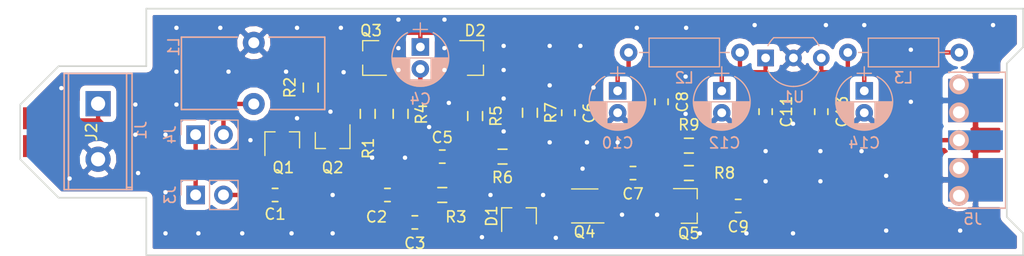
<source format=kicad_pcb>
(kicad_pcb (version 4) (host pcbnew 4.0.7-e2-6376~58~ubuntu14.04.1)

  (general
    (links 76)
    (no_connects 0)
    (area 104.424999 52.924999 196.075001 75.575001)
    (thickness 1.6)
    (drawings 14)
    (tracks 318)
    (zones 0)
    (modules 39)
    (nets 20)
  )

  (page A4)
  (layers
    (0 F.Cu signal)
    (31 B.Cu signal)
    (32 B.Adhes user)
    (33 F.Adhes user)
    (34 B.Paste user)
    (35 F.Paste user)
    (36 B.SilkS user)
    (37 F.SilkS user)
    (38 B.Mask user)
    (39 F.Mask user)
    (40 Dwgs.User user)
    (41 Cmts.User user)
    (42 Eco1.User user)
    (43 Eco2.User user)
    (44 Edge.Cuts user)
    (45 Margin user)
    (46 B.CrtYd user)
    (47 F.CrtYd user)
    (48 B.Fab user)
    (49 F.Fab user)
  )

  (setup
    (last_trace_width 0.4)
    (trace_clearance 0.2)
    (zone_clearance 0.508)
    (zone_45_only yes)
    (trace_min 0.2)
    (segment_width 0.2)
    (edge_width 0.15)
    (via_size 0.6)
    (via_drill 0.4)
    (via_min_size 0.4)
    (via_min_drill 0.3)
    (uvia_size 0.3)
    (uvia_drill 0.1)
    (uvias_allowed no)
    (uvia_min_size 0.2)
    (uvia_min_drill 0.1)
    (pcb_text_width 0.3)
    (pcb_text_size 1.5 1.5)
    (mod_edge_width 0.15)
    (mod_text_size 1 1)
    (mod_text_width 0.15)
    (pad_size 1.524 1.524)
    (pad_drill 0.762)
    (pad_to_mask_clearance 0.2)
    (aux_axis_origin 0 0)
    (visible_elements FFFFFF7F)
    (pcbplotparams
      (layerselection 0x00030_80000001)
      (usegerberextensions false)
      (excludeedgelayer true)
      (linewidth 0.100000)
      (plotframeref false)
      (viasonmask false)
      (mode 1)
      (useauxorigin false)
      (hpglpennumber 1)
      (hpglpenspeed 20)
      (hpglpendiameter 15)
      (hpglpenoverlay 2)
      (psnegative false)
      (psa4output false)
      (plotreference true)
      (plotvalue true)
      (plotinvisibletext false)
      (padsonsilk false)
      (subtractmaskfromsilk false)
      (outputformat 1)
      (mirror false)
      (drillshape 1)
      (scaleselection 1)
      (outputdirectory ""))
  )

  (net 0 "")
  (net 1 GND)
  (net 2 "Net-(C1-Pad1)")
  (net 3 "Net-(C2-Pad2)")
  (net 4 "Net-(C2-Pad1)")
  (net 5 "Net-(C3-Pad1)")
  (net 6 "Net-(C10-Pad1)")
  (net 7 "Net-(C4-Pad2)")
  (net 8 "Net-(C5-Pad1)")
  (net 9 "Net-(C6-Pad2)")
  (net 10 "Net-(C6-Pad1)")
  (net 11 "Net-(C7-Pad1)")
  (net 12 "Net-(C9-Pad2)")
  (net 13 "Net-(C9-Pad1)")
  (net 14 "Net-(C11-Pad1)")
  (net 15 "Net-(C13-Pad1)")
  (net 16 "Net-(J4-Pad2)")
  (net 17 "Net-(Q1-Pad2)")
  (net 18 "Net-(Q1-Pad3)")
  (net 19 "Net-(Q3-Pad3)")

  (net_class Default "This is the default net class."
    (clearance 0.2)
    (trace_width 0.4)
    (via_dia 0.6)
    (via_drill 0.4)
    (uvia_dia 0.3)
    (uvia_drill 0.1)
    (add_net GND)
    (add_net "Net-(C1-Pad1)")
    (add_net "Net-(C10-Pad1)")
    (add_net "Net-(C11-Pad1)")
    (add_net "Net-(C13-Pad1)")
    (add_net "Net-(C2-Pad1)")
    (add_net "Net-(C2-Pad2)")
    (add_net "Net-(C3-Pad1)")
    (add_net "Net-(C4-Pad2)")
    (add_net "Net-(C5-Pad1)")
    (add_net "Net-(C6-Pad1)")
    (add_net "Net-(C6-Pad2)")
    (add_net "Net-(C7-Pad1)")
    (add_net "Net-(C9-Pad1)")
    (add_net "Net-(C9-Pad2)")
    (add_net "Net-(J4-Pad2)")
    (add_net "Net-(Q1-Pad2)")
    (add_net "Net-(Q1-Pad3)")
    (add_net "Net-(Q3-Pad3)")
  )

  (module lc_probe:C_1206_0603 (layer F.Cu) (tedit 5DCF9221) (tstamp 5DCE26DB)
    (at 127.75 70)
    (descr "Capacitor SMD 0603, reflow soldering, AVX (see smccp.pdf)")
    (tags "capacitor 0603")
    (path /5DC6A408)
    (attr smd)
    (fp_text reference C1 (at 0 1.75) (layer F.SilkS)
      (effects (font (size 1 1) (thickness 0.15)))
    )
    (fp_text value 100pF (at 0 1.9) (layer F.Fab)
      (effects (font (size 1 1) (thickness 0.15)))
    )
    (fp_line (start -0.25 -0.6) (end 0.25 -0.6) (layer F.SilkS) (width 0.15))
    (fp_line (start 0.25 0.6) (end -0.25 0.6) (layer F.SilkS) (width 0.15))
    (pad 2 smd rect (at 1.15 0) (size 1.6 1.6) (layers F.Cu F.Paste F.Mask)
      (net 1 GND))
    (pad 1 smd rect (at -1.15 0) (size 1.6 1.6) (layers F.Cu F.Paste F.Mask)
      (net 2 "Net-(C1-Pad1)"))
    (model Capacitors_SMD.3dshapes/C_0603.wrl
      (at (xyz 0 0 0))
      (scale (xyz 1 1 1))
      (rotate (xyz 0 0 0))
    )
  )

  (module lc_probe:C_1206_0603 (layer F.Cu) (tedit 5DCF91AD) (tstamp 5DCE26E3)
    (at 138 70 180)
    (descr "Capacitor SMD 0603, reflow soldering, AVX (see smccp.pdf)")
    (tags "capacitor 0603")
    (path /5DC57655)
    (attr smd)
    (fp_text reference C2 (at 1 -2 180) (layer F.SilkS)
      (effects (font (size 1 1) (thickness 0.15)))
    )
    (fp_text value 100nF (at 0 1.9 180) (layer F.Fab)
      (effects (font (size 1 1) (thickness 0.15)))
    )
    (fp_line (start -0.25 -0.6) (end 0.25 -0.6) (layer F.SilkS) (width 0.15))
    (fp_line (start 0.25 0.6) (end -0.25 0.6) (layer F.SilkS) (width 0.15))
    (pad 2 smd rect (at 1.15 0 180) (size 1.6 1.6) (layers F.Cu F.Paste F.Mask)
      (net 3 "Net-(C2-Pad2)"))
    (pad 1 smd rect (at -1.15 0 180) (size 1.6 1.6) (layers F.Cu F.Paste F.Mask)
      (net 4 "Net-(C2-Pad1)"))
    (model Capacitors_SMD.3dshapes/C_0603.wrl
      (at (xyz 0 0 0))
      (scale (xyz 1 1 1))
      (rotate (xyz 0 0 0))
    )
  )

  (module lc_probe:C_1206_0603 (layer F.Cu) (tedit 57E1139C) (tstamp 5DCE26EB)
    (at 140.5 72.5 180)
    (descr "Capacitor SMD 0603, reflow soldering, AVX (see smccp.pdf)")
    (tags "capacitor 0603")
    (path /5DC57758)
    (attr smd)
    (fp_text reference C3 (at 0 -1.9 180) (layer F.SilkS)
      (effects (font (size 1 1) (thickness 0.15)))
    )
    (fp_text value 13 (at 0 1.9 180) (layer F.Fab)
      (effects (font (size 1 1) (thickness 0.15)))
    )
    (fp_line (start -0.25 -0.6) (end 0.25 -0.6) (layer F.SilkS) (width 0.15))
    (fp_line (start 0.25 0.6) (end -0.25 0.6) (layer F.SilkS) (width 0.15))
    (pad 2 smd rect (at 1.15 0 180) (size 1.6 1.6) (layers F.Cu F.Paste F.Mask)
      (net 3 "Net-(C2-Pad2)"))
    (pad 1 smd rect (at -1.15 0 180) (size 1.6 1.6) (layers F.Cu F.Paste F.Mask)
      (net 5 "Net-(C3-Pad1)"))
    (model Capacitors_SMD.3dshapes/C_0603.wrl
      (at (xyz 0 0 0))
      (scale (xyz 1 1 1))
      (rotate (xyz 0 0 0))
    )
  )

  (module lc_probe:C_1206_0603 (layer F.Cu) (tedit 5DCF91F6) (tstamp 5DCE2707)
    (at 143 66.5 180)
    (descr "Capacitor SMD 0603, reflow soldering, AVX (see smccp.pdf)")
    (tags "capacitor 0603")
    (path /5DC54036)
    (attr smd)
    (fp_text reference C5 (at 0 1.75 180) (layer F.SilkS)
      (effects (font (size 1 1) (thickness 0.15)))
    )
    (fp_text value 100nF (at 0 1.9 180) (layer F.Fab)
      (effects (font (size 1 1) (thickness 0.15)))
    )
    (fp_line (start -0.25 -0.6) (end 0.25 -0.6) (layer F.SilkS) (width 0.15))
    (fp_line (start 0.25 0.6) (end -0.25 0.6) (layer F.SilkS) (width 0.15))
    (pad 2 smd rect (at 1.15 0 180) (size 1.6 1.6) (layers F.Cu F.Paste F.Mask)
      (net 1 GND))
    (pad 1 smd rect (at -1.15 0 180) (size 1.6 1.6) (layers F.Cu F.Paste F.Mask)
      (net 8 "Net-(C5-Pad1)"))
    (model Capacitors_SMD.3dshapes/C_0603.wrl
      (at (xyz 0 0 0))
      (scale (xyz 1 1 1))
      (rotate (xyz 0 0 0))
    )
  )

  (module lc_probe:C_1206_0603 (layer F.Cu) (tedit 57E1139C) (tstamp 5DCE270F)
    (at 154.5 62.5 270)
    (descr "Capacitor SMD 0603, reflow soldering, AVX (see smccp.pdf)")
    (tags "capacitor 0603")
    (path /5DCDC4C0)
    (attr smd)
    (fp_text reference C6 (at 0 -1.9 270) (layer F.SilkS)
      (effects (font (size 1 1) (thickness 0.15)))
    )
    (fp_text value 100nF (at 0 1.9 270) (layer F.Fab)
      (effects (font (size 1 1) (thickness 0.15)))
    )
    (fp_line (start -0.25 -0.6) (end 0.25 -0.6) (layer F.SilkS) (width 0.15))
    (fp_line (start 0.25 0.6) (end -0.25 0.6) (layer F.SilkS) (width 0.15))
    (pad 2 smd rect (at 1.15 0 270) (size 1.6 1.6) (layers F.Cu F.Paste F.Mask)
      (net 9 "Net-(C6-Pad2)"))
    (pad 1 smd rect (at -1.15 0 270) (size 1.6 1.6) (layers F.Cu F.Paste F.Mask)
      (net 10 "Net-(C6-Pad1)"))
    (model Capacitors_SMD.3dshapes/C_0603.wrl
      (at (xyz 0 0 0))
      (scale (xyz 1 1 1))
      (rotate (xyz 0 0 0))
    )
  )

  (module lc_probe:C_1206_0603 (layer F.Cu) (tedit 57E1139C) (tstamp 5DCE2717)
    (at 160.4 68 180)
    (descr "Capacitor SMD 0603, reflow soldering, AVX (see smccp.pdf)")
    (tags "capacitor 0603")
    (path /5DC5296C)
    (attr smd)
    (fp_text reference C7 (at 0 -1.9 180) (layer F.SilkS)
      (effects (font (size 1 1) (thickness 0.15)))
    )
    (fp_text value 100nF (at 0 1.9 180) (layer F.Fab)
      (effects (font (size 1 1) (thickness 0.15)))
    )
    (fp_line (start -0.25 -0.6) (end 0.25 -0.6) (layer F.SilkS) (width 0.15))
    (fp_line (start 0.25 0.6) (end -0.25 0.6) (layer F.SilkS) (width 0.15))
    (pad 2 smd rect (at 1.15 0 180) (size 1.6 1.6) (layers F.Cu F.Paste F.Mask)
      (net 9 "Net-(C6-Pad2)"))
    (pad 1 smd rect (at -1.15 0 180) (size 1.6 1.6) (layers F.Cu F.Paste F.Mask)
      (net 11 "Net-(C7-Pad1)"))
    (model Capacitors_SMD.3dshapes/C_0603.wrl
      (at (xyz 0 0 0))
      (scale (xyz 1 1 1))
      (rotate (xyz 0 0 0))
    )
  )

  (module lc_probe:C_1206_0603 (layer F.Cu) (tedit 57E1139C) (tstamp 5DCE271F)
    (at 163 61.5 270)
    (descr "Capacitor SMD 0603, reflow soldering, AVX (see smccp.pdf)")
    (tags "capacitor 0603")
    (path /5DCDF1BE)
    (attr smd)
    (fp_text reference C8 (at 0 -1.9 270) (layer F.SilkS)
      (effects (font (size 1 1) (thickness 0.15)))
    )
    (fp_text value 100nF (at 0 1.9 270) (layer F.Fab)
      (effects (font (size 1 1) (thickness 0.15)))
    )
    (fp_line (start -0.25 -0.6) (end 0.25 -0.6) (layer F.SilkS) (width 0.15))
    (fp_line (start 0.25 0.6) (end -0.25 0.6) (layer F.SilkS) (width 0.15))
    (pad 2 smd rect (at 1.15 0 270) (size 1.6 1.6) (layers F.Cu F.Paste F.Mask)
      (net 1 GND))
    (pad 1 smd rect (at -1.15 0 270) (size 1.6 1.6) (layers F.Cu F.Paste F.Mask)
      (net 6 "Net-(C10-Pad1)"))
    (model Capacitors_SMD.3dshapes/C_0603.wrl
      (at (xyz 0 0 0))
      (scale (xyz 1 1 1))
      (rotate (xyz 0 0 0))
    )
  )

  (module lc_probe:C_1206_0603 (layer F.Cu) (tedit 57E1139C) (tstamp 5DCE2727)
    (at 170 71 180)
    (descr "Capacitor SMD 0603, reflow soldering, AVX (see smccp.pdf)")
    (tags "capacitor 0603")
    (path /5DC6682D)
    (attr smd)
    (fp_text reference C9 (at 0 -1.9 180) (layer F.SilkS)
      (effects (font (size 1 1) (thickness 0.15)))
    )
    (fp_text value 100nF (at 0 1.9 180) (layer F.Fab)
      (effects (font (size 1 1) (thickness 0.15)))
    )
    (fp_line (start -0.25 -0.6) (end 0.25 -0.6) (layer F.SilkS) (width 0.15))
    (fp_line (start 0.25 0.6) (end -0.25 0.6) (layer F.SilkS) (width 0.15))
    (pad 2 smd rect (at 1.15 0 180) (size 1.6 1.6) (layers F.Cu F.Paste F.Mask)
      (net 12 "Net-(C9-Pad2)"))
    (pad 1 smd rect (at -1.15 0 180) (size 1.6 1.6) (layers F.Cu F.Paste F.Mask)
      (net 13 "Net-(C9-Pad1)"))
    (model Capacitors_SMD.3dshapes/C_0603.wrl
      (at (xyz 0 0 0))
      (scale (xyz 1 1 1))
      (rotate (xyz 0 0 0))
    )
  )

  (module lc_probe:C_1206_0603 (layer F.Cu) (tedit 57E1139C) (tstamp 5DCE2743)
    (at 172.5 62.4 270)
    (descr "Capacitor SMD 0603, reflow soldering, AVX (see smccp.pdf)")
    (tags "capacitor 0603")
    (path /5DCDF42A)
    (attr smd)
    (fp_text reference C11 (at 0 -1.9 270) (layer F.SilkS)
      (effects (font (size 1 1) (thickness 0.15)))
    )
    (fp_text value 100nF (at 0 1.9 270) (layer F.Fab)
      (effects (font (size 1 1) (thickness 0.15)))
    )
    (fp_line (start -0.25 -0.6) (end 0.25 -0.6) (layer F.SilkS) (width 0.15))
    (fp_line (start 0.25 0.6) (end -0.25 0.6) (layer F.SilkS) (width 0.15))
    (pad 2 smd rect (at 1.15 0 270) (size 1.6 1.6) (layers F.Cu F.Paste F.Mask)
      (net 1 GND))
    (pad 1 smd rect (at -1.15 0 270) (size 1.6 1.6) (layers F.Cu F.Paste F.Mask)
      (net 14 "Net-(C11-Pad1)"))
    (model Capacitors_SMD.3dshapes/C_0603.wrl
      (at (xyz 0 0 0))
      (scale (xyz 1 1 1))
      (rotate (xyz 0 0 0))
    )
  )

  (module lc_probe:C_1206_0603 (layer F.Cu) (tedit 57E1139C) (tstamp 5DCE275F)
    (at 177.58 62.4 270)
    (descr "Capacitor SMD 0603, reflow soldering, AVX (see smccp.pdf)")
    (tags "capacitor 0603")
    (path /5DCDFC5C)
    (attr smd)
    (fp_text reference C13 (at 0 -1.9 270) (layer F.SilkS)
      (effects (font (size 1 1) (thickness 0.15)))
    )
    (fp_text value 100nF (at 0 1.9 270) (layer F.Fab)
      (effects (font (size 1 1) (thickness 0.15)))
    )
    (fp_line (start -0.25 -0.6) (end 0.25 -0.6) (layer F.SilkS) (width 0.15))
    (fp_line (start 0.25 0.6) (end -0.25 0.6) (layer F.SilkS) (width 0.15))
    (pad 2 smd rect (at 1.15 0 270) (size 1.6 1.6) (layers F.Cu F.Paste F.Mask)
      (net 1 GND))
    (pad 1 smd rect (at -1.15 0 270) (size 1.6 1.6) (layers F.Cu F.Paste F.Mask)
      (net 15 "Net-(C13-Pad1)"))
    (model Capacitors_SMD.3dshapes/C_0603.wrl
      (at (xyz 0 0 0))
      (scale (xyz 1 1 1))
      (rotate (xyz 0 0 0))
    )
  )

  (module TO_SOT_Packages_SMD:SOT-23 (layer F.Cu) (tedit 58CE4E7E) (tstamp 5DCE2788)
    (at 150 71.93 90)
    (descr "SOT-23, Standard")
    (tags SOT-23)
    (path /5DC543F5)
    (attr smd)
    (fp_text reference D1 (at 0 -2.5 90) (layer F.SilkS)
      (effects (font (size 1 1) (thickness 0.15)))
    )
    (fp_text value BAV99 (at 0 2.5 90) (layer F.Fab)
      (effects (font (size 1 1) (thickness 0.15)))
    )
    (fp_text user %R (at 0 0 180) (layer F.Fab)
      (effects (font (size 0.5 0.5) (thickness 0.075)))
    )
    (fp_line (start -0.7 -0.95) (end -0.7 1.5) (layer F.Fab) (width 0.1))
    (fp_line (start -0.15 -1.52) (end 0.7 -1.52) (layer F.Fab) (width 0.1))
    (fp_line (start -0.7 -0.95) (end -0.15 -1.52) (layer F.Fab) (width 0.1))
    (fp_line (start 0.7 -1.52) (end 0.7 1.52) (layer F.Fab) (width 0.1))
    (fp_line (start -0.7 1.52) (end 0.7 1.52) (layer F.Fab) (width 0.1))
    (fp_line (start 0.76 1.58) (end 0.76 0.65) (layer F.SilkS) (width 0.12))
    (fp_line (start 0.76 -1.58) (end 0.76 -0.65) (layer F.SilkS) (width 0.12))
    (fp_line (start -1.7 -1.75) (end 1.7 -1.75) (layer F.CrtYd) (width 0.05))
    (fp_line (start 1.7 -1.75) (end 1.7 1.75) (layer F.CrtYd) (width 0.05))
    (fp_line (start 1.7 1.75) (end -1.7 1.75) (layer F.CrtYd) (width 0.05))
    (fp_line (start -1.7 1.75) (end -1.7 -1.75) (layer F.CrtYd) (width 0.05))
    (fp_line (start 0.76 -1.58) (end -1.4 -1.58) (layer F.SilkS) (width 0.12))
    (fp_line (start 0.76 1.58) (end -0.7 1.58) (layer F.SilkS) (width 0.12))
    (pad 1 smd rect (at -1 -0.95 90) (size 0.9 0.8) (layers F.Cu F.Paste F.Mask)
      (net 1 GND))
    (pad 2 smd rect (at -1 0.95 90) (size 0.9 0.8) (layers F.Cu F.Paste F.Mask)
      (net 1 GND))
    (pad 3 smd rect (at 1 0 90) (size 0.9 0.8) (layers F.Cu F.Paste F.Mask)
      (net 5 "Net-(C3-Pad1)"))
    (model ${KISYS3DMOD}/TO_SOT_Packages_SMD.3dshapes/SOT-23.wrl
      (at (xyz 0 0 0))
      (scale (xyz 1 1 1))
      (rotate (xyz 0 0 0))
    )
  )

  (module TO_SOT_Packages_SMD:SOT-23 (layer F.Cu) (tedit 58CE4E7E) (tstamp 5DCE279D)
    (at 146 57.5)
    (descr "SOT-23, Standard")
    (tags SOT-23)
    (path /5DC55B01)
    (attr smd)
    (fp_text reference D2 (at 0 -2.5) (layer F.SilkS)
      (effects (font (size 1 1) (thickness 0.15)))
    )
    (fp_text value BAV99 (at 0 2.5) (layer F.Fab)
      (effects (font (size 1 1) (thickness 0.15)))
    )
    (fp_text user %R (at 0 0 90) (layer F.Fab)
      (effects (font (size 0.5 0.5) (thickness 0.075)))
    )
    (fp_line (start -0.7 -0.95) (end -0.7 1.5) (layer F.Fab) (width 0.1))
    (fp_line (start -0.15 -1.52) (end 0.7 -1.52) (layer F.Fab) (width 0.1))
    (fp_line (start -0.7 -0.95) (end -0.15 -1.52) (layer F.Fab) (width 0.1))
    (fp_line (start 0.7 -1.52) (end 0.7 1.52) (layer F.Fab) (width 0.1))
    (fp_line (start -0.7 1.52) (end 0.7 1.52) (layer F.Fab) (width 0.1))
    (fp_line (start 0.76 1.58) (end 0.76 0.65) (layer F.SilkS) (width 0.12))
    (fp_line (start 0.76 -1.58) (end 0.76 -0.65) (layer F.SilkS) (width 0.12))
    (fp_line (start -1.7 -1.75) (end 1.7 -1.75) (layer F.CrtYd) (width 0.05))
    (fp_line (start 1.7 -1.75) (end 1.7 1.75) (layer F.CrtYd) (width 0.05))
    (fp_line (start 1.7 1.75) (end -1.7 1.75) (layer F.CrtYd) (width 0.05))
    (fp_line (start -1.7 1.75) (end -1.7 -1.75) (layer F.CrtYd) (width 0.05))
    (fp_line (start 0.76 -1.58) (end -1.4 -1.58) (layer F.SilkS) (width 0.12))
    (fp_line (start 0.76 1.58) (end -0.7 1.58) (layer F.SilkS) (width 0.12))
    (pad 1 smd rect (at -1 -0.95) (size 0.9 0.8) (layers F.Cu F.Paste F.Mask)
      (net 6 "Net-(C10-Pad1)"))
    (pad 2 smd rect (at -1 0.95) (size 0.9 0.8) (layers F.Cu F.Paste F.Mask)
      (net 7 "Net-(C4-Pad2)"))
    (pad 3 smd rect (at 1 0) (size 0.9 0.8) (layers F.Cu F.Paste F.Mask)
      (net 10 "Net-(C6-Pad1)"))
    (model ${KISYS3DMOD}/TO_SOT_Packages_SMD.3dshapes/SOT-23.wrl
      (at (xyz 0 0 0))
      (scale (xyz 1 1 1))
      (rotate (xyz 0 0 0))
    )
  )

  (module lc_probe:SolderWirePad_double_SMD_2x5mm (layer F.Cu) (tedit 5DCF93C9) (tstamp 5DCE27A3)
    (at 107.25 63 270)
    (descr "Wire Pad, Square, SMD Pad,  5mm x 10mm,")
    (tags "MesurementPoint Square SMDPad 5mmx10mm ")
    (path /5DCE0F7E)
    (attr smd)
    (fp_text reference J2 (at 1.25 -3.75 270) (layer F.SilkS)
      (effects (font (size 1 1) (thickness 0.15)))
    )
    (fp_text value Conn_01x02 (at 0 3.75 270) (layer F.Fab)
      (effects (font (size 1 1) (thickness 0.15)))
    )
    (pad 1 smd rect (at 0 0 270) (size 2 5) (layers F.Cu F.Paste F.Mask)
      (net 3 "Net-(C2-Pad2)"))
    (pad 2 smd rect (at 2.54 0 270) (size 2 5) (layers F.Cu F.Paste F.Mask)
      (net 1 GND))
  )

  (module lc_probe:RFCONNECTOR (layer B.Cu) (tedit 5AF3C143) (tstamp 5DCE27C0)
    (at 189 65 180)
    (path /5DCE0408)
    (fp_text reference J5 (at -2.4 -7.2 360) (layer B.SilkS)
      (effects (font (size 1 1) (thickness 0.15)) (justify mirror))
    )
    (fp_text value RF (at -2.413 6.731 180) (layer B.Fab) hide
      (effects (font (size 1 1) (thickness 0.15)) (justify mirror))
    )
    (fp_line (start -0.2 -6.2) (end -5.4 -6.2) (layer B.SilkS) (width 0.15))
    (fp_line (start -5.4 -6.2) (end -5.4 6.2) (layer B.SilkS) (width 0.15))
    (fp_line (start -5.4 6.2) (end -0.2 6.2) (layer B.SilkS) (width 0.15))
    (pad 2 thru_hole circle (at -1.143 -5.08 180) (size 1.8 1.8) (drill 1.1) (layers *.Cu *.Mask B.SilkS)
      (net 1 GND))
    (pad 2 thru_hole circle (at -1.143 5.08 180) (size 1.8 1.8) (drill 1.1) (layers *.Cu *.Mask B.SilkS)
      (net 1 GND))
    (pad 1 smd rect (at -2.65 0 180) (size 5 1.8) (layers B.Cu B.Paste B.Mask)
      (net 13 "Net-(C9-Pad1)"))
    (pad 2 smd rect (at -2.65 3.62 180) (size 5 3.96) (layers B.Cu B.Paste B.Mask)
      (net 1 GND))
    (pad 2 smd rect (at -2.65 -3.62 180) (size 5 3.96) (layers B.Cu B.Paste B.Mask)
      (net 1 GND))
    (pad 2 smd rect (at -2.65 3.62 180) (size 5 3.96) (layers F.Cu F.Paste F.Mask)
      (net 1 GND))
    (pad 2 smd rect (at -2.65 -3.62 180) (size 5 3.96) (layers F.Cu F.Paste F.Mask)
      (net 1 GND))
    (pad 2 thru_hole circle (at -1.143 -2.54 180) (size 1.8 1.8) (drill 1.1) (layers *.Cu *.Mask B.SilkS)
      (net 1 GND))
    (pad 2 thru_hole circle (at -1.143 2.54 180) (size 1.8 1.8) (drill 1.1) (layers *.Cu *.Mask B.SilkS)
      (net 1 GND))
    (pad 1 thru_hole circle (at -1.143 0 180) (size 1.8 1.8) (drill 1.1) (layers *.Cu *.Mask B.SilkS)
      (net 13 "Net-(C9-Pad1)"))
  )

  (module Resistors_ThroughHole:R_Axial_DIN0207_L6.3mm_D2.5mm_P10.16mm_Horizontal (layer B.Cu) (tedit 5874F706) (tstamp 5DCE27D6)
    (at 160 57)
    (descr "Resistor, Axial_DIN0207 series, Axial, Horizontal, pin pitch=10.16mm, 0.25W = 1/4W, length*diameter=6.3*2.5mm^2, http://cdn-reichelt.de/documents/datenblatt/B400/1_4W%23YAG.pdf")
    (tags "Resistor Axial_DIN0207 series Axial Horizontal pin pitch 10.16mm 0.25W = 1/4W length 6.3mm diameter 2.5mm")
    (path /5DC525BD)
    (fp_text reference L2 (at 5.08 2.31) (layer B.SilkS)
      (effects (font (size 1 1) (thickness 0.15)) (justify mirror))
    )
    (fp_text value 100uH (at 5.08 -2.31) (layer B.Fab)
      (effects (font (size 1 1) (thickness 0.15)) (justify mirror))
    )
    (fp_line (start 1.93 1.25) (end 1.93 -1.25) (layer B.Fab) (width 0.1))
    (fp_line (start 1.93 -1.25) (end 8.23 -1.25) (layer B.Fab) (width 0.1))
    (fp_line (start 8.23 -1.25) (end 8.23 1.25) (layer B.Fab) (width 0.1))
    (fp_line (start 8.23 1.25) (end 1.93 1.25) (layer B.Fab) (width 0.1))
    (fp_line (start 0 0) (end 1.93 0) (layer B.Fab) (width 0.1))
    (fp_line (start 10.16 0) (end 8.23 0) (layer B.Fab) (width 0.1))
    (fp_line (start 1.87 1.31) (end 1.87 -1.31) (layer B.SilkS) (width 0.12))
    (fp_line (start 1.87 -1.31) (end 8.29 -1.31) (layer B.SilkS) (width 0.12))
    (fp_line (start 8.29 -1.31) (end 8.29 1.31) (layer B.SilkS) (width 0.12))
    (fp_line (start 8.29 1.31) (end 1.87 1.31) (layer B.SilkS) (width 0.12))
    (fp_line (start 0.98 0) (end 1.87 0) (layer B.SilkS) (width 0.12))
    (fp_line (start 9.18 0) (end 8.29 0) (layer B.SilkS) (width 0.12))
    (fp_line (start -1.05 1.6) (end -1.05 -1.6) (layer B.CrtYd) (width 0.05))
    (fp_line (start -1.05 -1.6) (end 11.25 -1.6) (layer B.CrtYd) (width 0.05))
    (fp_line (start 11.25 -1.6) (end 11.25 1.6) (layer B.CrtYd) (width 0.05))
    (fp_line (start 11.25 1.6) (end -1.05 1.6) (layer B.CrtYd) (width 0.05))
    (pad 1 thru_hole circle (at 0 0) (size 1.6 1.6) (drill 0.8) (layers *.Cu *.Mask)
      (net 6 "Net-(C10-Pad1)"))
    (pad 2 thru_hole oval (at 10.16 0) (size 1.6 1.6) (drill 0.8) (layers *.Cu *.Mask)
      (net 14 "Net-(C11-Pad1)"))
    (model ${KISYS3DMOD}/Resistors_THT.3dshapes/R_Axial_DIN0207_L6.3mm_D2.5mm_P10.16mm_Horizontal.wrl
      (at (xyz 0 0 0))
      (scale (xyz 0.393701 0.393701 0.393701))
      (rotate (xyz 0 0 0))
    )
  )

  (module Resistors_ThroughHole:R_Axial_DIN0207_L6.3mm_D2.5mm_P10.16mm_Horizontal (layer B.Cu) (tedit 5874F706) (tstamp 5DCE27EC)
    (at 180 57)
    (descr "Resistor, Axial_DIN0207 series, Axial, Horizontal, pin pitch=10.16mm, 0.25W = 1/4W, length*diameter=6.3*2.5mm^2, http://cdn-reichelt.de/documents/datenblatt/B400/1_4W%23YAG.pdf")
    (tags "Resistor Axial_DIN0207 series Axial Horizontal pin pitch 10.16mm 0.25W = 1/4W length 6.3mm diameter 2.5mm")
    (path /5DCE00AF)
    (fp_text reference L3 (at 5.08 2.31) (layer B.SilkS)
      (effects (font (size 1 1) (thickness 0.15)) (justify mirror))
    )
    (fp_text value 100uH (at 5.08 -2.31) (layer B.Fab)
      (effects (font (size 1 1) (thickness 0.15)) (justify mirror))
    )
    (fp_line (start 1.93 1.25) (end 1.93 -1.25) (layer B.Fab) (width 0.1))
    (fp_line (start 1.93 -1.25) (end 8.23 -1.25) (layer B.Fab) (width 0.1))
    (fp_line (start 8.23 -1.25) (end 8.23 1.25) (layer B.Fab) (width 0.1))
    (fp_line (start 8.23 1.25) (end 1.93 1.25) (layer B.Fab) (width 0.1))
    (fp_line (start 0 0) (end 1.93 0) (layer B.Fab) (width 0.1))
    (fp_line (start 10.16 0) (end 8.23 0) (layer B.Fab) (width 0.1))
    (fp_line (start 1.87 1.31) (end 1.87 -1.31) (layer B.SilkS) (width 0.12))
    (fp_line (start 1.87 -1.31) (end 8.29 -1.31) (layer B.SilkS) (width 0.12))
    (fp_line (start 8.29 -1.31) (end 8.29 1.31) (layer B.SilkS) (width 0.12))
    (fp_line (start 8.29 1.31) (end 1.87 1.31) (layer B.SilkS) (width 0.12))
    (fp_line (start 0.98 0) (end 1.87 0) (layer B.SilkS) (width 0.12))
    (fp_line (start 9.18 0) (end 8.29 0) (layer B.SilkS) (width 0.12))
    (fp_line (start -1.05 1.6) (end -1.05 -1.6) (layer B.CrtYd) (width 0.05))
    (fp_line (start -1.05 -1.6) (end 11.25 -1.6) (layer B.CrtYd) (width 0.05))
    (fp_line (start 11.25 -1.6) (end 11.25 1.6) (layer B.CrtYd) (width 0.05))
    (fp_line (start 11.25 1.6) (end -1.05 1.6) (layer B.CrtYd) (width 0.05))
    (pad 1 thru_hole circle (at 0 0) (size 1.6 1.6) (drill 0.8) (layers *.Cu *.Mask)
      (net 15 "Net-(C13-Pad1)"))
    (pad 2 thru_hole oval (at 10.16 0) (size 1.6 1.6) (drill 0.8) (layers *.Cu *.Mask)
      (net 13 "Net-(C9-Pad1)"))
    (model ${KISYS3DMOD}/Resistors_THT.3dshapes/R_Axial_DIN0207_L6.3mm_D2.5mm_P10.16mm_Horizontal.wrl
      (at (xyz 0 0 0))
      (scale (xyz 0.393701 0.393701 0.393701))
      (rotate (xyz 0 0 0))
    )
  )

  (module TO_SOT_Packages_SMD:SOT-23 (layer F.Cu) (tedit 5DCF9229) (tstamp 5DCE2801)
    (at 128.4 65 90)
    (descr "SOT-23, Standard")
    (tags SOT-23)
    (path /5DC54B7E)
    (attr smd)
    (fp_text reference Q1 (at -2.5 0.1 180) (layer F.SilkS)
      (effects (font (size 1 1) (thickness 0.15)))
    )
    (fp_text value BFT92 (at 0 2.5 90) (layer F.Fab)
      (effects (font (size 1 1) (thickness 0.15)))
    )
    (fp_text user %R (at 0 0 180) (layer F.Fab)
      (effects (font (size 0.5 0.5) (thickness 0.075)))
    )
    (fp_line (start -0.7 -0.95) (end -0.7 1.5) (layer F.Fab) (width 0.1))
    (fp_line (start -0.15 -1.52) (end 0.7 -1.52) (layer F.Fab) (width 0.1))
    (fp_line (start -0.7 -0.95) (end -0.15 -1.52) (layer F.Fab) (width 0.1))
    (fp_line (start 0.7 -1.52) (end 0.7 1.52) (layer F.Fab) (width 0.1))
    (fp_line (start -0.7 1.52) (end 0.7 1.52) (layer F.Fab) (width 0.1))
    (fp_line (start 0.76 1.58) (end 0.76 0.65) (layer F.SilkS) (width 0.12))
    (fp_line (start 0.76 -1.58) (end 0.76 -0.65) (layer F.SilkS) (width 0.12))
    (fp_line (start -1.7 -1.75) (end 1.7 -1.75) (layer F.CrtYd) (width 0.05))
    (fp_line (start 1.7 -1.75) (end 1.7 1.75) (layer F.CrtYd) (width 0.05))
    (fp_line (start 1.7 1.75) (end -1.7 1.75) (layer F.CrtYd) (width 0.05))
    (fp_line (start -1.7 1.75) (end -1.7 -1.75) (layer F.CrtYd) (width 0.05))
    (fp_line (start 0.76 -1.58) (end -1.4 -1.58) (layer F.SilkS) (width 0.12))
    (fp_line (start 0.76 1.58) (end -0.7 1.58) (layer F.SilkS) (width 0.12))
    (pad 1 smd rect (at -1 -0.95 90) (size 0.9 0.8) (layers F.Cu F.Paste F.Mask)
      (net 3 "Net-(C2-Pad2)"))
    (pad 2 smd rect (at -1 0.95 90) (size 0.9 0.8) (layers F.Cu F.Paste F.Mask)
      (net 17 "Net-(Q1-Pad2)"))
    (pad 3 smd rect (at 1 0 90) (size 0.9 0.8) (layers F.Cu F.Paste F.Mask)
      (net 18 "Net-(Q1-Pad3)"))
    (model ${KISYS3DMOD}/TO_SOT_Packages_SMD.3dshapes/SOT-23.wrl
      (at (xyz 0 0 0))
      (scale (xyz 1 1 1))
      (rotate (xyz 0 0 0))
    )
  )

  (module TO_SOT_Packages_SMD:SOT-23 (layer F.Cu) (tedit 5DCF9167) (tstamp 5DCE2816)
    (at 133 65 270)
    (descr "SOT-23, Standard")
    (tags SOT-23)
    (path /5DC54C90)
    (attr smd)
    (fp_text reference Q2 (at 2.5 0 360) (layer F.SilkS)
      (effects (font (size 1 1) (thickness 0.15)))
    )
    (fp_text value BFT92 (at 0 2.5 270) (layer F.Fab)
      (effects (font (size 1 1) (thickness 0.15)))
    )
    (fp_text user %R (at 0 0 360) (layer F.Fab)
      (effects (font (size 0.5 0.5) (thickness 0.075)))
    )
    (fp_line (start -0.7 -0.95) (end -0.7 1.5) (layer F.Fab) (width 0.1))
    (fp_line (start -0.15 -1.52) (end 0.7 -1.52) (layer F.Fab) (width 0.1))
    (fp_line (start -0.7 -0.95) (end -0.15 -1.52) (layer F.Fab) (width 0.1))
    (fp_line (start 0.7 -1.52) (end 0.7 1.52) (layer F.Fab) (width 0.1))
    (fp_line (start -0.7 1.52) (end 0.7 1.52) (layer F.Fab) (width 0.1))
    (fp_line (start 0.76 1.58) (end 0.76 0.65) (layer F.SilkS) (width 0.12))
    (fp_line (start 0.76 -1.58) (end 0.76 -0.65) (layer F.SilkS) (width 0.12))
    (fp_line (start -1.7 -1.75) (end 1.7 -1.75) (layer F.CrtYd) (width 0.05))
    (fp_line (start 1.7 -1.75) (end 1.7 1.75) (layer F.CrtYd) (width 0.05))
    (fp_line (start 1.7 1.75) (end -1.7 1.75) (layer F.CrtYd) (width 0.05))
    (fp_line (start -1.7 1.75) (end -1.7 -1.75) (layer F.CrtYd) (width 0.05))
    (fp_line (start 0.76 -1.58) (end -1.4 -1.58) (layer F.SilkS) (width 0.12))
    (fp_line (start 0.76 1.58) (end -0.7 1.58) (layer F.SilkS) (width 0.12))
    (pad 1 smd rect (at -1 -0.95 270) (size 0.9 0.8) (layers F.Cu F.Paste F.Mask)
      (net 18 "Net-(Q1-Pad3)"))
    (pad 2 smd rect (at -1 0.95 270) (size 0.9 0.8) (layers F.Cu F.Paste F.Mask)
      (net 17 "Net-(Q1-Pad2)"))
    (pad 3 smd rect (at 1 0 270) (size 0.9 0.8) (layers F.Cu F.Paste F.Mask)
      (net 3 "Net-(C2-Pad2)"))
    (model ${KISYS3DMOD}/TO_SOT_Packages_SMD.3dshapes/SOT-23.wrl
      (at (xyz 0 0 0))
      (scale (xyz 1 1 1))
      (rotate (xyz 0 0 0))
    )
  )

  (module TO_SOT_Packages_SMD:SOT-23 (layer F.Cu) (tedit 5DCF91E2) (tstamp 5DCE282B)
    (at 136.5 57.5 180)
    (descr "SOT-23, Standard")
    (tags SOT-23)
    (path /5DC55C2E)
    (attr smd)
    (fp_text reference Q3 (at 0 2.5 360) (layer F.SilkS)
      (effects (font (size 1 1) (thickness 0.15)))
    )
    (fp_text value BC857 (at 0 2.5 180) (layer F.Fab)
      (effects (font (size 1 1) (thickness 0.15)))
    )
    (fp_text user %R (at 0 0 270) (layer F.Fab)
      (effects (font (size 0.5 0.5) (thickness 0.075)))
    )
    (fp_line (start -0.7 -0.95) (end -0.7 1.5) (layer F.Fab) (width 0.1))
    (fp_line (start -0.15 -1.52) (end 0.7 -1.52) (layer F.Fab) (width 0.1))
    (fp_line (start -0.7 -0.95) (end -0.15 -1.52) (layer F.Fab) (width 0.1))
    (fp_line (start 0.7 -1.52) (end 0.7 1.52) (layer F.Fab) (width 0.1))
    (fp_line (start -0.7 1.52) (end 0.7 1.52) (layer F.Fab) (width 0.1))
    (fp_line (start 0.76 1.58) (end 0.76 0.65) (layer F.SilkS) (width 0.12))
    (fp_line (start 0.76 -1.58) (end 0.76 -0.65) (layer F.SilkS) (width 0.12))
    (fp_line (start -1.7 -1.75) (end 1.7 -1.75) (layer F.CrtYd) (width 0.05))
    (fp_line (start 1.7 -1.75) (end 1.7 1.75) (layer F.CrtYd) (width 0.05))
    (fp_line (start 1.7 1.75) (end -1.7 1.75) (layer F.CrtYd) (width 0.05))
    (fp_line (start -1.7 1.75) (end -1.7 -1.75) (layer F.CrtYd) (width 0.05))
    (fp_line (start 0.76 -1.58) (end -1.4 -1.58) (layer F.SilkS) (width 0.12))
    (fp_line (start 0.76 1.58) (end -0.7 1.58) (layer F.SilkS) (width 0.12))
    (pad 1 smd rect (at -1 -0.95 180) (size 0.9 0.8) (layers F.Cu F.Paste F.Mask)
      (net 7 "Net-(C4-Pad2)"))
    (pad 2 smd rect (at -1 0.95 180) (size 0.9 0.8) (layers F.Cu F.Paste F.Mask)
      (net 6 "Net-(C10-Pad1)"))
    (pad 3 smd rect (at 1 0 180) (size 0.9 0.8) (layers F.Cu F.Paste F.Mask)
      (net 19 "Net-(Q3-Pad3)"))
    (model ${KISYS3DMOD}/TO_SOT_Packages_SMD.3dshapes/SOT-23.wrl
      (at (xyz 0 0 0))
      (scale (xyz 1 1 1))
      (rotate (xyz 0 0 0))
    )
  )

  (module TO_SOT_Packages_SMD:SOT-143 (layer F.Cu) (tedit 58CE4E7E) (tstamp 5DCE283F)
    (at 156 71 180)
    (descr SOT-143)
    (tags SOT-143)
    (path /5DC53924)
    (attr smd)
    (fp_text reference Q4 (at 0.02 -2.38 180) (layer F.SilkS)
      (effects (font (size 1 1) (thickness 0.15)))
    )
    (fp_text value BF998 (at -0.28 2.48 180) (layer F.Fab)
      (effects (font (size 1 1) (thickness 0.15)))
    )
    (fp_text user %R (at 0 0 270) (layer F.Fab)
      (effects (font (size 0.5 0.5) (thickness 0.075)))
    )
    (fp_line (start -1.2 1.55) (end 1.2 1.55) (layer F.SilkS) (width 0.12))
    (fp_line (start 1.2 -1.55) (end -1.75 -1.55) (layer F.SilkS) (width 0.12))
    (fp_line (start -1.2 -1) (end -0.7 -1.5) (layer F.Fab) (width 0.1))
    (fp_line (start -0.7 -1.5) (end 1.2 -1.5) (layer F.Fab) (width 0.1))
    (fp_line (start -1.2 1.5) (end -1.2 -1) (layer F.Fab) (width 0.1))
    (fp_line (start 1.2 1.5) (end -1.2 1.5) (layer F.Fab) (width 0.1))
    (fp_line (start 1.2 -1.5) (end 1.2 1.5) (layer F.Fab) (width 0.1))
    (fp_line (start 2.05 -1.75) (end 2.05 1.75) (layer F.CrtYd) (width 0.05))
    (fp_line (start 2.05 -1.75) (end -2.05 -1.75) (layer F.CrtYd) (width 0.05))
    (fp_line (start -2.05 1.75) (end 2.05 1.75) (layer F.CrtYd) (width 0.05))
    (fp_line (start -2.05 1.75) (end -2.05 -1.75) (layer F.CrtYd) (width 0.05))
    (pad 1 smd rect (at -1.1 -0.77 90) (size 1.2 1.4) (layers F.Cu F.Paste F.Mask)
      (net 1 GND))
    (pad 2 smd rect (at -1.1 0.95 90) (size 1 1.4) (layers F.Cu F.Paste F.Mask)
      (net 9 "Net-(C6-Pad2)"))
    (pad 3 smd rect (at 1.1 0.95 90) (size 1 1.4) (layers F.Cu F.Paste F.Mask)
      (net 8 "Net-(C5-Pad1)"))
    (pad 4 smd rect (at 1.1 -0.95 90) (size 1 1.4) (layers F.Cu F.Paste F.Mask)
      (net 5 "Net-(C3-Pad1)"))
    (model ${KISYS3DMOD}/TO_SOT_Packages_SMD.3dshapes/SOT-143.wrl
      (at (xyz 0 0 0))
      (scale (xyz 1 1 1))
      (rotate (xyz 0 0 0))
    )
  )

  (module TO_SOT_Packages_SMD:SOT-23 (layer F.Cu) (tedit 5DCF913E) (tstamp 5DCE2854)
    (at 165.5 71)
    (descr "SOT-23, Standard")
    (tags SOT-23)
    (path /5DC520BD)
    (attr smd)
    (fp_text reference Q5 (at 0 2.5) (layer F.SilkS)
      (effects (font (size 1 1) (thickness 0.15)))
    )
    (fp_text value SS9018 (at 0 2.5) (layer F.Fab)
      (effects (font (size 1 1) (thickness 0.15)))
    )
    (fp_text user %R (at 0 0 90) (layer F.Fab)
      (effects (font (size 0.5 0.5) (thickness 0.075)))
    )
    (fp_line (start -0.7 -0.95) (end -0.7 1.5) (layer F.Fab) (width 0.1))
    (fp_line (start -0.15 -1.52) (end 0.7 -1.52) (layer F.Fab) (width 0.1))
    (fp_line (start -0.7 -0.95) (end -0.15 -1.52) (layer F.Fab) (width 0.1))
    (fp_line (start 0.7 -1.52) (end 0.7 1.52) (layer F.Fab) (width 0.1))
    (fp_line (start -0.7 1.52) (end 0.7 1.52) (layer F.Fab) (width 0.1))
    (fp_line (start 0.76 1.58) (end 0.76 0.65) (layer F.SilkS) (width 0.12))
    (fp_line (start 0.76 -1.58) (end 0.76 -0.65) (layer F.SilkS) (width 0.12))
    (fp_line (start -1.7 -1.75) (end 1.7 -1.75) (layer F.CrtYd) (width 0.05))
    (fp_line (start 1.7 -1.75) (end 1.7 1.75) (layer F.CrtYd) (width 0.05))
    (fp_line (start 1.7 1.75) (end -1.7 1.75) (layer F.CrtYd) (width 0.05))
    (fp_line (start -1.7 1.75) (end -1.7 -1.75) (layer F.CrtYd) (width 0.05))
    (fp_line (start 0.76 -1.58) (end -1.4 -1.58) (layer F.SilkS) (width 0.12))
    (fp_line (start 0.76 1.58) (end -0.7 1.58) (layer F.SilkS) (width 0.12))
    (pad 1 smd rect (at -1 -0.95) (size 0.9 0.8) (layers F.Cu F.Paste F.Mask)
      (net 11 "Net-(C7-Pad1)"))
    (pad 2 smd rect (at -1 0.95) (size 0.9 0.8) (layers F.Cu F.Paste F.Mask)
      (net 1 GND))
    (pad 3 smd rect (at 1 0) (size 0.9 0.8) (layers F.Cu F.Paste F.Mask)
      (net 12 "Net-(C9-Pad2)"))
    (model ${KISYS3DMOD}/TO_SOT_Packages_SMD.3dshapes/SOT-23.wrl
      (at (xyz 0 0 0))
      (scale (xyz 1 1 1))
      (rotate (xyz 0 0 0))
    )
  )

  (module lc_probe:TerminalBlock_DG306-5.0_2pol (layer B.Cu) (tedit 58887B2B) (tstamp 5DCE2F17)
    (at 111.6 60.4 270)
    (descr "4-way 2.54mm pitch terminal block, Phoenix MPT series")
    (path /5DCE0DDA)
    (fp_text reference J1 (at 3.7 -3.9 270) (layer B.SilkS)
      (effects (font (size 1 1) (thickness 0.15)) (justify mirror))
    )
    (fp_text value Conn_01x02 (at 3.81 -4.50088 540) (layer B.Fab) hide
      (effects (font (size 1 1) (thickness 0.15)) (justify mirror))
    )
    (fp_line (start -1.778 3.302) (end 9.398 3.302) (layer B.CrtYd) (width 0.05))
    (fp_line (start -1.778 -3.302) (end -1.778 3.302) (layer B.CrtYd) (width 0.05))
    (fp_line (start 9.398 -3.302) (end -1.778 -3.302) (layer B.CrtYd) (width 0.05))
    (fp_line (start 9.398 3.302) (end 9.398 -3.302) (layer B.CrtYd) (width 0.05))
    (fp_line (start 9.11098 3.0988) (end -1.49098 3.0988) (layer B.SilkS) (width 0.15))
    (fp_line (start -1.49098 2.70002) (end 9.11098 2.70002) (layer B.SilkS) (width 0.15))
    (fp_line (start -1.49098 -2.60096) (end 9.11098 -2.60096) (layer B.SilkS) (width 0.15))
    (fp_line (start 9.11098 -3.0988) (end -1.49098 -3.0988) (layer B.SilkS) (width 0.15))
    (fp_line (start 8.91032 -2.60096) (end 8.91032 -3.0988) (layer B.SilkS) (width 0.15))
    (fp_line (start 9.10844 -3.0988) (end 9.10844 3.0988) (layer B.SilkS) (width 0.15))
    (fp_line (start -1.4859 3.0988) (end -1.4859 -3.0988) (layer B.SilkS) (width 0.15))
    (pad 1 thru_hole rect (at 1.27 0 90) (size 2.3 2.3) (drill 1.29728) (layers *.Cu *.Mask)
      (net 3 "Net-(C2-Pad2)"))
    (pad 2 thru_hole circle (at 6.34 0 90) (size 2.3 2.3) (drill 1.29728) (layers *.Cu *.Mask)
      (net 1 GND))
  )

  (module lc_probe:R_1206_0603 (layer F.Cu) (tedit 5DCF9163) (tstamp 5DCE3228)
    (at 136.2 62.6 270)
    (descr "Resistor SMD 0603, reflow soldering, Vishay (see dcrcw.pdf)")
    (tags "resistor 0603")
    (path /5DC54E03)
    (attr smd)
    (fp_text reference R1 (at 3.15 -0.05 270) (layer F.SilkS)
      (effects (font (size 1 1) (thickness 0.15)))
    )
    (fp_text value 10 (at 0 1.9 270) (layer F.Fab) hide
      (effects (font (size 1 1) (thickness 0.15)))
    )
    (fp_line (start -1.3 -0.8) (end 1.3 -0.8) (layer F.CrtYd) (width 0.05))
    (fp_line (start -1.3 0.8) (end 1.3 0.8) (layer F.CrtYd) (width 0.05))
    (fp_line (start -1.3 -0.8) (end -1.3 0.8) (layer F.CrtYd) (width 0.05))
    (fp_line (start 1.3 -0.8) (end 1.3 0.8) (layer F.CrtYd) (width 0.05))
    (fp_line (start 0.4 0.675) (end -0.4 0.675) (layer F.SilkS) (width 0.15))
    (fp_line (start -0.4 -0.675) (end 0.4 -0.675) (layer F.SilkS) (width 0.15))
    (pad 1 smd rect (at -1.2 0) (size 1.7 1.4) (layers F.Cu F.Paste F.Mask)
      (net 18 "Net-(Q1-Pad3)"))
    (pad 2 smd rect (at 1.2 0 270) (size 1.4 1.7) (layers F.Cu F.Paste F.Mask)
      (net 1 GND))
    (model Resistors_SMD.3dshapes/R_0603.wrl
      (at (xyz 0 0 0))
      (scale (xyz 1 1 1))
      (rotate (xyz 0 0 0))
    )
  )

  (module lc_probe:R_1206_0603 (layer F.Cu) (tedit 5A45F730) (tstamp 5DCE3234)
    (at 131 60.2 90)
    (descr "Resistor SMD 0603, reflow soldering, Vishay (see dcrcw.pdf)")
    (tags "resistor 0603")
    (path /5DC5609D)
    (attr smd)
    (fp_text reference R2 (at 0 -1.9 90) (layer F.SilkS)
      (effects (font (size 1 1) (thickness 0.15)))
    )
    (fp_text value 1k (at 0 1.9 90) (layer F.Fab) hide
      (effects (font (size 1 1) (thickness 0.15)))
    )
    (fp_line (start -1.3 -0.8) (end 1.3 -0.8) (layer F.CrtYd) (width 0.05))
    (fp_line (start -1.3 0.8) (end 1.3 0.8) (layer F.CrtYd) (width 0.05))
    (fp_line (start -1.3 -0.8) (end -1.3 0.8) (layer F.CrtYd) (width 0.05))
    (fp_line (start 1.3 -0.8) (end 1.3 0.8) (layer F.CrtYd) (width 0.05))
    (fp_line (start 0.4 0.675) (end -0.4 0.675) (layer F.SilkS) (width 0.15))
    (fp_line (start -0.4 -0.675) (end 0.4 -0.675) (layer F.SilkS) (width 0.15))
    (pad 1 smd rect (at -1.2 0 180) (size 1.7 1.4) (layers F.Cu F.Paste F.Mask)
      (net 17 "Net-(Q1-Pad2)"))
    (pad 2 smd rect (at 1.2 0 90) (size 1.4 1.7) (layers F.Cu F.Paste F.Mask)
      (net 19 "Net-(Q3-Pad3)"))
    (model Resistors_SMD.3dshapes/R_0603.wrl
      (at (xyz 0 0 0))
      (scale (xyz 1 1 1))
      (rotate (xyz 0 0 0))
    )
  )

  (module lc_probe:R_1206_0603 (layer F.Cu) (tedit 5DCF91AA) (tstamp 5DCE3240)
    (at 143 70 180)
    (descr "Resistor SMD 0603, reflow soldering, Vishay (see dcrcw.pdf)")
    (tags "resistor 0603")
    (path /5DC575AB)
    (attr smd)
    (fp_text reference R3 (at -1.25 -2 180) (layer F.SilkS)
      (effects (font (size 1 1) (thickness 0.15)))
    )
    (fp_text value 1k (at 0 1.9 180) (layer F.Fab) hide
      (effects (font (size 1 1) (thickness 0.15)))
    )
    (fp_line (start -1.3 -0.8) (end 1.3 -0.8) (layer F.CrtYd) (width 0.05))
    (fp_line (start -1.3 0.8) (end 1.3 0.8) (layer F.CrtYd) (width 0.05))
    (fp_line (start -1.3 -0.8) (end -1.3 0.8) (layer F.CrtYd) (width 0.05))
    (fp_line (start 1.3 -0.8) (end 1.3 0.8) (layer F.CrtYd) (width 0.05))
    (fp_line (start 0.4 0.675) (end -0.4 0.675) (layer F.SilkS) (width 0.15))
    (fp_line (start -0.4 -0.675) (end 0.4 -0.675) (layer F.SilkS) (width 0.15))
    (pad 1 smd rect (at -1.2 0 270) (size 1.7 1.4) (layers F.Cu F.Paste F.Mask)
      (net 5 "Net-(C3-Pad1)"))
    (pad 2 smd rect (at 1.2 0 180) (size 1.4 1.7) (layers F.Cu F.Paste F.Mask)
      (net 4 "Net-(C2-Pad1)"))
    (model Resistors_SMD.3dshapes/R_0603.wrl
      (at (xyz 0 0 0))
      (scale (xyz 1 1 1))
      (rotate (xyz 0 0 0))
    )
  )

  (module lc_probe:R_1206_0603 (layer F.Cu) (tedit 5A45F730) (tstamp 5DCE324C)
    (at 139.2 62.6 270)
    (descr "Resistor SMD 0603, reflow soldering, Vishay (see dcrcw.pdf)")
    (tags "resistor 0603")
    (path /5DC57379)
    (attr smd)
    (fp_text reference R4 (at 0 -1.9 270) (layer F.SilkS)
      (effects (font (size 1 1) (thickness 0.15)))
    )
    (fp_text value 47k (at 0 1.9 270) (layer F.Fab) hide
      (effects (font (size 1 1) (thickness 0.15)))
    )
    (fp_line (start -1.3 -0.8) (end 1.3 -0.8) (layer F.CrtYd) (width 0.05))
    (fp_line (start -1.3 0.8) (end 1.3 0.8) (layer F.CrtYd) (width 0.05))
    (fp_line (start -1.3 -0.8) (end -1.3 0.8) (layer F.CrtYd) (width 0.05))
    (fp_line (start 1.3 -0.8) (end 1.3 0.8) (layer F.CrtYd) (width 0.05))
    (fp_line (start 0.4 0.675) (end -0.4 0.675) (layer F.SilkS) (width 0.15))
    (fp_line (start -0.4 -0.675) (end 0.4 -0.675) (layer F.SilkS) (width 0.15))
    (pad 1 smd rect (at -1.2 0) (size 1.7 1.4) (layers F.Cu F.Paste F.Mask)
      (net 7 "Net-(C4-Pad2)"))
    (pad 2 smd rect (at 1.2 0 270) (size 1.4 1.7) (layers F.Cu F.Paste F.Mask)
      (net 1 GND))
    (model Resistors_SMD.3dshapes/R_0603.wrl
      (at (xyz 0 0 0))
      (scale (xyz 1 1 1))
      (rotate (xyz 0 0 0))
    )
  )

  (module lc_probe:R_1206_0603 (layer F.Cu) (tedit 5A45F730) (tstamp 5DCE3258)
    (at 146 62.8 270)
    (descr "Resistor SMD 0603, reflow soldering, Vishay (see dcrcw.pdf)")
    (tags "resistor 0603")
    (path /5DCDB7AE)
    (attr smd)
    (fp_text reference R5 (at 0 -1.9 270) (layer F.SilkS)
      (effects (font (size 1 1) (thickness 0.15)))
    )
    (fp_text value 10k (at 0 1.9 270) (layer F.Fab) hide
      (effects (font (size 1 1) (thickness 0.15)))
    )
    (fp_line (start -1.3 -0.8) (end 1.3 -0.8) (layer F.CrtYd) (width 0.05))
    (fp_line (start -1.3 0.8) (end 1.3 0.8) (layer F.CrtYd) (width 0.05))
    (fp_line (start -1.3 -0.8) (end -1.3 0.8) (layer F.CrtYd) (width 0.05))
    (fp_line (start 1.3 -0.8) (end 1.3 0.8) (layer F.CrtYd) (width 0.05))
    (fp_line (start 0.4 0.675) (end -0.4 0.675) (layer F.SilkS) (width 0.15))
    (fp_line (start -0.4 -0.675) (end 0.4 -0.675) (layer F.SilkS) (width 0.15))
    (pad 1 smd rect (at -1.2 0) (size 1.7 1.4) (layers F.Cu F.Paste F.Mask)
      (net 6 "Net-(C10-Pad1)"))
    (pad 2 smd rect (at 1.2 0 270) (size 1.4 1.7) (layers F.Cu F.Paste F.Mask)
      (net 8 "Net-(C5-Pad1)"))
    (model Resistors_SMD.3dshapes/R_0603.wrl
      (at (xyz 0 0 0))
      (scale (xyz 1 1 1))
      (rotate (xyz 0 0 0))
    )
  )

  (module lc_probe:R_1206_0603 (layer F.Cu) (tedit 5A45F730) (tstamp 5DCE3264)
    (at 148.5 66.5 180)
    (descr "Resistor SMD 0603, reflow soldering, Vishay (see dcrcw.pdf)")
    (tags "resistor 0603")
    (path /5DC53DFD)
    (attr smd)
    (fp_text reference R6 (at 0 -1.9 180) (layer F.SilkS)
      (effects (font (size 1 1) (thickness 0.15)))
    )
    (fp_text value 10k (at 0 1.9 180) (layer F.Fab) hide
      (effects (font (size 1 1) (thickness 0.15)))
    )
    (fp_line (start -1.3 -0.8) (end 1.3 -0.8) (layer F.CrtYd) (width 0.05))
    (fp_line (start -1.3 0.8) (end 1.3 0.8) (layer F.CrtYd) (width 0.05))
    (fp_line (start -1.3 -0.8) (end -1.3 0.8) (layer F.CrtYd) (width 0.05))
    (fp_line (start 1.3 -0.8) (end 1.3 0.8) (layer F.CrtYd) (width 0.05))
    (fp_line (start 0.4 0.675) (end -0.4 0.675) (layer F.SilkS) (width 0.15))
    (fp_line (start -0.4 -0.675) (end 0.4 -0.675) (layer F.SilkS) (width 0.15))
    (pad 1 smd rect (at -1.2 0 270) (size 1.7 1.4) (layers F.Cu F.Paste F.Mask)
      (net 9 "Net-(C6-Pad2)"))
    (pad 2 smd rect (at 1.2 0 180) (size 1.4 1.7) (layers F.Cu F.Paste F.Mask)
      (net 8 "Net-(C5-Pad1)"))
    (model Resistors_SMD.3dshapes/R_0603.wrl
      (at (xyz 0 0 0))
      (scale (xyz 1 1 1))
      (rotate (xyz 0 0 0))
    )
  )

  (module lc_probe:R_1206_0603 (layer F.Cu) (tedit 5A45F730) (tstamp 5DCE3270)
    (at 151 62.5 270)
    (descr "Resistor SMD 0603, reflow soldering, Vishay (see dcrcw.pdf)")
    (tags "resistor 0603")
    (path /5DC53B8F)
    (attr smd)
    (fp_text reference R7 (at 0 -1.9 270) (layer F.SilkS)
      (effects (font (size 1 1) (thickness 0.15)))
    )
    (fp_text value 330 (at 0 1.9 270) (layer F.Fab) hide
      (effects (font (size 1 1) (thickness 0.15)))
    )
    (fp_line (start -1.3 -0.8) (end 1.3 -0.8) (layer F.CrtYd) (width 0.05))
    (fp_line (start -1.3 0.8) (end 1.3 0.8) (layer F.CrtYd) (width 0.05))
    (fp_line (start -1.3 -0.8) (end -1.3 0.8) (layer F.CrtYd) (width 0.05))
    (fp_line (start 1.3 -0.8) (end 1.3 0.8) (layer F.CrtYd) (width 0.05))
    (fp_line (start 0.4 0.675) (end -0.4 0.675) (layer F.SilkS) (width 0.15))
    (fp_line (start -0.4 -0.675) (end 0.4 -0.675) (layer F.SilkS) (width 0.15))
    (pad 1 smd rect (at -1.2 0) (size 1.7 1.4) (layers F.Cu F.Paste F.Mask)
      (net 6 "Net-(C10-Pad1)"))
    (pad 2 smd rect (at 1.2 0 270) (size 1.4 1.7) (layers F.Cu F.Paste F.Mask)
      (net 9 "Net-(C6-Pad2)"))
    (model Resistors_SMD.3dshapes/R_0603.wrl
      (at (xyz 0 0 0))
      (scale (xyz 1 1 1))
      (rotate (xyz 0 0 0))
    )
  )

  (module lc_probe:R_1206_0603 (layer F.Cu) (tedit 5DCF914B) (tstamp 5DCE327C)
    (at 165.5 68)
    (descr "Resistor SMD 0603, reflow soldering, Vishay (see dcrcw.pdf)")
    (tags "resistor 0603")
    (path /5DC5217B)
    (attr smd)
    (fp_text reference R8 (at 3.25 0) (layer F.SilkS)
      (effects (font (size 1 1) (thickness 0.15)))
    )
    (fp_text value 47k (at 0 1.9) (layer F.Fab) hide
      (effects (font (size 1 1) (thickness 0.15)))
    )
    (fp_line (start -1.3 -0.8) (end 1.3 -0.8) (layer F.CrtYd) (width 0.05))
    (fp_line (start -1.3 0.8) (end 1.3 0.8) (layer F.CrtYd) (width 0.05))
    (fp_line (start -1.3 -0.8) (end -1.3 0.8) (layer F.CrtYd) (width 0.05))
    (fp_line (start 1.3 -0.8) (end 1.3 0.8) (layer F.CrtYd) (width 0.05))
    (fp_line (start 0.4 0.675) (end -0.4 0.675) (layer F.SilkS) (width 0.15))
    (fp_line (start -0.4 -0.675) (end 0.4 -0.675) (layer F.SilkS) (width 0.15))
    (pad 1 smd rect (at -1.2 0 90) (size 1.7 1.4) (layers F.Cu F.Paste F.Mask)
      (net 11 "Net-(C7-Pad1)"))
    (pad 2 smd rect (at 1.2 0) (size 1.4 1.7) (layers F.Cu F.Paste F.Mask)
      (net 12 "Net-(C9-Pad2)"))
    (model Resistors_SMD.3dshapes/R_0603.wrl
      (at (xyz 0 0 0))
      (scale (xyz 1 1 1))
      (rotate (xyz 0 0 0))
    )
  )

  (module lc_probe:R_1206_0603 (layer F.Cu) (tedit 5A45F730) (tstamp 5DCE3288)
    (at 165.5 65.5)
    (descr "Resistor SMD 0603, reflow soldering, Vishay (see dcrcw.pdf)")
    (tags "resistor 0603")
    (path /5DC524B8)
    (attr smd)
    (fp_text reference R9 (at 0 -1.9) (layer F.SilkS)
      (effects (font (size 1 1) (thickness 0.15)))
    )
    (fp_text value 470 (at 0 1.9) (layer F.Fab) hide
      (effects (font (size 1 1) (thickness 0.15)))
    )
    (fp_line (start -1.3 -0.8) (end 1.3 -0.8) (layer F.CrtYd) (width 0.05))
    (fp_line (start -1.3 0.8) (end 1.3 0.8) (layer F.CrtYd) (width 0.05))
    (fp_line (start -1.3 -0.8) (end -1.3 0.8) (layer F.CrtYd) (width 0.05))
    (fp_line (start 1.3 -0.8) (end 1.3 0.8) (layer F.CrtYd) (width 0.05))
    (fp_line (start 0.4 0.675) (end -0.4 0.675) (layer F.SilkS) (width 0.15))
    (fp_line (start -0.4 -0.675) (end 0.4 -0.675) (layer F.SilkS) (width 0.15))
    (pad 1 smd rect (at -1.2 0 90) (size 1.7 1.4) (layers F.Cu F.Paste F.Mask)
      (net 6 "Net-(C10-Pad1)"))
    (pad 2 smd rect (at 1.2 0) (size 1.4 1.7) (layers F.Cu F.Paste F.Mask)
      (net 12 "Net-(C9-Pad2)"))
    (model Resistors_SMD.3dshapes/R_0603.wrl
      (at (xyz 0 0 0))
      (scale (xyz 1 1 1))
      (rotate (xyz 0 0 0))
    )
  )

  (module Capacitors_ThroughHole:CP_Radial_D5.0mm_P2.00mm (layer B.Cu) (tedit 5DCF93D8) (tstamp 5DCE3DEC)
    (at 141 56.5 270)
    (descr "CP, Radial series, Radial, pin pitch=2.00mm, , diameter=5mm, Electrolytic Capacitor")
    (tags "CP Radial series Radial pin pitch 2.00mm  diameter 5mm Electrolytic Capacitor")
    (path /5DC56BA0)
    (fp_text reference C4 (at 4.75 0 360) (layer B.SilkS)
      (effects (font (size 1 1) (thickness 0.15)) (justify mirror))
    )
    (fp_text value 10uF (at 1 -3.81 270) (layer B.Fab)
      (effects (font (size 1 1) (thickness 0.15)) (justify mirror))
    )
    (fp_arc (start 1 0) (end -1.30558 1.18) (angle -125.8) (layer B.SilkS) (width 0.12))
    (fp_arc (start 1 0) (end -1.30558 -1.18) (angle 125.8) (layer B.SilkS) (width 0.12))
    (fp_arc (start 1 0) (end 3.30558 1.18) (angle -54.2) (layer B.SilkS) (width 0.12))
    (fp_circle (center 1 0) (end 3.5 0) (layer B.Fab) (width 0.1))
    (fp_line (start -2.2 0) (end -1 0) (layer B.Fab) (width 0.1))
    (fp_line (start -1.6 0.65) (end -1.6 -0.65) (layer B.Fab) (width 0.1))
    (fp_line (start 1 2.55) (end 1 -2.55) (layer B.SilkS) (width 0.12))
    (fp_line (start 1.04 2.55) (end 1.04 0.98) (layer B.SilkS) (width 0.12))
    (fp_line (start 1.04 -0.98) (end 1.04 -2.55) (layer B.SilkS) (width 0.12))
    (fp_line (start 1.08 2.549) (end 1.08 0.98) (layer B.SilkS) (width 0.12))
    (fp_line (start 1.08 -0.98) (end 1.08 -2.549) (layer B.SilkS) (width 0.12))
    (fp_line (start 1.12 2.548) (end 1.12 0.98) (layer B.SilkS) (width 0.12))
    (fp_line (start 1.12 -0.98) (end 1.12 -2.548) (layer B.SilkS) (width 0.12))
    (fp_line (start 1.16 2.546) (end 1.16 0.98) (layer B.SilkS) (width 0.12))
    (fp_line (start 1.16 -0.98) (end 1.16 -2.546) (layer B.SilkS) (width 0.12))
    (fp_line (start 1.2 2.543) (end 1.2 0.98) (layer B.SilkS) (width 0.12))
    (fp_line (start 1.2 -0.98) (end 1.2 -2.543) (layer B.SilkS) (width 0.12))
    (fp_line (start 1.24 2.539) (end 1.24 0.98) (layer B.SilkS) (width 0.12))
    (fp_line (start 1.24 -0.98) (end 1.24 -2.539) (layer B.SilkS) (width 0.12))
    (fp_line (start 1.28 2.535) (end 1.28 0.98) (layer B.SilkS) (width 0.12))
    (fp_line (start 1.28 -0.98) (end 1.28 -2.535) (layer B.SilkS) (width 0.12))
    (fp_line (start 1.32 2.531) (end 1.32 0.98) (layer B.SilkS) (width 0.12))
    (fp_line (start 1.32 -0.98) (end 1.32 -2.531) (layer B.SilkS) (width 0.12))
    (fp_line (start 1.36 2.525) (end 1.36 0.98) (layer B.SilkS) (width 0.12))
    (fp_line (start 1.36 -0.98) (end 1.36 -2.525) (layer B.SilkS) (width 0.12))
    (fp_line (start 1.4 2.519) (end 1.4 0.98) (layer B.SilkS) (width 0.12))
    (fp_line (start 1.4 -0.98) (end 1.4 -2.519) (layer B.SilkS) (width 0.12))
    (fp_line (start 1.44 2.513) (end 1.44 0.98) (layer B.SilkS) (width 0.12))
    (fp_line (start 1.44 -0.98) (end 1.44 -2.513) (layer B.SilkS) (width 0.12))
    (fp_line (start 1.48 2.506) (end 1.48 0.98) (layer B.SilkS) (width 0.12))
    (fp_line (start 1.48 -0.98) (end 1.48 -2.506) (layer B.SilkS) (width 0.12))
    (fp_line (start 1.52 2.498) (end 1.52 0.98) (layer B.SilkS) (width 0.12))
    (fp_line (start 1.52 -0.98) (end 1.52 -2.498) (layer B.SilkS) (width 0.12))
    (fp_line (start 1.56 2.489) (end 1.56 0.98) (layer B.SilkS) (width 0.12))
    (fp_line (start 1.56 -0.98) (end 1.56 -2.489) (layer B.SilkS) (width 0.12))
    (fp_line (start 1.6 2.48) (end 1.6 0.98) (layer B.SilkS) (width 0.12))
    (fp_line (start 1.6 -0.98) (end 1.6 -2.48) (layer B.SilkS) (width 0.12))
    (fp_line (start 1.64 2.47) (end 1.64 0.98) (layer B.SilkS) (width 0.12))
    (fp_line (start 1.64 -0.98) (end 1.64 -2.47) (layer B.SilkS) (width 0.12))
    (fp_line (start 1.68 2.46) (end 1.68 0.98) (layer B.SilkS) (width 0.12))
    (fp_line (start 1.68 -0.98) (end 1.68 -2.46) (layer B.SilkS) (width 0.12))
    (fp_line (start 1.721 2.448) (end 1.721 0.98) (layer B.SilkS) (width 0.12))
    (fp_line (start 1.721 -0.98) (end 1.721 -2.448) (layer B.SilkS) (width 0.12))
    (fp_line (start 1.761 2.436) (end 1.761 0.98) (layer B.SilkS) (width 0.12))
    (fp_line (start 1.761 -0.98) (end 1.761 -2.436) (layer B.SilkS) (width 0.12))
    (fp_line (start 1.801 2.424) (end 1.801 0.98) (layer B.SilkS) (width 0.12))
    (fp_line (start 1.801 -0.98) (end 1.801 -2.424) (layer B.SilkS) (width 0.12))
    (fp_line (start 1.841 2.41) (end 1.841 0.98) (layer B.SilkS) (width 0.12))
    (fp_line (start 1.841 -0.98) (end 1.841 -2.41) (layer B.SilkS) (width 0.12))
    (fp_line (start 1.881 2.396) (end 1.881 0.98) (layer B.SilkS) (width 0.12))
    (fp_line (start 1.881 -0.98) (end 1.881 -2.396) (layer B.SilkS) (width 0.12))
    (fp_line (start 1.921 2.382) (end 1.921 0.98) (layer B.SilkS) (width 0.12))
    (fp_line (start 1.921 -0.98) (end 1.921 -2.382) (layer B.SilkS) (width 0.12))
    (fp_line (start 1.961 2.366) (end 1.961 0.98) (layer B.SilkS) (width 0.12))
    (fp_line (start 1.961 -0.98) (end 1.961 -2.366) (layer B.SilkS) (width 0.12))
    (fp_line (start 2.001 2.35) (end 2.001 0.98) (layer B.SilkS) (width 0.12))
    (fp_line (start 2.001 -0.98) (end 2.001 -2.35) (layer B.SilkS) (width 0.12))
    (fp_line (start 2.041 2.333) (end 2.041 0.98) (layer B.SilkS) (width 0.12))
    (fp_line (start 2.041 -0.98) (end 2.041 -2.333) (layer B.SilkS) (width 0.12))
    (fp_line (start 2.081 2.315) (end 2.081 0.98) (layer B.SilkS) (width 0.12))
    (fp_line (start 2.081 -0.98) (end 2.081 -2.315) (layer B.SilkS) (width 0.12))
    (fp_line (start 2.121 2.296) (end 2.121 0.98) (layer B.SilkS) (width 0.12))
    (fp_line (start 2.121 -0.98) (end 2.121 -2.296) (layer B.SilkS) (width 0.12))
    (fp_line (start 2.161 2.276) (end 2.161 0.98) (layer B.SilkS) (width 0.12))
    (fp_line (start 2.161 -0.98) (end 2.161 -2.276) (layer B.SilkS) (width 0.12))
    (fp_line (start 2.201 2.256) (end 2.201 0.98) (layer B.SilkS) (width 0.12))
    (fp_line (start 2.201 -0.98) (end 2.201 -2.256) (layer B.SilkS) (width 0.12))
    (fp_line (start 2.241 2.234) (end 2.241 0.98) (layer B.SilkS) (width 0.12))
    (fp_line (start 2.241 -0.98) (end 2.241 -2.234) (layer B.SilkS) (width 0.12))
    (fp_line (start 2.281 2.212) (end 2.281 0.98) (layer B.SilkS) (width 0.12))
    (fp_line (start 2.281 -0.98) (end 2.281 -2.212) (layer B.SilkS) (width 0.12))
    (fp_line (start 2.321 2.189) (end 2.321 0.98) (layer B.SilkS) (width 0.12))
    (fp_line (start 2.321 -0.98) (end 2.321 -2.189) (layer B.SilkS) (width 0.12))
    (fp_line (start 2.361 2.165) (end 2.361 0.98) (layer B.SilkS) (width 0.12))
    (fp_line (start 2.361 -0.98) (end 2.361 -2.165) (layer B.SilkS) (width 0.12))
    (fp_line (start 2.401 2.14) (end 2.401 0.98) (layer B.SilkS) (width 0.12))
    (fp_line (start 2.401 -0.98) (end 2.401 -2.14) (layer B.SilkS) (width 0.12))
    (fp_line (start 2.441 2.113) (end 2.441 0.98) (layer B.SilkS) (width 0.12))
    (fp_line (start 2.441 -0.98) (end 2.441 -2.113) (layer B.SilkS) (width 0.12))
    (fp_line (start 2.481 2.086) (end 2.481 0.98) (layer B.SilkS) (width 0.12))
    (fp_line (start 2.481 -0.98) (end 2.481 -2.086) (layer B.SilkS) (width 0.12))
    (fp_line (start 2.521 2.058) (end 2.521 0.98) (layer B.SilkS) (width 0.12))
    (fp_line (start 2.521 -0.98) (end 2.521 -2.058) (layer B.SilkS) (width 0.12))
    (fp_line (start 2.561 2.028) (end 2.561 0.98) (layer B.SilkS) (width 0.12))
    (fp_line (start 2.561 -0.98) (end 2.561 -2.028) (layer B.SilkS) (width 0.12))
    (fp_line (start 2.601 1.997) (end 2.601 0.98) (layer B.SilkS) (width 0.12))
    (fp_line (start 2.601 -0.98) (end 2.601 -1.997) (layer B.SilkS) (width 0.12))
    (fp_line (start 2.641 1.965) (end 2.641 0.98) (layer B.SilkS) (width 0.12))
    (fp_line (start 2.641 -0.98) (end 2.641 -1.965) (layer B.SilkS) (width 0.12))
    (fp_line (start 2.681 1.932) (end 2.681 0.98) (layer B.SilkS) (width 0.12))
    (fp_line (start 2.681 -0.98) (end 2.681 -1.932) (layer B.SilkS) (width 0.12))
    (fp_line (start 2.721 1.897) (end 2.721 0.98) (layer B.SilkS) (width 0.12))
    (fp_line (start 2.721 -0.98) (end 2.721 -1.897) (layer B.SilkS) (width 0.12))
    (fp_line (start 2.761 1.861) (end 2.761 0.98) (layer B.SilkS) (width 0.12))
    (fp_line (start 2.761 -0.98) (end 2.761 -1.861) (layer B.SilkS) (width 0.12))
    (fp_line (start 2.801 1.823) (end 2.801 0.98) (layer B.SilkS) (width 0.12))
    (fp_line (start 2.801 -0.98) (end 2.801 -1.823) (layer B.SilkS) (width 0.12))
    (fp_line (start 2.841 1.783) (end 2.841 0.98) (layer B.SilkS) (width 0.12))
    (fp_line (start 2.841 -0.98) (end 2.841 -1.783) (layer B.SilkS) (width 0.12))
    (fp_line (start 2.881 1.742) (end 2.881 0.98) (layer B.SilkS) (width 0.12))
    (fp_line (start 2.881 -0.98) (end 2.881 -1.742) (layer B.SilkS) (width 0.12))
    (fp_line (start 2.921 1.699) (end 2.921 0.98) (layer B.SilkS) (width 0.12))
    (fp_line (start 2.921 -0.98) (end 2.921 -1.699) (layer B.SilkS) (width 0.12))
    (fp_line (start 2.961 1.654) (end 2.961 0.98) (layer B.SilkS) (width 0.12))
    (fp_line (start 2.961 -0.98) (end 2.961 -1.654) (layer B.SilkS) (width 0.12))
    (fp_line (start 3.001 1.606) (end 3.001 -1.606) (layer B.SilkS) (width 0.12))
    (fp_line (start 3.041 1.556) (end 3.041 -1.556) (layer B.SilkS) (width 0.12))
    (fp_line (start 3.081 1.504) (end 3.081 -1.504) (layer B.SilkS) (width 0.12))
    (fp_line (start 3.121 1.448) (end 3.121 -1.448) (layer B.SilkS) (width 0.12))
    (fp_line (start 3.161 1.39) (end 3.161 -1.39) (layer B.SilkS) (width 0.12))
    (fp_line (start 3.201 1.327) (end 3.201 -1.327) (layer B.SilkS) (width 0.12))
    (fp_line (start 3.241 1.261) (end 3.241 -1.261) (layer B.SilkS) (width 0.12))
    (fp_line (start 3.281 1.189) (end 3.281 -1.189) (layer B.SilkS) (width 0.12))
    (fp_line (start 3.321 1.112) (end 3.321 -1.112) (layer B.SilkS) (width 0.12))
    (fp_line (start 3.361 1.028) (end 3.361 -1.028) (layer B.SilkS) (width 0.12))
    (fp_line (start 3.401 0.934) (end 3.401 -0.934) (layer B.SilkS) (width 0.12))
    (fp_line (start 3.441 0.829) (end 3.441 -0.829) (layer B.SilkS) (width 0.12))
    (fp_line (start 3.481 0.707) (end 3.481 -0.707) (layer B.SilkS) (width 0.12))
    (fp_line (start 3.521 0.559) (end 3.521 -0.559) (layer B.SilkS) (width 0.12))
    (fp_line (start 3.561 0.354) (end 3.561 -0.354) (layer B.SilkS) (width 0.12))
    (fp_line (start -2.2 0) (end -1 0) (layer B.SilkS) (width 0.12))
    (fp_line (start -1.6 0.65) (end -1.6 -0.65) (layer B.SilkS) (width 0.12))
    (fp_line (start -1.85 2.85) (end -1.85 -2.85) (layer B.CrtYd) (width 0.05))
    (fp_line (start -1.85 -2.85) (end 3.85 -2.85) (layer B.CrtYd) (width 0.05))
    (fp_line (start 3.85 -2.85) (end 3.85 2.85) (layer B.CrtYd) (width 0.05))
    (fp_line (start 3.85 2.85) (end -1.85 2.85) (layer B.CrtYd) (width 0.05))
    (fp_text user %R (at 1 0 270) (layer B.Fab)
      (effects (font (size 1 1) (thickness 0.15)) (justify mirror))
    )
    (pad 1 thru_hole rect (at 0 0 270) (size 1.6 1.6) (drill 0.8) (layers *.Cu *.Mask)
      (net 6 "Net-(C10-Pad1)"))
    (pad 2 thru_hole circle (at 2 0 270) (size 1.6 1.6) (drill 0.8) (layers *.Cu *.Mask)
      (net 7 "Net-(C4-Pad2)"))
    (model ${KISYS3DMOD}/Capacitors_THT.3dshapes/CP_Radial_D5.0mm_P2.00mm.wrl
      (at (xyz 0 0 0))
      (scale (xyz 1 1 1))
      (rotate (xyz 0 0 0))
    )
  )

  (module Capacitors_ThroughHole:CP_Radial_D5.0mm_P2.00mm (layer B.Cu) (tedit 5DCF91C0) (tstamp 5DCE3E70)
    (at 159 60.5 270)
    (descr "CP, Radial series, Radial, pin pitch=2.00mm, , diameter=5mm, Electrolytic Capacitor")
    (tags "CP Radial series Radial pin pitch 2.00mm  diameter 5mm Electrolytic Capacitor")
    (path /5DCDEFC7)
    (fp_text reference C10 (at 4.75 0 360) (layer B.SilkS)
      (effects (font (size 1 1) (thickness 0.15)) (justify mirror))
    )
    (fp_text value 10uF (at 1 -3.81 270) (layer B.Fab)
      (effects (font (size 1 1) (thickness 0.15)) (justify mirror))
    )
    (fp_arc (start 1 0) (end -1.30558 1.18) (angle -125.8) (layer B.SilkS) (width 0.12))
    (fp_arc (start 1 0) (end -1.30558 -1.18) (angle 125.8) (layer B.SilkS) (width 0.12))
    (fp_arc (start 1 0) (end 3.30558 1.18) (angle -54.2) (layer B.SilkS) (width 0.12))
    (fp_circle (center 1 0) (end 3.5 0) (layer B.Fab) (width 0.1))
    (fp_line (start -2.2 0) (end -1 0) (layer B.Fab) (width 0.1))
    (fp_line (start -1.6 0.65) (end -1.6 -0.65) (layer B.Fab) (width 0.1))
    (fp_line (start 1 2.55) (end 1 -2.55) (layer B.SilkS) (width 0.12))
    (fp_line (start 1.04 2.55) (end 1.04 0.98) (layer B.SilkS) (width 0.12))
    (fp_line (start 1.04 -0.98) (end 1.04 -2.55) (layer B.SilkS) (width 0.12))
    (fp_line (start 1.08 2.549) (end 1.08 0.98) (layer B.SilkS) (width 0.12))
    (fp_line (start 1.08 -0.98) (end 1.08 -2.549) (layer B.SilkS) (width 0.12))
    (fp_line (start 1.12 2.548) (end 1.12 0.98) (layer B.SilkS) (width 0.12))
    (fp_line (start 1.12 -0.98) (end 1.12 -2.548) (layer B.SilkS) (width 0.12))
    (fp_line (start 1.16 2.546) (end 1.16 0.98) (layer B.SilkS) (width 0.12))
    (fp_line (start 1.16 -0.98) (end 1.16 -2.546) (layer B.SilkS) (width 0.12))
    (fp_line (start 1.2 2.543) (end 1.2 0.98) (layer B.SilkS) (width 0.12))
    (fp_line (start 1.2 -0.98) (end 1.2 -2.543) (layer B.SilkS) (width 0.12))
    (fp_line (start 1.24 2.539) (end 1.24 0.98) (layer B.SilkS) (width 0.12))
    (fp_line (start 1.24 -0.98) (end 1.24 -2.539) (layer B.SilkS) (width 0.12))
    (fp_line (start 1.28 2.535) (end 1.28 0.98) (layer B.SilkS) (width 0.12))
    (fp_line (start 1.28 -0.98) (end 1.28 -2.535) (layer B.SilkS) (width 0.12))
    (fp_line (start 1.32 2.531) (end 1.32 0.98) (layer B.SilkS) (width 0.12))
    (fp_line (start 1.32 -0.98) (end 1.32 -2.531) (layer B.SilkS) (width 0.12))
    (fp_line (start 1.36 2.525) (end 1.36 0.98) (layer B.SilkS) (width 0.12))
    (fp_line (start 1.36 -0.98) (end 1.36 -2.525) (layer B.SilkS) (width 0.12))
    (fp_line (start 1.4 2.519) (end 1.4 0.98) (layer B.SilkS) (width 0.12))
    (fp_line (start 1.4 -0.98) (end 1.4 -2.519) (layer B.SilkS) (width 0.12))
    (fp_line (start 1.44 2.513) (end 1.44 0.98) (layer B.SilkS) (width 0.12))
    (fp_line (start 1.44 -0.98) (end 1.44 -2.513) (layer B.SilkS) (width 0.12))
    (fp_line (start 1.48 2.506) (end 1.48 0.98) (layer B.SilkS) (width 0.12))
    (fp_line (start 1.48 -0.98) (end 1.48 -2.506) (layer B.SilkS) (width 0.12))
    (fp_line (start 1.52 2.498) (end 1.52 0.98) (layer B.SilkS) (width 0.12))
    (fp_line (start 1.52 -0.98) (end 1.52 -2.498) (layer B.SilkS) (width 0.12))
    (fp_line (start 1.56 2.489) (end 1.56 0.98) (layer B.SilkS) (width 0.12))
    (fp_line (start 1.56 -0.98) (end 1.56 -2.489) (layer B.SilkS) (width 0.12))
    (fp_line (start 1.6 2.48) (end 1.6 0.98) (layer B.SilkS) (width 0.12))
    (fp_line (start 1.6 -0.98) (end 1.6 -2.48) (layer B.SilkS) (width 0.12))
    (fp_line (start 1.64 2.47) (end 1.64 0.98) (layer B.SilkS) (width 0.12))
    (fp_line (start 1.64 -0.98) (end 1.64 -2.47) (layer B.SilkS) (width 0.12))
    (fp_line (start 1.68 2.46) (end 1.68 0.98) (layer B.SilkS) (width 0.12))
    (fp_line (start 1.68 -0.98) (end 1.68 -2.46) (layer B.SilkS) (width 0.12))
    (fp_line (start 1.721 2.448) (end 1.721 0.98) (layer B.SilkS) (width 0.12))
    (fp_line (start 1.721 -0.98) (end 1.721 -2.448) (layer B.SilkS) (width 0.12))
    (fp_line (start 1.761 2.436) (end 1.761 0.98) (layer B.SilkS) (width 0.12))
    (fp_line (start 1.761 -0.98) (end 1.761 -2.436) (layer B.SilkS) (width 0.12))
    (fp_line (start 1.801 2.424) (end 1.801 0.98) (layer B.SilkS) (width 0.12))
    (fp_line (start 1.801 -0.98) (end 1.801 -2.424) (layer B.SilkS) (width 0.12))
    (fp_line (start 1.841 2.41) (end 1.841 0.98) (layer B.SilkS) (width 0.12))
    (fp_line (start 1.841 -0.98) (end 1.841 -2.41) (layer B.SilkS) (width 0.12))
    (fp_line (start 1.881 2.396) (end 1.881 0.98) (layer B.SilkS) (width 0.12))
    (fp_line (start 1.881 -0.98) (end 1.881 -2.396) (layer B.SilkS) (width 0.12))
    (fp_line (start 1.921 2.382) (end 1.921 0.98) (layer B.SilkS) (width 0.12))
    (fp_line (start 1.921 -0.98) (end 1.921 -2.382) (layer B.SilkS) (width 0.12))
    (fp_line (start 1.961 2.366) (end 1.961 0.98) (layer B.SilkS) (width 0.12))
    (fp_line (start 1.961 -0.98) (end 1.961 -2.366) (layer B.SilkS) (width 0.12))
    (fp_line (start 2.001 2.35) (end 2.001 0.98) (layer B.SilkS) (width 0.12))
    (fp_line (start 2.001 -0.98) (end 2.001 -2.35) (layer B.SilkS) (width 0.12))
    (fp_line (start 2.041 2.333) (end 2.041 0.98) (layer B.SilkS) (width 0.12))
    (fp_line (start 2.041 -0.98) (end 2.041 -2.333) (layer B.SilkS) (width 0.12))
    (fp_line (start 2.081 2.315) (end 2.081 0.98) (layer B.SilkS) (width 0.12))
    (fp_line (start 2.081 -0.98) (end 2.081 -2.315) (layer B.SilkS) (width 0.12))
    (fp_line (start 2.121 2.296) (end 2.121 0.98) (layer B.SilkS) (width 0.12))
    (fp_line (start 2.121 -0.98) (end 2.121 -2.296) (layer B.SilkS) (width 0.12))
    (fp_line (start 2.161 2.276) (end 2.161 0.98) (layer B.SilkS) (width 0.12))
    (fp_line (start 2.161 -0.98) (end 2.161 -2.276) (layer B.SilkS) (width 0.12))
    (fp_line (start 2.201 2.256) (end 2.201 0.98) (layer B.SilkS) (width 0.12))
    (fp_line (start 2.201 -0.98) (end 2.201 -2.256) (layer B.SilkS) (width 0.12))
    (fp_line (start 2.241 2.234) (end 2.241 0.98) (layer B.SilkS) (width 0.12))
    (fp_line (start 2.241 -0.98) (end 2.241 -2.234) (layer B.SilkS) (width 0.12))
    (fp_line (start 2.281 2.212) (end 2.281 0.98) (layer B.SilkS) (width 0.12))
    (fp_line (start 2.281 -0.98) (end 2.281 -2.212) (layer B.SilkS) (width 0.12))
    (fp_line (start 2.321 2.189) (end 2.321 0.98) (layer B.SilkS) (width 0.12))
    (fp_line (start 2.321 -0.98) (end 2.321 -2.189) (layer B.SilkS) (width 0.12))
    (fp_line (start 2.361 2.165) (end 2.361 0.98) (layer B.SilkS) (width 0.12))
    (fp_line (start 2.361 -0.98) (end 2.361 -2.165) (layer B.SilkS) (width 0.12))
    (fp_line (start 2.401 2.14) (end 2.401 0.98) (layer B.SilkS) (width 0.12))
    (fp_line (start 2.401 -0.98) (end 2.401 -2.14) (layer B.SilkS) (width 0.12))
    (fp_line (start 2.441 2.113) (end 2.441 0.98) (layer B.SilkS) (width 0.12))
    (fp_line (start 2.441 -0.98) (end 2.441 -2.113) (layer B.SilkS) (width 0.12))
    (fp_line (start 2.481 2.086) (end 2.481 0.98) (layer B.SilkS) (width 0.12))
    (fp_line (start 2.481 -0.98) (end 2.481 -2.086) (layer B.SilkS) (width 0.12))
    (fp_line (start 2.521 2.058) (end 2.521 0.98) (layer B.SilkS) (width 0.12))
    (fp_line (start 2.521 -0.98) (end 2.521 -2.058) (layer B.SilkS) (width 0.12))
    (fp_line (start 2.561 2.028) (end 2.561 0.98) (layer B.SilkS) (width 0.12))
    (fp_line (start 2.561 -0.98) (end 2.561 -2.028) (layer B.SilkS) (width 0.12))
    (fp_line (start 2.601 1.997) (end 2.601 0.98) (layer B.SilkS) (width 0.12))
    (fp_line (start 2.601 -0.98) (end 2.601 -1.997) (layer B.SilkS) (width 0.12))
    (fp_line (start 2.641 1.965) (end 2.641 0.98) (layer B.SilkS) (width 0.12))
    (fp_line (start 2.641 -0.98) (end 2.641 -1.965) (layer B.SilkS) (width 0.12))
    (fp_line (start 2.681 1.932) (end 2.681 0.98) (layer B.SilkS) (width 0.12))
    (fp_line (start 2.681 -0.98) (end 2.681 -1.932) (layer B.SilkS) (width 0.12))
    (fp_line (start 2.721 1.897) (end 2.721 0.98) (layer B.SilkS) (width 0.12))
    (fp_line (start 2.721 -0.98) (end 2.721 -1.897) (layer B.SilkS) (width 0.12))
    (fp_line (start 2.761 1.861) (end 2.761 0.98) (layer B.SilkS) (width 0.12))
    (fp_line (start 2.761 -0.98) (end 2.761 -1.861) (layer B.SilkS) (width 0.12))
    (fp_line (start 2.801 1.823) (end 2.801 0.98) (layer B.SilkS) (width 0.12))
    (fp_line (start 2.801 -0.98) (end 2.801 -1.823) (layer B.SilkS) (width 0.12))
    (fp_line (start 2.841 1.783) (end 2.841 0.98) (layer B.SilkS) (width 0.12))
    (fp_line (start 2.841 -0.98) (end 2.841 -1.783) (layer B.SilkS) (width 0.12))
    (fp_line (start 2.881 1.742) (end 2.881 0.98) (layer B.SilkS) (width 0.12))
    (fp_line (start 2.881 -0.98) (end 2.881 -1.742) (layer B.SilkS) (width 0.12))
    (fp_line (start 2.921 1.699) (end 2.921 0.98) (layer B.SilkS) (width 0.12))
    (fp_line (start 2.921 -0.98) (end 2.921 -1.699) (layer B.SilkS) (width 0.12))
    (fp_line (start 2.961 1.654) (end 2.961 0.98) (layer B.SilkS) (width 0.12))
    (fp_line (start 2.961 -0.98) (end 2.961 -1.654) (layer B.SilkS) (width 0.12))
    (fp_line (start 3.001 1.606) (end 3.001 -1.606) (layer B.SilkS) (width 0.12))
    (fp_line (start 3.041 1.556) (end 3.041 -1.556) (layer B.SilkS) (width 0.12))
    (fp_line (start 3.081 1.504) (end 3.081 -1.504) (layer B.SilkS) (width 0.12))
    (fp_line (start 3.121 1.448) (end 3.121 -1.448) (layer B.SilkS) (width 0.12))
    (fp_line (start 3.161 1.39) (end 3.161 -1.39) (layer B.SilkS) (width 0.12))
    (fp_line (start 3.201 1.327) (end 3.201 -1.327) (layer B.SilkS) (width 0.12))
    (fp_line (start 3.241 1.261) (end 3.241 -1.261) (layer B.SilkS) (width 0.12))
    (fp_line (start 3.281 1.189) (end 3.281 -1.189) (layer B.SilkS) (width 0.12))
    (fp_line (start 3.321 1.112) (end 3.321 -1.112) (layer B.SilkS) (width 0.12))
    (fp_line (start 3.361 1.028) (end 3.361 -1.028) (layer B.SilkS) (width 0.12))
    (fp_line (start 3.401 0.934) (end 3.401 -0.934) (layer B.SilkS) (width 0.12))
    (fp_line (start 3.441 0.829) (end 3.441 -0.829) (layer B.SilkS) (width 0.12))
    (fp_line (start 3.481 0.707) (end 3.481 -0.707) (layer B.SilkS) (width 0.12))
    (fp_line (start 3.521 0.559) (end 3.521 -0.559) (layer B.SilkS) (width 0.12))
    (fp_line (start 3.561 0.354) (end 3.561 -0.354) (layer B.SilkS) (width 0.12))
    (fp_line (start -2.2 0) (end -1 0) (layer B.SilkS) (width 0.12))
    (fp_line (start -1.6 0.65) (end -1.6 -0.65) (layer B.SilkS) (width 0.12))
    (fp_line (start -1.85 2.85) (end -1.85 -2.85) (layer B.CrtYd) (width 0.05))
    (fp_line (start -1.85 -2.85) (end 3.85 -2.85) (layer B.CrtYd) (width 0.05))
    (fp_line (start 3.85 -2.85) (end 3.85 2.85) (layer B.CrtYd) (width 0.05))
    (fp_line (start 3.85 2.85) (end -1.85 2.85) (layer B.CrtYd) (width 0.05))
    (fp_text user %R (at 1 0 270) (layer B.Fab)
      (effects (font (size 1 1) (thickness 0.15)) (justify mirror))
    )
    (pad 1 thru_hole rect (at 0 0 270) (size 1.6 1.6) (drill 0.8) (layers *.Cu *.Mask)
      (net 6 "Net-(C10-Pad1)"))
    (pad 2 thru_hole circle (at 2 0 270) (size 1.6 1.6) (drill 0.8) (layers *.Cu *.Mask)
      (net 1 GND))
    (model ${KISYS3DMOD}/Capacitors_THT.3dshapes/CP_Radial_D5.0mm_P2.00mm.wrl
      (at (xyz 0 0 0))
      (scale (xyz 1 1 1))
      (rotate (xyz 0 0 0))
    )
  )

  (module Capacitors_ThroughHole:CP_Radial_D5.0mm_P2.00mm (layer B.Cu) (tedit 5DCF9135) (tstamp 5DCE3EF4)
    (at 168.5 60.5 270)
    (descr "CP, Radial series, Radial, pin pitch=2.00mm, , diameter=5mm, Electrolytic Capacitor")
    (tags "CP Radial series Radial pin pitch 2.00mm  diameter 5mm Electrolytic Capacitor")
    (path /5DCDF340)
    (fp_text reference C12 (at 4.75 -0.25 360) (layer B.SilkS)
      (effects (font (size 1 1) (thickness 0.15)) (justify mirror))
    )
    (fp_text value 10uF (at 1 -3.81 270) (layer B.Fab)
      (effects (font (size 1 1) (thickness 0.15)) (justify mirror))
    )
    (fp_arc (start 1 0) (end -1.30558 1.18) (angle -125.8) (layer B.SilkS) (width 0.12))
    (fp_arc (start 1 0) (end -1.30558 -1.18) (angle 125.8) (layer B.SilkS) (width 0.12))
    (fp_arc (start 1 0) (end 3.30558 1.18) (angle -54.2) (layer B.SilkS) (width 0.12))
    (fp_circle (center 1 0) (end 3.5 0) (layer B.Fab) (width 0.1))
    (fp_line (start -2.2 0) (end -1 0) (layer B.Fab) (width 0.1))
    (fp_line (start -1.6 0.65) (end -1.6 -0.65) (layer B.Fab) (width 0.1))
    (fp_line (start 1 2.55) (end 1 -2.55) (layer B.SilkS) (width 0.12))
    (fp_line (start 1.04 2.55) (end 1.04 0.98) (layer B.SilkS) (width 0.12))
    (fp_line (start 1.04 -0.98) (end 1.04 -2.55) (layer B.SilkS) (width 0.12))
    (fp_line (start 1.08 2.549) (end 1.08 0.98) (layer B.SilkS) (width 0.12))
    (fp_line (start 1.08 -0.98) (end 1.08 -2.549) (layer B.SilkS) (width 0.12))
    (fp_line (start 1.12 2.548) (end 1.12 0.98) (layer B.SilkS) (width 0.12))
    (fp_line (start 1.12 -0.98) (end 1.12 -2.548) (layer B.SilkS) (width 0.12))
    (fp_line (start 1.16 2.546) (end 1.16 0.98) (layer B.SilkS) (width 0.12))
    (fp_line (start 1.16 -0.98) (end 1.16 -2.546) (layer B.SilkS) (width 0.12))
    (fp_line (start 1.2 2.543) (end 1.2 0.98) (layer B.SilkS) (width 0.12))
    (fp_line (start 1.2 -0.98) (end 1.2 -2.543) (layer B.SilkS) (width 0.12))
    (fp_line (start 1.24 2.539) (end 1.24 0.98) (layer B.SilkS) (width 0.12))
    (fp_line (start 1.24 -0.98) (end 1.24 -2.539) (layer B.SilkS) (width 0.12))
    (fp_line (start 1.28 2.535) (end 1.28 0.98) (layer B.SilkS) (width 0.12))
    (fp_line (start 1.28 -0.98) (end 1.28 -2.535) (layer B.SilkS) (width 0.12))
    (fp_line (start 1.32 2.531) (end 1.32 0.98) (layer B.SilkS) (width 0.12))
    (fp_line (start 1.32 -0.98) (end 1.32 -2.531) (layer B.SilkS) (width 0.12))
    (fp_line (start 1.36 2.525) (end 1.36 0.98) (layer B.SilkS) (width 0.12))
    (fp_line (start 1.36 -0.98) (end 1.36 -2.525) (layer B.SilkS) (width 0.12))
    (fp_line (start 1.4 2.519) (end 1.4 0.98) (layer B.SilkS) (width 0.12))
    (fp_line (start 1.4 -0.98) (end 1.4 -2.519) (layer B.SilkS) (width 0.12))
    (fp_line (start 1.44 2.513) (end 1.44 0.98) (layer B.SilkS) (width 0.12))
    (fp_line (start 1.44 -0.98) (end 1.44 -2.513) (layer B.SilkS) (width 0.12))
    (fp_line (start 1.48 2.506) (end 1.48 0.98) (layer B.SilkS) (width 0.12))
    (fp_line (start 1.48 -0.98) (end 1.48 -2.506) (layer B.SilkS) (width 0.12))
    (fp_line (start 1.52 2.498) (end 1.52 0.98) (layer B.SilkS) (width 0.12))
    (fp_line (start 1.52 -0.98) (end 1.52 -2.498) (layer B.SilkS) (width 0.12))
    (fp_line (start 1.56 2.489) (end 1.56 0.98) (layer B.SilkS) (width 0.12))
    (fp_line (start 1.56 -0.98) (end 1.56 -2.489) (layer B.SilkS) (width 0.12))
    (fp_line (start 1.6 2.48) (end 1.6 0.98) (layer B.SilkS) (width 0.12))
    (fp_line (start 1.6 -0.98) (end 1.6 -2.48) (layer B.SilkS) (width 0.12))
    (fp_line (start 1.64 2.47) (end 1.64 0.98) (layer B.SilkS) (width 0.12))
    (fp_line (start 1.64 -0.98) (end 1.64 -2.47) (layer B.SilkS) (width 0.12))
    (fp_line (start 1.68 2.46) (end 1.68 0.98) (layer B.SilkS) (width 0.12))
    (fp_line (start 1.68 -0.98) (end 1.68 -2.46) (layer B.SilkS) (width 0.12))
    (fp_line (start 1.721 2.448) (end 1.721 0.98) (layer B.SilkS) (width 0.12))
    (fp_line (start 1.721 -0.98) (end 1.721 -2.448) (layer B.SilkS) (width 0.12))
    (fp_line (start 1.761 2.436) (end 1.761 0.98) (layer B.SilkS) (width 0.12))
    (fp_line (start 1.761 -0.98) (end 1.761 -2.436) (layer B.SilkS) (width 0.12))
    (fp_line (start 1.801 2.424) (end 1.801 0.98) (layer B.SilkS) (width 0.12))
    (fp_line (start 1.801 -0.98) (end 1.801 -2.424) (layer B.SilkS) (width 0.12))
    (fp_line (start 1.841 2.41) (end 1.841 0.98) (layer B.SilkS) (width 0.12))
    (fp_line (start 1.841 -0.98) (end 1.841 -2.41) (layer B.SilkS) (width 0.12))
    (fp_line (start 1.881 2.396) (end 1.881 0.98) (layer B.SilkS) (width 0.12))
    (fp_line (start 1.881 -0.98) (end 1.881 -2.396) (layer B.SilkS) (width 0.12))
    (fp_line (start 1.921 2.382) (end 1.921 0.98) (layer B.SilkS) (width 0.12))
    (fp_line (start 1.921 -0.98) (end 1.921 -2.382) (layer B.SilkS) (width 0.12))
    (fp_line (start 1.961 2.366) (end 1.961 0.98) (layer B.SilkS) (width 0.12))
    (fp_line (start 1.961 -0.98) (end 1.961 -2.366) (layer B.SilkS) (width 0.12))
    (fp_line (start 2.001 2.35) (end 2.001 0.98) (layer B.SilkS) (width 0.12))
    (fp_line (start 2.001 -0.98) (end 2.001 -2.35) (layer B.SilkS) (width 0.12))
    (fp_line (start 2.041 2.333) (end 2.041 0.98) (layer B.SilkS) (width 0.12))
    (fp_line (start 2.041 -0.98) (end 2.041 -2.333) (layer B.SilkS) (width 0.12))
    (fp_line (start 2.081 2.315) (end 2.081 0.98) (layer B.SilkS) (width 0.12))
    (fp_line (start 2.081 -0.98) (end 2.081 -2.315) (layer B.SilkS) (width 0.12))
    (fp_line (start 2.121 2.296) (end 2.121 0.98) (layer B.SilkS) (width 0.12))
    (fp_line (start 2.121 -0.98) (end 2.121 -2.296) (layer B.SilkS) (width 0.12))
    (fp_line (start 2.161 2.276) (end 2.161 0.98) (layer B.SilkS) (width 0.12))
    (fp_line (start 2.161 -0.98) (end 2.161 -2.276) (layer B.SilkS) (width 0.12))
    (fp_line (start 2.201 2.256) (end 2.201 0.98) (layer B.SilkS) (width 0.12))
    (fp_line (start 2.201 -0.98) (end 2.201 -2.256) (layer B.SilkS) (width 0.12))
    (fp_line (start 2.241 2.234) (end 2.241 0.98) (layer B.SilkS) (width 0.12))
    (fp_line (start 2.241 -0.98) (end 2.241 -2.234) (layer B.SilkS) (width 0.12))
    (fp_line (start 2.281 2.212) (end 2.281 0.98) (layer B.SilkS) (width 0.12))
    (fp_line (start 2.281 -0.98) (end 2.281 -2.212) (layer B.SilkS) (width 0.12))
    (fp_line (start 2.321 2.189) (end 2.321 0.98) (layer B.SilkS) (width 0.12))
    (fp_line (start 2.321 -0.98) (end 2.321 -2.189) (layer B.SilkS) (width 0.12))
    (fp_line (start 2.361 2.165) (end 2.361 0.98) (layer B.SilkS) (width 0.12))
    (fp_line (start 2.361 -0.98) (end 2.361 -2.165) (layer B.SilkS) (width 0.12))
    (fp_line (start 2.401 2.14) (end 2.401 0.98) (layer B.SilkS) (width 0.12))
    (fp_line (start 2.401 -0.98) (end 2.401 -2.14) (layer B.SilkS) (width 0.12))
    (fp_line (start 2.441 2.113) (end 2.441 0.98) (layer B.SilkS) (width 0.12))
    (fp_line (start 2.441 -0.98) (end 2.441 -2.113) (layer B.SilkS) (width 0.12))
    (fp_line (start 2.481 2.086) (end 2.481 0.98) (layer B.SilkS) (width 0.12))
    (fp_line (start 2.481 -0.98) (end 2.481 -2.086) (layer B.SilkS) (width 0.12))
    (fp_line (start 2.521 2.058) (end 2.521 0.98) (layer B.SilkS) (width 0.12))
    (fp_line (start 2.521 -0.98) (end 2.521 -2.058) (layer B.SilkS) (width 0.12))
    (fp_line (start 2.561 2.028) (end 2.561 0.98) (layer B.SilkS) (width 0.12))
    (fp_line (start 2.561 -0.98) (end 2.561 -2.028) (layer B.SilkS) (width 0.12))
    (fp_line (start 2.601 1.997) (end 2.601 0.98) (layer B.SilkS) (width 0.12))
    (fp_line (start 2.601 -0.98) (end 2.601 -1.997) (layer B.SilkS) (width 0.12))
    (fp_line (start 2.641 1.965) (end 2.641 0.98) (layer B.SilkS) (width 0.12))
    (fp_line (start 2.641 -0.98) (end 2.641 -1.965) (layer B.SilkS) (width 0.12))
    (fp_line (start 2.681 1.932) (end 2.681 0.98) (layer B.SilkS) (width 0.12))
    (fp_line (start 2.681 -0.98) (end 2.681 -1.932) (layer B.SilkS) (width 0.12))
    (fp_line (start 2.721 1.897) (end 2.721 0.98) (layer B.SilkS) (width 0.12))
    (fp_line (start 2.721 -0.98) (end 2.721 -1.897) (layer B.SilkS) (width 0.12))
    (fp_line (start 2.761 1.861) (end 2.761 0.98) (layer B.SilkS) (width 0.12))
    (fp_line (start 2.761 -0.98) (end 2.761 -1.861) (layer B.SilkS) (width 0.12))
    (fp_line (start 2.801 1.823) (end 2.801 0.98) (layer B.SilkS) (width 0.12))
    (fp_line (start 2.801 -0.98) (end 2.801 -1.823) (layer B.SilkS) (width 0.12))
    (fp_line (start 2.841 1.783) (end 2.841 0.98) (layer B.SilkS) (width 0.12))
    (fp_line (start 2.841 -0.98) (end 2.841 -1.783) (layer B.SilkS) (width 0.12))
    (fp_line (start 2.881 1.742) (end 2.881 0.98) (layer B.SilkS) (width 0.12))
    (fp_line (start 2.881 -0.98) (end 2.881 -1.742) (layer B.SilkS) (width 0.12))
    (fp_line (start 2.921 1.699) (end 2.921 0.98) (layer B.SilkS) (width 0.12))
    (fp_line (start 2.921 -0.98) (end 2.921 -1.699) (layer B.SilkS) (width 0.12))
    (fp_line (start 2.961 1.654) (end 2.961 0.98) (layer B.SilkS) (width 0.12))
    (fp_line (start 2.961 -0.98) (end 2.961 -1.654) (layer B.SilkS) (width 0.12))
    (fp_line (start 3.001 1.606) (end 3.001 -1.606) (layer B.SilkS) (width 0.12))
    (fp_line (start 3.041 1.556) (end 3.041 -1.556) (layer B.SilkS) (width 0.12))
    (fp_line (start 3.081 1.504) (end 3.081 -1.504) (layer B.SilkS) (width 0.12))
    (fp_line (start 3.121 1.448) (end 3.121 -1.448) (layer B.SilkS) (width 0.12))
    (fp_line (start 3.161 1.39) (end 3.161 -1.39) (layer B.SilkS) (width 0.12))
    (fp_line (start 3.201 1.327) (end 3.201 -1.327) (layer B.SilkS) (width 0.12))
    (fp_line (start 3.241 1.261) (end 3.241 -1.261) (layer B.SilkS) (width 0.12))
    (fp_line (start 3.281 1.189) (end 3.281 -1.189) (layer B.SilkS) (width 0.12))
    (fp_line (start 3.321 1.112) (end 3.321 -1.112) (layer B.SilkS) (width 0.12))
    (fp_line (start 3.361 1.028) (end 3.361 -1.028) (layer B.SilkS) (width 0.12))
    (fp_line (start 3.401 0.934) (end 3.401 -0.934) (layer B.SilkS) (width 0.12))
    (fp_line (start 3.441 0.829) (end 3.441 -0.829) (layer B.SilkS) (width 0.12))
    (fp_line (start 3.481 0.707) (end 3.481 -0.707) (layer B.SilkS) (width 0.12))
    (fp_line (start 3.521 0.559) (end 3.521 -0.559) (layer B.SilkS) (width 0.12))
    (fp_line (start 3.561 0.354) (end 3.561 -0.354) (layer B.SilkS) (width 0.12))
    (fp_line (start -2.2 0) (end -1 0) (layer B.SilkS) (width 0.12))
    (fp_line (start -1.6 0.65) (end -1.6 -0.65) (layer B.SilkS) (width 0.12))
    (fp_line (start -1.85 2.85) (end -1.85 -2.85) (layer B.CrtYd) (width 0.05))
    (fp_line (start -1.85 -2.85) (end 3.85 -2.85) (layer B.CrtYd) (width 0.05))
    (fp_line (start 3.85 -2.85) (end 3.85 2.85) (layer B.CrtYd) (width 0.05))
    (fp_line (start 3.85 2.85) (end -1.85 2.85) (layer B.CrtYd) (width 0.05))
    (fp_text user %R (at 1 0 270) (layer B.Fab)
      (effects (font (size 1 1) (thickness 0.15)) (justify mirror))
    )
    (pad 1 thru_hole rect (at 0 0 270) (size 1.6 1.6) (drill 0.8) (layers *.Cu *.Mask)
      (net 14 "Net-(C11-Pad1)"))
    (pad 2 thru_hole circle (at 2 0 270) (size 1.6 1.6) (drill 0.8) (layers *.Cu *.Mask)
      (net 1 GND))
    (model ${KISYS3DMOD}/Capacitors_THT.3dshapes/CP_Radial_D5.0mm_P2.00mm.wrl
      (at (xyz 0 0 0))
      (scale (xyz 1 1 1))
      (rotate (xyz 0 0 0))
    )
  )

  (module Capacitors_ThroughHole:CP_Radial_D5.0mm_P2.00mm (layer B.Cu) (tedit 5DCF91CC) (tstamp 5DCE3F78)
    (at 181.5 60.5 270)
    (descr "CP, Radial series, Radial, pin pitch=2.00mm, , diameter=5mm, Electrolytic Capacitor")
    (tags "CP Radial series Radial pin pitch 2.00mm  diameter 5mm Electrolytic Capacitor")
    (path /5DCDFBCC)
    (fp_text reference C14 (at 4.75 0 360) (layer B.SilkS)
      (effects (font (size 1 1) (thickness 0.15)) (justify mirror))
    )
    (fp_text value 10uF (at 1 -3.81 270) (layer B.Fab)
      (effects (font (size 1 1) (thickness 0.15)) (justify mirror))
    )
    (fp_arc (start 1 0) (end -1.30558 1.18) (angle -125.8) (layer B.SilkS) (width 0.12))
    (fp_arc (start 1 0) (end -1.30558 -1.18) (angle 125.8) (layer B.SilkS) (width 0.12))
    (fp_arc (start 1 0) (end 3.30558 1.18) (angle -54.2) (layer B.SilkS) (width 0.12))
    (fp_circle (center 1 0) (end 3.5 0) (layer B.Fab) (width 0.1))
    (fp_line (start -2.2 0) (end -1 0) (layer B.Fab) (width 0.1))
    (fp_line (start -1.6 0.65) (end -1.6 -0.65) (layer B.Fab) (width 0.1))
    (fp_line (start 1 2.55) (end 1 -2.55) (layer B.SilkS) (width 0.12))
    (fp_line (start 1.04 2.55) (end 1.04 0.98) (layer B.SilkS) (width 0.12))
    (fp_line (start 1.04 -0.98) (end 1.04 -2.55) (layer B.SilkS) (width 0.12))
    (fp_line (start 1.08 2.549) (end 1.08 0.98) (layer B.SilkS) (width 0.12))
    (fp_line (start 1.08 -0.98) (end 1.08 -2.549) (layer B.SilkS) (width 0.12))
    (fp_line (start 1.12 2.548) (end 1.12 0.98) (layer B.SilkS) (width 0.12))
    (fp_line (start 1.12 -0.98) (end 1.12 -2.548) (layer B.SilkS) (width 0.12))
    (fp_line (start 1.16 2.546) (end 1.16 0.98) (layer B.SilkS) (width 0.12))
    (fp_line (start 1.16 -0.98) (end 1.16 -2.546) (layer B.SilkS) (width 0.12))
    (fp_line (start 1.2 2.543) (end 1.2 0.98) (layer B.SilkS) (width 0.12))
    (fp_line (start 1.2 -0.98) (end 1.2 -2.543) (layer B.SilkS) (width 0.12))
    (fp_line (start 1.24 2.539) (end 1.24 0.98) (layer B.SilkS) (width 0.12))
    (fp_line (start 1.24 -0.98) (end 1.24 -2.539) (layer B.SilkS) (width 0.12))
    (fp_line (start 1.28 2.535) (end 1.28 0.98) (layer B.SilkS) (width 0.12))
    (fp_line (start 1.28 -0.98) (end 1.28 -2.535) (layer B.SilkS) (width 0.12))
    (fp_line (start 1.32 2.531) (end 1.32 0.98) (layer B.SilkS) (width 0.12))
    (fp_line (start 1.32 -0.98) (end 1.32 -2.531) (layer B.SilkS) (width 0.12))
    (fp_line (start 1.36 2.525) (end 1.36 0.98) (layer B.SilkS) (width 0.12))
    (fp_line (start 1.36 -0.98) (end 1.36 -2.525) (layer B.SilkS) (width 0.12))
    (fp_line (start 1.4 2.519) (end 1.4 0.98) (layer B.SilkS) (width 0.12))
    (fp_line (start 1.4 -0.98) (end 1.4 -2.519) (layer B.SilkS) (width 0.12))
    (fp_line (start 1.44 2.513) (end 1.44 0.98) (layer B.SilkS) (width 0.12))
    (fp_line (start 1.44 -0.98) (end 1.44 -2.513) (layer B.SilkS) (width 0.12))
    (fp_line (start 1.48 2.506) (end 1.48 0.98) (layer B.SilkS) (width 0.12))
    (fp_line (start 1.48 -0.98) (end 1.48 -2.506) (layer B.SilkS) (width 0.12))
    (fp_line (start 1.52 2.498) (end 1.52 0.98) (layer B.SilkS) (width 0.12))
    (fp_line (start 1.52 -0.98) (end 1.52 -2.498) (layer B.SilkS) (width 0.12))
    (fp_line (start 1.56 2.489) (end 1.56 0.98) (layer B.SilkS) (width 0.12))
    (fp_line (start 1.56 -0.98) (end 1.56 -2.489) (layer B.SilkS) (width 0.12))
    (fp_line (start 1.6 2.48) (end 1.6 0.98) (layer B.SilkS) (width 0.12))
    (fp_line (start 1.6 -0.98) (end 1.6 -2.48) (layer B.SilkS) (width 0.12))
    (fp_line (start 1.64 2.47) (end 1.64 0.98) (layer B.SilkS) (width 0.12))
    (fp_line (start 1.64 -0.98) (end 1.64 -2.47) (layer B.SilkS) (width 0.12))
    (fp_line (start 1.68 2.46) (end 1.68 0.98) (layer B.SilkS) (width 0.12))
    (fp_line (start 1.68 -0.98) (end 1.68 -2.46) (layer B.SilkS) (width 0.12))
    (fp_line (start 1.721 2.448) (end 1.721 0.98) (layer B.SilkS) (width 0.12))
    (fp_line (start 1.721 -0.98) (end 1.721 -2.448) (layer B.SilkS) (width 0.12))
    (fp_line (start 1.761 2.436) (end 1.761 0.98) (layer B.SilkS) (width 0.12))
    (fp_line (start 1.761 -0.98) (end 1.761 -2.436) (layer B.SilkS) (width 0.12))
    (fp_line (start 1.801 2.424) (end 1.801 0.98) (layer B.SilkS) (width 0.12))
    (fp_line (start 1.801 -0.98) (end 1.801 -2.424) (layer B.SilkS) (width 0.12))
    (fp_line (start 1.841 2.41) (end 1.841 0.98) (layer B.SilkS) (width 0.12))
    (fp_line (start 1.841 -0.98) (end 1.841 -2.41) (layer B.SilkS) (width 0.12))
    (fp_line (start 1.881 2.396) (end 1.881 0.98) (layer B.SilkS) (width 0.12))
    (fp_line (start 1.881 -0.98) (end 1.881 -2.396) (layer B.SilkS) (width 0.12))
    (fp_line (start 1.921 2.382) (end 1.921 0.98) (layer B.SilkS) (width 0.12))
    (fp_line (start 1.921 -0.98) (end 1.921 -2.382) (layer B.SilkS) (width 0.12))
    (fp_line (start 1.961 2.366) (end 1.961 0.98) (layer B.SilkS) (width 0.12))
    (fp_line (start 1.961 -0.98) (end 1.961 -2.366) (layer B.SilkS) (width 0.12))
    (fp_line (start 2.001 2.35) (end 2.001 0.98) (layer B.SilkS) (width 0.12))
    (fp_line (start 2.001 -0.98) (end 2.001 -2.35) (layer B.SilkS) (width 0.12))
    (fp_line (start 2.041 2.333) (end 2.041 0.98) (layer B.SilkS) (width 0.12))
    (fp_line (start 2.041 -0.98) (end 2.041 -2.333) (layer B.SilkS) (width 0.12))
    (fp_line (start 2.081 2.315) (end 2.081 0.98) (layer B.SilkS) (width 0.12))
    (fp_line (start 2.081 -0.98) (end 2.081 -2.315) (layer B.SilkS) (width 0.12))
    (fp_line (start 2.121 2.296) (end 2.121 0.98) (layer B.SilkS) (width 0.12))
    (fp_line (start 2.121 -0.98) (end 2.121 -2.296) (layer B.SilkS) (width 0.12))
    (fp_line (start 2.161 2.276) (end 2.161 0.98) (layer B.SilkS) (width 0.12))
    (fp_line (start 2.161 -0.98) (end 2.161 -2.276) (layer B.SilkS) (width 0.12))
    (fp_line (start 2.201 2.256) (end 2.201 0.98) (layer B.SilkS) (width 0.12))
    (fp_line (start 2.201 -0.98) (end 2.201 -2.256) (layer B.SilkS) (width 0.12))
    (fp_line (start 2.241 2.234) (end 2.241 0.98) (layer B.SilkS) (width 0.12))
    (fp_line (start 2.241 -0.98) (end 2.241 -2.234) (layer B.SilkS) (width 0.12))
    (fp_line (start 2.281 2.212) (end 2.281 0.98) (layer B.SilkS) (width 0.12))
    (fp_line (start 2.281 -0.98) (end 2.281 -2.212) (layer B.SilkS) (width 0.12))
    (fp_line (start 2.321 2.189) (end 2.321 0.98) (layer B.SilkS) (width 0.12))
    (fp_line (start 2.321 -0.98) (end 2.321 -2.189) (layer B.SilkS) (width 0.12))
    (fp_line (start 2.361 2.165) (end 2.361 0.98) (layer B.SilkS) (width 0.12))
    (fp_line (start 2.361 -0.98) (end 2.361 -2.165) (layer B.SilkS) (width 0.12))
    (fp_line (start 2.401 2.14) (end 2.401 0.98) (layer B.SilkS) (width 0.12))
    (fp_line (start 2.401 -0.98) (end 2.401 -2.14) (layer B.SilkS) (width 0.12))
    (fp_line (start 2.441 2.113) (end 2.441 0.98) (layer B.SilkS) (width 0.12))
    (fp_line (start 2.441 -0.98) (end 2.441 -2.113) (layer B.SilkS) (width 0.12))
    (fp_line (start 2.481 2.086) (end 2.481 0.98) (layer B.SilkS) (width 0.12))
    (fp_line (start 2.481 -0.98) (end 2.481 -2.086) (layer B.SilkS) (width 0.12))
    (fp_line (start 2.521 2.058) (end 2.521 0.98) (layer B.SilkS) (width 0.12))
    (fp_line (start 2.521 -0.98) (end 2.521 -2.058) (layer B.SilkS) (width 0.12))
    (fp_line (start 2.561 2.028) (end 2.561 0.98) (layer B.SilkS) (width 0.12))
    (fp_line (start 2.561 -0.98) (end 2.561 -2.028) (layer B.SilkS) (width 0.12))
    (fp_line (start 2.601 1.997) (end 2.601 0.98) (layer B.SilkS) (width 0.12))
    (fp_line (start 2.601 -0.98) (end 2.601 -1.997) (layer B.SilkS) (width 0.12))
    (fp_line (start 2.641 1.965) (end 2.641 0.98) (layer B.SilkS) (width 0.12))
    (fp_line (start 2.641 -0.98) (end 2.641 -1.965) (layer B.SilkS) (width 0.12))
    (fp_line (start 2.681 1.932) (end 2.681 0.98) (layer B.SilkS) (width 0.12))
    (fp_line (start 2.681 -0.98) (end 2.681 -1.932) (layer B.SilkS) (width 0.12))
    (fp_line (start 2.721 1.897) (end 2.721 0.98) (layer B.SilkS) (width 0.12))
    (fp_line (start 2.721 -0.98) (end 2.721 -1.897) (layer B.SilkS) (width 0.12))
    (fp_line (start 2.761 1.861) (end 2.761 0.98) (layer B.SilkS) (width 0.12))
    (fp_line (start 2.761 -0.98) (end 2.761 -1.861) (layer B.SilkS) (width 0.12))
    (fp_line (start 2.801 1.823) (end 2.801 0.98) (layer B.SilkS) (width 0.12))
    (fp_line (start 2.801 -0.98) (end 2.801 -1.823) (layer B.SilkS) (width 0.12))
    (fp_line (start 2.841 1.783) (end 2.841 0.98) (layer B.SilkS) (width 0.12))
    (fp_line (start 2.841 -0.98) (end 2.841 -1.783) (layer B.SilkS) (width 0.12))
    (fp_line (start 2.881 1.742) (end 2.881 0.98) (layer B.SilkS) (width 0.12))
    (fp_line (start 2.881 -0.98) (end 2.881 -1.742) (layer B.SilkS) (width 0.12))
    (fp_line (start 2.921 1.699) (end 2.921 0.98) (layer B.SilkS) (width 0.12))
    (fp_line (start 2.921 -0.98) (end 2.921 -1.699) (layer B.SilkS) (width 0.12))
    (fp_line (start 2.961 1.654) (end 2.961 0.98) (layer B.SilkS) (width 0.12))
    (fp_line (start 2.961 -0.98) (end 2.961 -1.654) (layer B.SilkS) (width 0.12))
    (fp_line (start 3.001 1.606) (end 3.001 -1.606) (layer B.SilkS) (width 0.12))
    (fp_line (start 3.041 1.556) (end 3.041 -1.556) (layer B.SilkS) (width 0.12))
    (fp_line (start 3.081 1.504) (end 3.081 -1.504) (layer B.SilkS) (width 0.12))
    (fp_line (start 3.121 1.448) (end 3.121 -1.448) (layer B.SilkS) (width 0.12))
    (fp_line (start 3.161 1.39) (end 3.161 -1.39) (layer B.SilkS) (width 0.12))
    (fp_line (start 3.201 1.327) (end 3.201 -1.327) (layer B.SilkS) (width 0.12))
    (fp_line (start 3.241 1.261) (end 3.241 -1.261) (layer B.SilkS) (width 0.12))
    (fp_line (start 3.281 1.189) (end 3.281 -1.189) (layer B.SilkS) (width 0.12))
    (fp_line (start 3.321 1.112) (end 3.321 -1.112) (layer B.SilkS) (width 0.12))
    (fp_line (start 3.361 1.028) (end 3.361 -1.028) (layer B.SilkS) (width 0.12))
    (fp_line (start 3.401 0.934) (end 3.401 -0.934) (layer B.SilkS) (width 0.12))
    (fp_line (start 3.441 0.829) (end 3.441 -0.829) (layer B.SilkS) (width 0.12))
    (fp_line (start 3.481 0.707) (end 3.481 -0.707) (layer B.SilkS) (width 0.12))
    (fp_line (start 3.521 0.559) (end 3.521 -0.559) (layer B.SilkS) (width 0.12))
    (fp_line (start 3.561 0.354) (end 3.561 -0.354) (layer B.SilkS) (width 0.12))
    (fp_line (start -2.2 0) (end -1 0) (layer B.SilkS) (width 0.12))
    (fp_line (start -1.6 0.65) (end -1.6 -0.65) (layer B.SilkS) (width 0.12))
    (fp_line (start -1.85 2.85) (end -1.85 -2.85) (layer B.CrtYd) (width 0.05))
    (fp_line (start -1.85 -2.85) (end 3.85 -2.85) (layer B.CrtYd) (width 0.05))
    (fp_line (start 3.85 -2.85) (end 3.85 2.85) (layer B.CrtYd) (width 0.05))
    (fp_line (start 3.85 2.85) (end -1.85 2.85) (layer B.CrtYd) (width 0.05))
    (fp_text user %R (at 1 0 270) (layer B.Fab)
      (effects (font (size 1 1) (thickness 0.15)) (justify mirror))
    )
    (pad 1 thru_hole rect (at 0 0 270) (size 1.6 1.6) (drill 0.8) (layers *.Cu *.Mask)
      (net 15 "Net-(C13-Pad1)"))
    (pad 2 thru_hole circle (at 2 0 270) (size 1.6 1.6) (drill 0.8) (layers *.Cu *.Mask)
      (net 1 GND))
    (model ${KISYS3DMOD}/Capacitors_THT.3dshapes/CP_Radial_D5.0mm_P2.00mm.wrl
      (at (xyz 0 0 0))
      (scale (xyz 1 1 1))
      (rotate (xyz 0 0 0))
    )
  )

  (module TO_SOT_Packages_THT:TO-92_Inline_Wide (layer B.Cu) (tedit 58CE52AF) (tstamp 5DCE3FFC)
    (at 172.5 57.5)
    (descr "TO-92 leads in-line, wide, drill 0.8mm (see NXP sot054_po.pdf)")
    (tags "to-92 sc-43 sc-43a sot54 PA33 transistor")
    (path /5DCDF9B5)
    (fp_text reference U1 (at 2.54 3.56 180) (layer B.SilkS)
      (effects (font (size 1 1) (thickness 0.15)) (justify mirror))
    )
    (fp_text value L78L05_TO92 (at 2.54 -2.79) (layer B.Fab)
      (effects (font (size 1 1) (thickness 0.15)) (justify mirror))
    )
    (fp_text user %R (at 2.54 3.56 180) (layer B.Fab)
      (effects (font (size 1 1) (thickness 0.15)) (justify mirror))
    )
    (fp_line (start 0.74 -1.85) (end 4.34 -1.85) (layer B.SilkS) (width 0.12))
    (fp_line (start 0.8 -1.75) (end 4.3 -1.75) (layer B.Fab) (width 0.1))
    (fp_line (start -1.01 2.73) (end 6.09 2.73) (layer B.CrtYd) (width 0.05))
    (fp_line (start -1.01 2.73) (end -1.01 -2.01) (layer B.CrtYd) (width 0.05))
    (fp_line (start 6.09 -2.01) (end 6.09 2.73) (layer B.CrtYd) (width 0.05))
    (fp_line (start 6.09 -2.01) (end -1.01 -2.01) (layer B.CrtYd) (width 0.05))
    (fp_arc (start 2.54 0) (end 0.74 -1.85) (angle -20) (layer B.SilkS) (width 0.12))
    (fp_arc (start 2.54 0) (end 2.54 2.6) (angle 65) (layer B.SilkS) (width 0.12))
    (fp_arc (start 2.54 0) (end 2.54 2.6) (angle -65) (layer B.SilkS) (width 0.12))
    (fp_arc (start 2.54 0) (end 2.54 2.48) (angle -135) (layer B.Fab) (width 0.1))
    (fp_arc (start 2.54 0) (end 2.54 2.48) (angle 135) (layer B.Fab) (width 0.1))
    (fp_arc (start 2.54 0) (end 4.34 -1.85) (angle 20) (layer B.SilkS) (width 0.12))
    (pad 2 thru_hole circle (at 2.54 0 270) (size 1.52 1.52) (drill 0.8) (layers *.Cu *.Mask)
      (net 1 GND))
    (pad 3 thru_hole circle (at 5.08 0 270) (size 1.52 1.52) (drill 0.8) (layers *.Cu *.Mask)
      (net 15 "Net-(C13-Pad1)"))
    (pad 1 thru_hole rect (at 0 0 270) (size 1.52 1.52) (drill 0.8) (layers *.Cu *.Mask)
      (net 14 "Net-(C11-Pad1)"))
    (model ${KISYS3DMOD}/TO_SOT_Packages_THT.3dshapes/TO-92_Inline_Wide.wrl
      (at (xyz 0.1 0 0))
      (scale (xyz 1 1 1))
      (rotate (xyz 0 0 -90))
    )
  )

  (module Pin_Headers:Pin_Header_Straight_1x02_Pitch2.54mm (layer B.Cu) (tedit 59650532) (tstamp 5DCF87D5)
    (at 120.5 70 270)
    (descr "Through hole straight pin header, 1x02, 2.54mm pitch, single row")
    (tags "Through hole pin header THT 1x02 2.54mm single row")
    (path /5DCE0AF9)
    (fp_text reference J3 (at 0 2.33 270) (layer B.SilkS)
      (effects (font (size 1 1) (thickness 0.15)) (justify mirror))
    )
    (fp_text value Conn_01x02 (at 0 -4.87 270) (layer B.Fab)
      (effects (font (size 1 1) (thickness 0.15)) (justify mirror))
    )
    (fp_line (start -0.635 1.27) (end 1.27 1.27) (layer B.Fab) (width 0.1))
    (fp_line (start 1.27 1.27) (end 1.27 -3.81) (layer B.Fab) (width 0.1))
    (fp_line (start 1.27 -3.81) (end -1.27 -3.81) (layer B.Fab) (width 0.1))
    (fp_line (start -1.27 -3.81) (end -1.27 0.635) (layer B.Fab) (width 0.1))
    (fp_line (start -1.27 0.635) (end -0.635 1.27) (layer B.Fab) (width 0.1))
    (fp_line (start -1.33 -3.87) (end 1.33 -3.87) (layer B.SilkS) (width 0.12))
    (fp_line (start -1.33 -1.27) (end -1.33 -3.87) (layer B.SilkS) (width 0.12))
    (fp_line (start 1.33 -1.27) (end 1.33 -3.87) (layer B.SilkS) (width 0.12))
    (fp_line (start -1.33 -1.27) (end 1.33 -1.27) (layer B.SilkS) (width 0.12))
    (fp_line (start -1.33 0) (end -1.33 1.33) (layer B.SilkS) (width 0.12))
    (fp_line (start -1.33 1.33) (end 0 1.33) (layer B.SilkS) (width 0.12))
    (fp_line (start -1.8 1.8) (end -1.8 -4.35) (layer B.CrtYd) (width 0.05))
    (fp_line (start -1.8 -4.35) (end 1.8 -4.35) (layer B.CrtYd) (width 0.05))
    (fp_line (start 1.8 -4.35) (end 1.8 1.8) (layer B.CrtYd) (width 0.05))
    (fp_line (start 1.8 1.8) (end -1.8 1.8) (layer B.CrtYd) (width 0.05))
    (fp_text user %R (at 0 -1.27 540) (layer B.Fab)
      (effects (font (size 1 1) (thickness 0.15)) (justify mirror))
    )
    (pad 1 thru_hole rect (at 0 0 270) (size 1.7 1.7) (drill 1) (layers *.Cu *.Mask)
      (net 3 "Net-(C2-Pad2)"))
    (pad 2 thru_hole oval (at 0 -2.54 270) (size 1.7 1.7) (drill 1) (layers *.Cu *.Mask)
      (net 2 "Net-(C1-Pad1)"))
    (model ${KISYS3DMOD}/Pin_Headers.3dshapes/Pin_Header_Straight_1x02_Pitch2.54mm.wrl
      (at (xyz 0 0 0))
      (scale (xyz 1 1 1))
      (rotate (xyz 0 0 0))
    )
  )

  (module Pin_Headers:Pin_Header_Straight_1x02_Pitch2.54mm (layer B.Cu) (tedit 59650532) (tstamp 5DCF87EB)
    (at 120.5 64.5 270)
    (descr "Through hole straight pin header, 1x02, 2.54mm pitch, single row")
    (tags "Through hole pin header THT 1x02 2.54mm single row")
    (path /5DCE0D20)
    (fp_text reference J4 (at 0 2.33 270) (layer B.SilkS)
      (effects (font (size 1 1) (thickness 0.15)) (justify mirror))
    )
    (fp_text value Conn_01x02 (at 0 -4.87 270) (layer B.Fab)
      (effects (font (size 1 1) (thickness 0.15)) (justify mirror))
    )
    (fp_line (start -0.635 1.27) (end 1.27 1.27) (layer B.Fab) (width 0.1))
    (fp_line (start 1.27 1.27) (end 1.27 -3.81) (layer B.Fab) (width 0.1))
    (fp_line (start 1.27 -3.81) (end -1.27 -3.81) (layer B.Fab) (width 0.1))
    (fp_line (start -1.27 -3.81) (end -1.27 0.635) (layer B.Fab) (width 0.1))
    (fp_line (start -1.27 0.635) (end -0.635 1.27) (layer B.Fab) (width 0.1))
    (fp_line (start -1.33 -3.87) (end 1.33 -3.87) (layer B.SilkS) (width 0.12))
    (fp_line (start -1.33 -1.27) (end -1.33 -3.87) (layer B.SilkS) (width 0.12))
    (fp_line (start 1.33 -1.27) (end 1.33 -3.87) (layer B.SilkS) (width 0.12))
    (fp_line (start -1.33 -1.27) (end 1.33 -1.27) (layer B.SilkS) (width 0.12))
    (fp_line (start -1.33 0) (end -1.33 1.33) (layer B.SilkS) (width 0.12))
    (fp_line (start -1.33 1.33) (end 0 1.33) (layer B.SilkS) (width 0.12))
    (fp_line (start -1.8 1.8) (end -1.8 -4.35) (layer B.CrtYd) (width 0.05))
    (fp_line (start -1.8 -4.35) (end 1.8 -4.35) (layer B.CrtYd) (width 0.05))
    (fp_line (start 1.8 -4.35) (end 1.8 1.8) (layer B.CrtYd) (width 0.05))
    (fp_line (start 1.8 1.8) (end -1.8 1.8) (layer B.CrtYd) (width 0.05))
    (fp_text user %R (at 0 -1.27 540) (layer B.Fab)
      (effects (font (size 1 1) (thickness 0.15)) (justify mirror))
    )
    (pad 1 thru_hole rect (at 0 0 270) (size 1.7 1.7) (drill 1) (layers *.Cu *.Mask)
      (net 3 "Net-(C2-Pad2)"))
    (pad 2 thru_hole oval (at 0 -2.54 270) (size 1.7 1.7) (drill 1) (layers *.Cu *.Mask)
      (net 16 "Net-(J4-Pad2)"))
    (model ${KISYS3DMOD}/Pin_Headers.3dshapes/Pin_Header_Straight_1x02_Pitch2.54mm.wrl
      (at (xyz 0 0 0))
      (scale (xyz 1 1 1))
      (rotate (xyz 0 0 0))
    )
  )

  (module Choke_Toroid_ThroughHole:Choke_Toroid_6,5x13mm_Vertical (layer B.Cu) (tedit 5DCF911C) (tstamp 5DCF87EC)
    (at 119.2 55.6)
    (descr "Toroid, Coil, Choke,  6,5mm x 13mm, Vertical, Inductor, Drossel, Thruhole,")
    (tags "Toroid, Coil, Choke,  6,5mm x 13mm, Vertical, Inductor, Drossel, Thruhole,")
    (path /5DC6A51A)
    (fp_text reference L1 (at -0.7 0.9 90) (layer B.SilkS)
      (effects (font (size 1 1) (thickness 0.15)) (justify mirror))
    )
    (fp_text value 8uH* (at 5.08 -2.54) (layer B.Fab)
      (effects (font (size 1 1) (thickness 0.15)) (justify mirror))
    )
    (fp_line (start 0 6.604) (end 5.207 6.604) (layer B.SilkS) (width 0.15))
    (fp_line (start 13.081 6.604) (end 8.128 6.604) (layer B.SilkS) (width 0.15))
    (fp_line (start 0 0) (end 5.08 0) (layer B.SilkS) (width 0.15))
    (fp_line (start 13.081 0) (end 8.001 0) (layer B.SilkS) (width 0.15))
    (fp_line (start 13.081 0) (end 13.081 6.604) (layer B.SilkS) (width 0.15))
    (fp_line (start 0 6.604) (end 0 0) (layer B.SilkS) (width 0.15))
    (pad 1 thru_hole circle (at 6.604 0.508) (size 1.99898 1.99898) (drill 1.00076) (layers *.Cu *.Mask)
      (net 1 GND))
    (pad 2 thru_hole circle (at 6.604 6.096) (size 1.99898 1.99898) (drill 1.00076) (layers *.Cu *.Mask)
      (net 16 "Net-(J4-Pad2)"))
  )

  (gr_line (start 196 73.5) (end 194.5 72) (angle 90) (layer Edge.Cuts) (width 0.15))
  (gr_line (start 196 75.5) (end 196 73.5) (angle 90) (layer Edge.Cuts) (width 0.15))
  (gr_line (start 116 75.5) (end 196 75.5) (angle 90) (layer Edge.Cuts) (width 0.15))
  (gr_line (start 116 70.25) (end 116 75.5) (angle 90) (layer Edge.Cuts) (width 0.15))
  (gr_line (start 108 70.25) (end 116 70.25) (angle 90) (layer Edge.Cuts) (width 0.15))
  (gr_line (start 104.5 66.75) (end 108 70.25) (angle 90) (layer Edge.Cuts) (width 0.15))
  (gr_line (start 104.5 61.75) (end 104.5 66.75) (angle 90) (layer Edge.Cuts) (width 0.15))
  (gr_line (start 108 58.25) (end 104.5 61.75) (angle 90) (layer Edge.Cuts) (width 0.15))
  (gr_line (start 116 58.25) (end 108 58.25) (angle 90) (layer Edge.Cuts) (width 0.15))
  (gr_line (start 116 53) (end 116 58.25) (angle 90) (layer Edge.Cuts) (width 0.15))
  (gr_line (start 196 53) (end 116 53) (angle 90) (layer Edge.Cuts) (width 0.15))
  (gr_line (start 196 56.5) (end 196 53) (angle 90) (layer Edge.Cuts) (width 0.15))
  (gr_line (start 194.5 58) (end 196 56.5) (angle 90) (layer Edge.Cuts) (width 0.15))
  (gr_line (start 194.5 72) (end 194.5 58) (angle 90) (layer Edge.Cuts) (width 0.15))

  (segment (start 152.2 70) (end 152.2 72.75) (width 0.4) (layer B.Cu) (net 1))
  (segment (start 152.38 72.93) (end 153.36 73.91) (width 0.4) (layer F.Cu) (net 1) (tstamp 5DCF96CD))
  (via (at 153.36 73.91) (size 0.6) (drill 0.4) (layers F.Cu B.Cu) (net 1))
  (segment (start 150.95 72.93) (end 152.38 72.93) (width 0.4) (layer F.Cu) (net 1))
  (via (at 147.4 70) (size 0.6) (drill 0.4) (layers F.Cu B.Cu) (net 1))
  (via (at 152.2 70) (size 0.6) (drill 0.4) (layers F.Cu B.Cu) (net 1))
  (segment (start 151.6 69.4) (end 152.2 70) (width 0.4) (layer F.Cu) (net 1) (tstamp 5DCF8EDB))
  (segment (start 148.4 69.4) (end 151.6 69.4) (width 0.4) (layer F.Cu) (net 1) (tstamp 5DCF8EDA))
  (segment (start 147.8 70) (end 148.4 69.4) (width 0.4) (layer F.Cu) (net 1) (tstamp 5DCF8ED9))
  (segment (start 147.4 70) (end 147.8 70) (width 0.4) (layer F.Cu) (net 1))
  (segment (start 152.2 72.75) (end 153.36 73.91) (width 0.4) (layer B.Cu) (net 1) (tstamp 5DCF96F8))
  (segment (start 149.05 72.93) (end 147.54 72.93) (width 0.4) (layer F.Cu) (net 1))
  (via (at 146.62 73.85) (size 0.6) (drill 0.4) (layers F.Cu B.Cu) (net 1))
  (segment (start 147.54 72.93) (end 146.62 73.85) (width 0.4) (layer F.Cu) (net 1) (tstamp 5DCF96DE))
  (segment (start 183.5 54.5) (end 193.25 54.5) (width 0.4) (layer B.Cu) (net 1))
  (via (at 193.25 54.5) (size 0.6) (drill 0.4) (layers F.Cu B.Cu) (net 1))
  (segment (start 190.25 73.25) (end 183.5 73.25) (width 0.4) (layer F.Cu) (net 1))
  (via (at 181.25 66) (size 0.6) (drill 0.4) (layers F.Cu B.Cu) (net 1))
  (segment (start 181.25 66) (end 183.5 68.25) (width 0.4) (layer F.Cu) (net 1) (tstamp 5DCF9487))
  (via (at 183.5 68.25) (size 0.6) (drill 0.4) (layers F.Cu B.Cu) (net 1))
  (segment (start 183.5 68.25) (end 183.5 73.25) (width 0.4) (layer B.Cu) (net 1) (tstamp 5DCF948A))
  (via (at 183.5 73.25) (size 0.6) (drill 0.4) (layers F.Cu B.Cu) (net 1))
  (segment (start 181.25 66) (end 177.5 66) (width 0.4) (layer B.Cu) (net 1))
  (via (at 190.25 73.25) (size 0.6) (drill 0.4) (layers F.Cu B.Cu) (net 1))
  (segment (start 191.65 61.38) (end 185.87 61.38) (width 0.4) (layer B.Cu) (net 1))
  (segment (start 171.25 54.75) (end 165.25 54.75) (width 0.4) (layer F.Cu) (net 1) (tstamp 5DCF949F))
  (segment (start 171.5 54.5) (end 171.25 54.75) (width 0.4) (layer F.Cu) (net 1) (tstamp 5DCF949E))
  (via (at 171.5 54.5) (size 0.6) (drill 0.4) (layers F.Cu B.Cu) (net 1))
  (segment (start 178 54.5) (end 171.5 54.5) (width 0.4) (layer B.Cu) (net 1) (tstamp 5DCF949B))
  (via (at 178 54.5) (size 0.6) (drill 0.4) (layers F.Cu B.Cu) (net 1))
  (segment (start 181.5 54.5) (end 178 54.5) (width 0.4) (layer F.Cu) (net 1) (tstamp 5DCF9498))
  (via (at 181.5 54.5) (size 0.6) (drill 0.4) (layers F.Cu B.Cu) (net 1))
  (segment (start 183.5 54.5) (end 181.5 54.5) (width 0.4) (layer B.Cu) (net 1) (tstamp 5DCF9495))
  (segment (start 185.75 56.75) (end 183.5 54.5) (width 0.4) (layer B.Cu) (net 1) (tstamp 5DCF9494))
  (via (at 185.75 56.75) (size 0.6) (drill 0.4) (layers F.Cu B.Cu) (net 1))
  (segment (start 185.75 61.5) (end 185.75 56.75) (width 0.4) (layer F.Cu) (net 1) (tstamp 5DCF9491))
  (via (at 185.75 61.5) (size 0.6) (drill 0.4) (layers F.Cu B.Cu) (net 1))
  (segment (start 185.87 61.38) (end 185.75 61.5) (width 0.4) (layer B.Cu) (net 1) (tstamp 5DCF948F))
  (segment (start 175 66) (end 175 73.5) (width 0.4) (layer B.Cu) (net 1))
  (via (at 166.5 73.5) (size 0.6) (drill 0.4) (layers F.Cu B.Cu) (net 1))
  (segment (start 170.75 73.5) (end 166.5 73.5) (width 0.4) (layer B.Cu) (net 1) (tstamp 5DCF9480))
  (via (at 170.75 73.5) (size 0.6) (drill 0.4) (layers F.Cu B.Cu) (net 1))
  (segment (start 175 73.5) (end 170.75 73.5) (width 0.4) (layer F.Cu) (net 1) (tstamp 5DCF947D))
  (via (at 175 73.5) (size 0.6) (drill 0.4) (layers F.Cu B.Cu) (net 1))
  (segment (start 177.5 66) (end 177.5 68.75) (width 0.4) (layer B.Cu) (net 1))
  (via (at 177.5 68.75) (size 0.6) (drill 0.4) (layers F.Cu B.Cu) (net 1))
  (segment (start 172.5 66) (end 172.5 68.75) (width 0.4) (layer B.Cu) (net 1))
  (via (at 172.5 68.75) (size 0.6) (drill 0.4) (layers F.Cu B.Cu) (net 1))
  (segment (start 177.58 63.55) (end 175.05 63.55) (width 0.4) (layer F.Cu) (net 1))
  (via (at 175 63.5) (size 0.6) (drill 0.4) (layers F.Cu B.Cu) (net 1))
  (segment (start 175.05 63.55) (end 175 63.5) (width 0.4) (layer F.Cu) (net 1) (tstamp 5DCF946A))
  (via (at 172.5 66) (size 0.6) (drill 0.4) (layers F.Cu B.Cu) (net 1))
  (segment (start 172.5 63.55) (end 172.5 66) (width 0.4) (layer F.Cu) (net 1))
  (segment (start 177.58 65.92) (end 177.58 63.55) (width 0.4) (layer F.Cu) (net 1) (tstamp 5DCF9467))
  (segment (start 177.5 66) (end 177.58 65.92) (width 0.4) (layer F.Cu) (net 1) (tstamp 5DCF9466))
  (via (at 177.5 66) (size 0.6) (drill 0.4) (layers F.Cu B.Cu) (net 1))
  (segment (start 172.5 66) (end 175 66) (width 0.4) (layer B.Cu) (net 1) (tstamp 5DCF9463))
  (segment (start 175 66) (end 177.5 66) (width 0.4) (layer B.Cu) (net 1) (tstamp 5DCF9479))
  (segment (start 165.2 59.2) (end 165.2 54.8) (width 0.4) (layer F.Cu) (net 1))
  (via (at 165.2 59.2) (size 0.6) (drill 0.4) (layers F.Cu B.Cu) (net 1))
  (segment (start 165.2 62.6) (end 165.2 59.2) (width 0.4) (layer F.Cu) (net 1))
  (via (at 160.75 54.75) (size 0.6) (drill 0.4) (layers F.Cu B.Cu) (net 1))
  (segment (start 165.25 54.75) (end 160.75 54.75) (width 0.4) (layer B.Cu) (net 1) (tstamp 5DCF945B))
  (via (at 165.25 54.75) (size 0.6) (drill 0.4) (layers F.Cu B.Cu) (net 1))
  (segment (start 165.2 54.8) (end 165.25 54.75) (width 0.4) (layer F.Cu) (net 1) (tstamp 5DCF9459))
  (segment (start 118.75 58.75) (end 118.75 54.75) (width 0.4) (layer F.Cu) (net 1))
  (via (at 122.75 54.75) (size 0.6) (drill 0.4) (layers F.Cu B.Cu) (net 1))
  (segment (start 119 54.75) (end 122.75 54.75) (width 0.4) (layer B.Cu) (net 1) (tstamp 5DCF9450))
  (segment (start 118.75 54.75) (end 119 54.75) (width 0.4) (layer B.Cu) (net 1) (tstamp 5DCF944F))
  (via (at 118.75 54.75) (size 0.6) (drill 0.4) (layers F.Cu B.Cu) (net 1))
  (segment (start 129.25 58.8) (end 129.25 61.25) (width 0.4) (layer B.Cu) (net 1))
  (via (at 125.5 65) (size 0.6) (drill 0.4) (layers F.Cu B.Cu) (net 1))
  (segment (start 129.25 61.25) (end 125.5 65) (width 0.4) (layer B.Cu) (net 1) (tstamp 5DCF9448))
  (segment (start 118.75 59.5) (end 109 59.5) (width 0.4) (layer B.Cu) (net 1))
  (via (at 108.25 60.25) (size 0.6) (drill 0.4) (layers F.Cu B.Cu) (net 1))
  (segment (start 109 59.5) (end 108.25 60.25) (width 0.4) (layer B.Cu) (net 1) (tstamp 5DCF943F))
  (segment (start 107.25 65.54) (end 107.25 67.5) (width 0.4) (layer F.Cu) (net 1))
  (via (at 109 68.5) (size 0.6) (drill 0.4) (layers F.Cu B.Cu) (net 1))
  (segment (start 108.25 68.5) (end 109 68.5) (width 0.4) (layer F.Cu) (net 1) (tstamp 5DCF9439))
  (segment (start 107.25 67.5) (end 108.25 68.5) (width 0.4) (layer F.Cu) (net 1) (tstamp 5DCF9438))
  (segment (start 134 70) (end 134 73.5) (width 0.4) (layer B.Cu) (net 1))
  (via (at 115.25 68) (size 0.6) (drill 0.4) (layers F.Cu B.Cu) (net 1))
  (segment (start 117.5 68) (end 115.25 68) (width 0.4) (layer B.Cu) (net 1) (tstamp 5DCF9434))
  (segment (start 117.75 67.75) (end 117.5 68) (width 0.4) (layer B.Cu) (net 1) (tstamp 5DCF9433))
  (segment (start 117.75 69.75) (end 117.75 67.75) (width 0.4) (layer B.Cu) (net 1) (tstamp 5DCF9432))
  (via (at 117.75 69.75) (size 0.6) (drill 0.4) (layers F.Cu B.Cu) (net 1))
  (segment (start 117.75 73.5) (end 117.75 69.75) (width 0.4) (layer F.Cu) (net 1) (tstamp 5DCF942F))
  (via (at 117.75 73.5) (size 0.6) (drill 0.4) (layers F.Cu B.Cu) (net 1))
  (segment (start 120.75 73.5) (end 117.75 73.5) (width 0.4) (layer B.Cu) (net 1) (tstamp 5DCF942C))
  (via (at 120.75 73.5) (size 0.6) (drill 0.4) (layers F.Cu B.Cu) (net 1))
  (segment (start 124.75 73.5) (end 120.75 73.5) (width 0.4) (layer F.Cu) (net 1) (tstamp 5DCF9429))
  (via (at 124.75 73.5) (size 0.6) (drill 0.4) (layers F.Cu B.Cu) (net 1))
  (segment (start 129.25 73.5) (end 124.75 73.5) (width 0.4) (layer B.Cu) (net 1) (tstamp 5DCF9426))
  (via (at 129.25 73.5) (size 0.6) (drill 0.4) (layers F.Cu B.Cu) (net 1))
  (segment (start 133 73.5) (end 129.25 73.5) (width 0.4) (layer F.Cu) (net 1) (tstamp 5DCF9423))
  (via (at 133 73.5) (size 0.6) (drill 0.4) (layers F.Cu B.Cu) (net 1))
  (segment (start 134 73.5) (end 133 73.5) (width 0.4) (layer B.Cu) (net 1) (tstamp 5DCF9420))
  (segment (start 129.75 58.8) (end 129.75 54.75) (width 0.4) (layer B.Cu) (net 1))
  (via (at 133.75 54.75) (size 0.6) (drill 0.4) (layers F.Cu B.Cu) (net 1))
  (segment (start 129.75 54.75) (end 133.75 54.75) (width 0.4) (layer F.Cu) (net 1) (tstamp 5DCF9418))
  (via (at 129.75 54.75) (size 0.6) (drill 0.4) (layers F.Cu B.Cu) (net 1))
  (segment (start 128.75 58.75) (end 123.5 58.75) (width 0.4) (layer B.Cu) (net 1))
  (segment (start 128.8 58.8) (end 128.75 58.75) (width 0.4) (layer B.Cu) (net 1) (tstamp 5DCF90C3))
  (via (at 128.75 58.75) (size 0.6) (drill 0.4) (layers F.Cu B.Cu) (net 1))
  (segment (start 134.8 60) (end 134.8 59.6) (width 0.4) (layer B.Cu) (net 1) (tstamp 5DCF8F10))
  (via (at 134 58.8) (size 0.6) (drill 0.4) (layers F.Cu B.Cu) (net 1))
  (segment (start 134.8 59.6) (end 134 58.8) (width 0.4) (layer B.Cu) (net 1) (tstamp 5DCF8F0C))
  (segment (start 134 58.8) (end 129.75 58.8) (width 0.4) (layer B.Cu) (net 1))
  (segment (start 129.75 58.8) (end 129.25 58.8) (width 0.4) (layer B.Cu) (net 1) (tstamp 5DCF9414))
  (segment (start 129.25 58.8) (end 128.8 58.8) (width 0.4) (layer B.Cu) (net 1) (tstamp 5DCF9446))
  (via (at 117.75 64.5) (size 0.6) (drill 0.4) (layers F.Cu B.Cu) (net 1))
  (segment (start 115 64.5) (end 117.75 64.5) (width 0.4) (layer F.Cu) (net 1) (tstamp 5DCF940F))
  (via (at 115 64.5) (size 0.6) (drill 0.4) (layers F.Cu B.Cu) (net 1))
  (segment (start 115 61.75) (end 115 64.5) (width 0.4) (layer B.Cu) (net 1) (tstamp 5DCF940C))
  (via (at 115 61.75) (size 0.6) (drill 0.4) (layers F.Cu B.Cu) (net 1))
  (segment (start 118.75 61.75) (end 115 61.75) (width 0.4) (layer F.Cu) (net 1) (tstamp 5DCF9409))
  (via (at 118.75 61.75) (size 0.6) (drill 0.4) (layers F.Cu B.Cu) (net 1))
  (segment (start 118.75 58.75) (end 118.75 59.5) (width 0.4) (layer B.Cu) (net 1) (tstamp 5DCF9406))
  (segment (start 118.75 59.5) (end 118.75 61.75) (width 0.4) (layer B.Cu) (net 1) (tstamp 5DCF943D))
  (via (at 118.75 58.75) (size 0.6) (drill 0.4) (layers F.Cu B.Cu) (net 1))
  (segment (start 123.5 58.75) (end 118.75 58.75) (width 0.4) (layer F.Cu) (net 1) (tstamp 5DCF9403))
  (via (at 123.5 58.75) (size 0.6) (drill 0.4) (layers F.Cu B.Cu) (net 1))
  (segment (start 137.6 66.6) (end 137.6 69.15) (width 0.4) (layer B.Cu) (net 1))
  (via (at 133 70) (size 0.6) (drill 0.4) (layers F.Cu B.Cu) (net 1))
  (segment (start 136.75 70) (end 134 70) (width 0.4) (layer B.Cu) (net 1) (tstamp 5DCF90F4))
  (segment (start 134 70) (end 133 70) (width 0.4) (layer B.Cu) (net 1) (tstamp 5DCF941E))
  (segment (start 137.6 69.15) (end 136.75 70) (width 0.4) (layer B.Cu) (net 1) (tstamp 5DCF90F0))
  (segment (start 132.8 62.4) (end 130.35 62.4) (width 0.4) (layer B.Cu) (net 1))
  (segment (start 134.8 62.4) (end 132.8 62.4) (width 0.4) (layer B.Cu) (net 1) (tstamp 5DCF8F0A))
  (via (at 132.8 62.4) (size 0.6) (drill 0.4) (layers F.Cu B.Cu) (net 1))
  (via (at 129.75 63) (size 0.6) (drill 0.4) (layers F.Cu B.Cu) (net 1))
  (segment (start 130.35 62.4) (end 129.75 63) (width 0.4) (layer B.Cu) (net 1) (tstamp 5DCF90DB))
  (segment (start 139 56.6) (end 139 54) (width 0.4) (layer B.Cu) (net 1))
  (segment (start 134.8 60) (end 139 60) (width 0.4) (layer B.Cu) (net 1))
  (via (at 139 58.6) (size 0.6) (drill 0.4) (layers F.Cu B.Cu) (net 1))
  (segment (start 139 58.6) (end 139 56.6) (width 0.4) (layer F.Cu) (net 1) (tstamp 5DCF8F19))
  (via (at 139 56.6) (size 0.6) (drill 0.4) (layers F.Cu B.Cu) (net 1))
  (segment (start 139 60) (end 139 58.6) (width 0.4) (layer B.Cu) (net 1))
  (via (at 143.2 54) (size 0.6) (drill 0.4) (layers F.Cu B.Cu) (net 1))
  (via (at 148.6 58.6) (size 0.6) (drill 0.4) (layers F.Cu B.Cu) (net 1))
  (via (at 152.8 56.4) (size 0.6) (drill 0.4) (layers F.Cu B.Cu) (net 1))
  (segment (start 148.6 56.4) (end 148.6 58.6) (width 0.4) (layer B.Cu) (net 1))
  (via (at 148.6 56.4) (size 0.6) (drill 0.4) (layers F.Cu B.Cu) (net 1))
  (segment (start 148.6 56.4) (end 152.8 56.4) (width 0.4) (layer F.Cu) (net 1))
  (segment (start 148.6 58.6) (end 148.6 61.2) (width 0.4) (layer B.Cu) (net 1))
  (via (at 148.6 61.2) (size 0.6) (drill 0.4) (layers F.Cu B.Cu) (net 1))
  (segment (start 152.8 65.2) (end 148.6 65.2) (width 0.4) (layer B.Cu) (net 1))
  (via (at 152.8 65.2) (size 0.6) (drill 0.4) (layers F.Cu B.Cu) (net 1))
  (segment (start 152.8 65.2) (end 155.4 65.2) (width 0.4) (layer B.Cu) (net 1))
  (via (at 148.6 64.2) (size 0.6) (drill 0.4) (layers F.Cu B.Cu) (net 1))
  (segment (start 148.6 65.2) (end 148.6 64.2) (width 0.4) (layer B.Cu) (net 1) (tstamp 5DCF8E6C))
  (segment (start 148.6 61.2) (end 148.6 64.2) (width 0.4) (layer F.Cu) (net 1))
  (via (at 143.2 56.6) (size 0.6) (drill 0.4) (layers F.Cu B.Cu) (net 1))
  (segment (start 143.2 58.6) (end 148.6 58.6) (width 0.4) (layer B.Cu) (net 1))
  (via (at 143.2 58.6) (size 0.6) (drill 0.4) (layers F.Cu B.Cu) (net 1))
  (segment (start 143.2 56.6) (end 143.2 58.6) (width 0.4) (layer F.Cu) (net 1))
  (segment (start 143.2 54) (end 143.2 56.6) (width 0.4) (layer B.Cu) (net 1))
  (segment (start 139 54) (end 143.2 54) (width 0.4) (layer F.Cu) (net 1) (tstamp 5DCF8F25))
  (via (at 139 54) (size 0.6) (drill 0.4) (layers F.Cu B.Cu) (net 1))
  (segment (start 134.8 62.4) (end 134.8 60) (width 0.4) (layer B.Cu) (net 1))
  (segment (start 137.6 66.6) (end 137.6 62.6) (width 0.4) (layer B.Cu) (net 1))
  (segment (start 137.4 62.4) (end 134.8 62.4) (width 0.4) (layer B.Cu) (net 1) (tstamp 5DCF8F00))
  (segment (start 137.6 62.6) (end 137.4 62.4) (width 0.4) (layer B.Cu) (net 1) (tstamp 5DCF8EFF))
  (segment (start 136.6 66.6) (end 136.4 66.6) (width 0.4) (layer F.Cu) (net 1))
  (via (at 136.6 66.6) (size 0.6) (drill 0.4) (layers F.Cu B.Cu) (net 1))
  (segment (start 141.85 66.5) (end 139.7 66.5) (width 0.4) (layer F.Cu) (net 1))
  (via (at 139.6 66.6) (size 0.6) (drill 0.4) (layers F.Cu B.Cu) (net 1))
  (segment (start 139.7 66.5) (end 139.6 66.6) (width 0.4) (layer F.Cu) (net 1) (tstamp 5DCF8EF1))
  (segment (start 136.6 66.6) (end 137.6 66.6) (width 0.4) (layer B.Cu) (net 1))
  (segment (start 137.6 66.6) (end 139.6 66.6) (width 0.4) (layer B.Cu) (net 1) (tstamp 5DCF8EFD))
  (segment (start 136.2 66.4) (end 136.2 63.8) (width 0.4) (layer F.Cu) (net 1) (tstamp 5DCF8EFA))
  (segment (start 136.4 66.6) (end 136.2 66.4) (width 0.4) (layer F.Cu) (net 1) (tstamp 5DCF8EF9))
  (segment (start 141.8 63.8) (end 141.8 63.4) (width 0.4) (layer B.Cu) (net 1))
  (via (at 141.8 63.8) (size 0.6) (drill 0.4) (layers F.Cu B.Cu) (net 1))
  (segment (start 139.2 63.8) (end 141.8 63.8) (width 0.4) (layer F.Cu) (net 1))
  (via (at 143.6 61.6) (size 0.6) (drill 0.4) (layers F.Cu B.Cu) (net 1))
  (segment (start 141.8 63.4) (end 143.6 61.6) (width 0.4) (layer B.Cu) (net 1) (tstamp 5DCF8E94))
  (segment (start 152.8 56.4) (end 155.6 56.4) (width 0.4) (layer B.Cu) (net 1))
  (via (at 155.6 56.4) (size 0.6) (drill 0.4) (layers F.Cu B.Cu) (net 1))
  (segment (start 153 60.2) (end 152.8 60) (width 0.4) (layer B.Cu) (net 1) (tstamp 5DCF8E5D))
  (via (at 152.8 60) (size 0.6) (drill 0.4) (layers F.Cu B.Cu) (net 1))
  (segment (start 156.2 65.2) (end 156.2 60.8) (width 0.4) (layer F.Cu) (net 1))
  (via (at 156.8 60.2) (size 0.6) (drill 0.4) (layers F.Cu B.Cu) (net 1))
  (segment (start 156.2 60.8) (end 156.8 60.2) (width 0.4) (layer F.Cu) (net 1) (tstamp 5DCF8E49))
  (segment (start 156.8 60.2) (end 153 60.2) (width 0.4) (layer B.Cu) (net 1))
  (segment (start 152.8 56.4) (end 152.8 60) (width 0.4) (layer B.Cu) (net 1) (tstamp 5DCF8E88))
  (segment (start 157.1 71.77) (end 159.37 71.77) (width 0.4) (layer F.Cu) (net 1))
  (via (at 162.6 71.8) (size 0.6) (drill 0.4) (layers F.Cu B.Cu) (net 1))
  (segment (start 159.4 71.8) (end 162.6 71.8) (width 0.4) (layer B.Cu) (net 1) (tstamp 5DCF8E63))
  (via (at 159.4 71.8) (size 0.6) (drill 0.4) (layers F.Cu B.Cu) (net 1))
  (segment (start 159.37 71.77) (end 159.4 71.8) (width 0.4) (layer F.Cu) (net 1) (tstamp 5DCF8E61))
  (segment (start 155.4 65.2) (end 155.4 67.2) (width 0.4) (layer B.Cu) (net 1))
  (via (at 155.8 67.6) (size 0.6) (drill 0.4) (layers F.Cu B.Cu) (net 1))
  (segment (start 155.4 67.2) (end 155.8 67.6) (width 0.4) (layer B.Cu) (net 1) (tstamp 5DCF8E54))
  (via (at 156.2 65.2) (size 0.6) (drill 0.4) (layers F.Cu B.Cu) (net 1))
  (segment (start 155.4 65.2) (end 156.2 65.2) (width 0.4) (layer B.Cu) (net 1) (tstamp 5DCF8E52))
  (segment (start 165.2 62.6) (end 161.6 62.6) (width 0.4) (layer B.Cu) (net 1))
  (segment (start 165.15 62.65) (end 165.2 62.6) (width 0.4) (layer F.Cu) (net 1) (tstamp 5DCF8E3A))
  (via (at 165.2 62.6) (size 0.6) (drill 0.4) (layers F.Cu B.Cu) (net 1))
  (segment (start 163 62.65) (end 165.15 62.65) (width 0.4) (layer F.Cu) (net 1))
  (segment (start 159 65.2) (end 156.2 65.2) (width 0.4) (layer F.Cu) (net 1) (tstamp 5DCF8E41))
  (via (at 159 65.2) (size 0.6) (drill 0.4) (layers F.Cu B.Cu) (net 1))
  (segment (start 161.6 62.6) (end 159 65.2) (width 0.4) (layer B.Cu) (net 1) (tstamp 5DCF8E3E))
  (segment (start 126.6 70) (end 123.04 70) (width 0.4) (layer F.Cu) (net 2))
  (segment (start 111.6 63.2) (end 111.7 63.2) (width 0.4) (layer F.Cu) (net 3))
  (segment (start 114.75 66.25) (end 120.5 66.25) (width 0.4) (layer F.Cu) (net 3) (tstamp 5DCF9022))
  (segment (start 111.7 63.2) (end 114.75 66.25) (width 0.4) (layer F.Cu) (net 3) (tstamp 5DCF901D))
  (segment (start 120.5 64.5) (end 120.5 66.25) (width 0.4) (layer F.Cu) (net 3))
  (segment (start 120.5 66.25) (end 120.5 67.4) (width 0.4) (layer F.Cu) (net 3) (tstamp 5DCF9028))
  (segment (start 120.5 70) (end 120.5 67.4) (width 0.4) (layer F.Cu) (net 3))
  (segment (start 111.6 63.2) (end 107.45 63.2) (width 0.4) (layer F.Cu) (net 3))
  (segment (start 107.45 63.2) (end 107.25 63) (width 0.4) (layer F.Cu) (net 3) (tstamp 5DCF8FB5))
  (segment (start 111.6 61.67) (end 111.6 63.2) (width 0.4) (layer F.Cu) (net 3))
  (segment (start 127.45 67.4) (end 120.5 67.4) (width 0.4) (layer F.Cu) (net 3))
  (segment (start 133 66) (end 133 67.4) (width 0.4) (layer F.Cu) (net 3))
  (segment (start 136.85 70) (end 135 70) (width 0.4) (layer F.Cu) (net 3))
  (segment (start 139.35 72.5) (end 135 72.5) (width 0.4) (layer F.Cu) (net 3))
  (segment (start 135 67.4) (end 135 70) (width 0.4) (layer F.Cu) (net 3))
  (segment (start 135 70) (end 135 72.5) (width 0.4) (layer F.Cu) (net 3) (tstamp 5DCF8DB1))
  (segment (start 127.45 67.4) (end 132.5 67.4) (width 0.4) (layer F.Cu) (net 3))
  (segment (start 132.5 67.4) (end 133 67.4) (width 0.4) (layer F.Cu) (net 3) (tstamp 5DCF8DB9))
  (segment (start 133 67.4) (end 135 67.4) (width 0.4) (layer F.Cu) (net 3) (tstamp 5DCF8DB5))
  (segment (start 127.45 66) (end 127.45 67.4) (width 0.4) (layer F.Cu) (net 3))
  (segment (start 139.15 70) (end 141.8 70) (width 0.4) (layer F.Cu) (net 4))
  (segment (start 150 70.93) (end 150 71.95) (width 0.4) (layer F.Cu) (net 5))
  (segment (start 154.9 71.95) (end 150 71.95) (width 0.4) (layer F.Cu) (net 5))
  (segment (start 150 71.95) (end 145.6 71.95) (width 0.4) (layer F.Cu) (net 5) (tstamp 5DCF8EA0))
  (segment (start 141.65 72.5) (end 145.6 72.5) (width 0.4) (layer F.Cu) (net 5))
  (segment (start 145.6 71.95) (end 145.6 72.5) (width 0.4) (layer F.Cu) (net 5) (tstamp 5DCF8E9A))
  (segment (start 145.6 70) (end 145.6 71.95) (width 0.4) (layer F.Cu) (net 5))
  (segment (start 144.2 70) (end 145.6 70) (width 0.4) (layer F.Cu) (net 5))
  (segment (start 141 56.5) (end 141 55.2) (width 0.4) (layer F.Cu) (net 6))
  (segment (start 146 56.55) (end 146 55.2) (width 0.4) (layer F.Cu) (net 6))
  (segment (start 157 58.6) (end 157 55.2) (width 0.4) (layer F.Cu) (net 6))
  (segment (start 137.5 55.2) (end 141 55.2) (width 0.4) (layer F.Cu) (net 6))
  (segment (start 141 55.2) (end 146 55.2) (width 0.4) (layer F.Cu) (net 6) (tstamp 5DCF8DFC))
  (segment (start 146 55.2) (end 157 55.2) (width 0.4) (layer F.Cu) (net 6) (tstamp 5DCF8DF8))
  (segment (start 137.5 56.55) (end 137.5 55.2) (width 0.4) (layer F.Cu) (net 6))
  (segment (start 151 61.3) (end 151 59.8) (width 0.4) (layer F.Cu) (net 6))
  (segment (start 146 59.8) (end 151 59.8) (width 0.4) (layer F.Cu) (net 6))
  (segment (start 161.2 58.6) (end 161.2 65.5) (width 0.4) (layer F.Cu) (net 6))
  (segment (start 160 57) (end 160 58.6) (width 0.4) (layer F.Cu) (net 6))
  (segment (start 159 60.5) (end 159 58.6) (width 0.4) (layer F.Cu) (net 6))
  (segment (start 163 60.35) (end 163 58.6) (width 0.4) (layer F.Cu) (net 6))
  (segment (start 157 58.6) (end 159 58.6) (width 0.4) (layer F.Cu) (net 6) (tstamp 5DCF8DEF))
  (segment (start 159 58.6) (end 160 58.6) (width 0.4) (layer F.Cu) (net 6) (tstamp 5DCF8C5B))
  (segment (start 160 58.6) (end 161.2 58.6) (width 0.4) (layer F.Cu) (net 6) (tstamp 5DCF8C60))
  (segment (start 161.2 58.6) (end 163 58.6) (width 0.4) (layer F.Cu) (net 6) (tstamp 5DCF8C62))
  (segment (start 146 56.55) (end 146 59.8) (width 0.4) (layer F.Cu) (net 6))
  (segment (start 146 59.8) (end 146 61.6) (width 0.4) (layer F.Cu) (net 6) (tstamp 5DCF8CCA) (status 20))
  (segment (start 145 56.55) (end 146 56.55) (width 0.4) (layer F.Cu) (net 6))
  (segment (start 164.3 65.5) (end 161.2 65.5) (width 0.4) (layer F.Cu) (net 6))
  (segment (start 141 58.5) (end 141 59.8) (width 0.4) (layer F.Cu) (net 7))
  (segment (start 139.2 61.4) (end 139.2 59.8) (width 0.4) (layer F.Cu) (net 7))
  (segment (start 137.5 58.45) (end 137.5 59.8) (width 0.4) (layer F.Cu) (net 7))
  (segment (start 145 59.8) (end 141 59.8) (width 0.4) (layer F.Cu) (net 7))
  (segment (start 141 59.8) (end 139.2 59.8) (width 0.4) (layer F.Cu) (net 7) (tstamp 5DCF8E11))
  (segment (start 139.2 59.8) (end 137.5 59.8) (width 0.4) (layer F.Cu) (net 7) (tstamp 5DCF8E0D))
  (segment (start 145 58.45) (end 145 59.8) (width 0.4) (layer F.Cu) (net 7))
  (segment (start 154.9 70.05) (end 154.9 68.4) (width 0.4) (layer F.Cu) (net 8))
  (segment (start 146 68.4) (end 154.9 68.4) (width 0.4) (layer F.Cu) (net 8))
  (segment (start 146 66.5) (end 146 68.4) (width 0.4) (layer F.Cu) (net 8))
  (segment (start 146 64) (end 146 66.5) (width 0.4) (layer F.Cu) (net 8) (status 10))
  (segment (start 144.15 66.5) (end 146 66.5) (width 0.4) (layer F.Cu) (net 8))
  (segment (start 146 66.5) (end 147.3 66.5) (width 0.4) (layer F.Cu) (net 8) (tstamp 5DCF8CDB))
  (segment (start 151 63.7) (end 151 66.5) (width 0.4) (layer F.Cu) (net 9))
  (segment (start 154.5 63.65) (end 154.5 66.5) (width 0.4) (layer F.Cu) (net 9))
  (segment (start 159.25 68) (end 157.1 68) (width 0.4) (layer F.Cu) (net 9))
  (segment (start 157.1 70.05) (end 157.1 68) (width 0.4) (layer F.Cu) (net 9))
  (segment (start 157.1 68) (end 157.1 66.5) (width 0.4) (layer F.Cu) (net 9) (tstamp 5DCF8CBE))
  (segment (start 149.7 66.5) (end 151 66.5) (width 0.4) (layer F.Cu) (net 9))
  (segment (start 151 66.5) (end 154.5 66.5) (width 0.4) (layer F.Cu) (net 9) (tstamp 5DCF8CC6))
  (segment (start 154.5 66.5) (end 157.1 66.5) (width 0.4) (layer F.Cu) (net 9) (tstamp 5DCF8CC2))
  (segment (start 154.5 61.35) (end 154.5 57.5) (width 0.4) (layer F.Cu) (net 10))
  (segment (start 147 57.5) (end 154.5 57.5) (width 0.4) (layer F.Cu) (net 10))
  (segment (start 164.5 70.05) (end 163 70.05) (width 0.4) (layer F.Cu) (net 11))
  (segment (start 163 68) (end 163 70.05) (width 0.4) (layer F.Cu) (net 11))
  (segment (start 164.3 68) (end 163 68) (width 0.4) (layer F.Cu) (net 11))
  (segment (start 163 68) (end 161.55 68) (width 0.4) (layer F.Cu) (net 11) (tstamp 5DCF8C11))
  (segment (start 166.7 68) (end 168.2 68) (width 0.4) (layer F.Cu) (net 12))
  (segment (start 166.7 65.5) (end 168.2 65.5) (width 0.4) (layer F.Cu) (net 12))
  (segment (start 167.6 71) (end 167.6 69.6) (width 0.4) (layer F.Cu) (net 12))
  (segment (start 168.2 69) (end 168.2 68) (width 0.4) (layer F.Cu) (net 12) (tstamp 5DCF8C24))
  (segment (start 168.2 68) (end 168.2 65.5) (width 0.4) (layer F.Cu) (net 12) (tstamp 5DCF8C2E))
  (segment (start 167.6 69.6) (end 168.2 69) (width 0.4) (layer F.Cu) (net 12) (tstamp 5DCF8C23))
  (segment (start 166.5 71) (end 167.6 71) (width 0.4) (layer F.Cu) (net 12))
  (segment (start 167.6 71) (end 168.85 71) (width 0.4) (layer F.Cu) (net 12) (tstamp 5DCF8C21))
  (segment (start 190.143 65) (end 188 65) (width 0.4) (layer F.Cu) (net 13))
  (segment (start 185.4 71) (end 185.4 65) (width 0.4) (layer F.Cu) (net 13))
  (segment (start 188 65) (end 185.4 65) (width 0.4) (layer F.Cu) (net 13))
  (segment (start 171.15 71) (end 185.4 71) (width 0.4) (layer F.Cu) (net 13))
  (segment (start 190.16 57) (end 188 57) (width 0.4) (layer F.Cu) (net 13))
  (segment (start 188 65) (end 188 57) (width 0.4) (layer F.Cu) (net 13))
  (segment (start 172.5 61.25) (end 172.5 58.8) (width 0.4) (layer F.Cu) (net 14))
  (segment (start 168.5 60.5) (end 168.5 58.8) (width 0.4) (layer F.Cu) (net 14))
  (segment (start 170.16 57) (end 170.16 58.8) (width 0.4) (layer F.Cu) (net 14))
  (segment (start 172.5 57.5) (end 172.5 58.8) (width 0.4) (layer F.Cu) (net 14))
  (segment (start 168.5 58.8) (end 170.16 58.8) (width 0.4) (layer F.Cu) (net 14) (tstamp 5DCF8C7F))
  (segment (start 170.16 58.8) (end 172.5 58.8) (width 0.4) (layer F.Cu) (net 14) (tstamp 5DCF8C7B))
  (segment (start 177.58 61.25) (end 177.58 58.8) (width 0.4) (layer F.Cu) (net 15))
  (segment (start 180 57) (end 180 58.8) (width 0.4) (layer F.Cu) (net 15))
  (segment (start 181.5 60.5) (end 181.5 58.8) (width 0.4) (layer F.Cu) (net 15))
  (segment (start 177.58 58.8) (end 180 58.8) (width 0.4) (layer F.Cu) (net 15))
  (segment (start 180 58.8) (end 181.5 58.8) (width 0.4) (layer F.Cu) (net 15) (tstamp 5DCF8AAB))
  (segment (start 177.58 57.5) (end 177.58 58.8) (width 0.4) (layer F.Cu) (net 15))
  (segment (start 125.804 61.696) (end 123.04 61.696) (width 0.4) (layer F.Cu) (net 16))
  (segment (start 123.04 64.5) (end 123.04 61.696) (width 0.4) (layer F.Cu) (net 16))
  (segment (start 132.05 64) (end 131 64) (width 0.4) (layer F.Cu) (net 17))
  (segment (start 129.35 66) (end 131 66) (width 0.4) (layer F.Cu) (net 17))
  (segment (start 131 61.4) (end 131 64) (width 0.4) (layer F.Cu) (net 17))
  (segment (start 131 64) (end 131 66) (width 0.4) (layer F.Cu) (net 17) (tstamp 5DCF8D95))
  (segment (start 133.95 64) (end 133.95 60.2) (width 0.4) (layer F.Cu) (net 18))
  (segment (start 136.2 61.4) (end 136.2 60.2) (width 0.4) (layer F.Cu) (net 18))
  (segment (start 128.4 60.2) (end 133.95 60.2) (width 0.4) (layer F.Cu) (net 18))
  (segment (start 133.95 60.2) (end 136.2 60.2) (width 0.4) (layer F.Cu) (net 18) (tstamp 5DCF8D81))
  (segment (start 128.4 64) (end 128.4 60.2) (width 0.4) (layer F.Cu) (net 18))
  (segment (start 135.5 57.5) (end 131 57.5) (width 0.4) (layer F.Cu) (net 19))
  (segment (start 131 59) (end 131 57.5) (width 0.4) (layer F.Cu) (net 19))

  (zone (net 1) (net_name GND) (layer F.Cu) (tstamp 5DCF894E) (hatch edge 0.508)
    (connect_pads (clearance 0.508))
    (min_thickness 0.254)
    (fill yes (arc_segments 16) (thermal_gap 0.508) (thermal_bridge_width 0.508))
    (polygon
      (pts
        (xy 196 56.5) (xy 194.5 58) (xy 194.5 72) (xy 196 73.5) (xy 196 75.5)
        (xy 116 75.5) (xy 116 70.25) (xy 108 70.25) (xy 104.5 66.75) (xy 104.5 61.75)
        (xy 108 58.25) (xy 116 58.25) (xy 116 53) (xy 196 53)
      )
    )
    (filled_polygon
      (pts
        (xy 195.29 56.205908) (xy 193.997954 57.497954) (xy 193.844046 57.728295) (xy 193.79 58) (xy 193.79 58.765)
        (xy 191.93575 58.765) (xy 191.777 58.92375) (xy 191.777 61.253) (xy 191.797 61.253) (xy 191.797 61.507)
        (xy 191.777 61.507) (xy 191.777 63.83625) (xy 191.93575 63.995) (xy 193.79 63.995) (xy 193.79 66.005)
        (xy 191.93575 66.005) (xy 191.777 66.16375) (xy 191.777 68.493) (xy 191.797 68.493) (xy 191.797 68.747)
        (xy 191.777 68.747) (xy 191.777 71.07625) (xy 191.93575 71.235) (xy 193.79 71.235) (xy 193.79 72)
        (xy 193.844046 72.271705) (xy 193.997954 72.502046) (xy 195.29 73.794092) (xy 195.29 74.79) (xy 116.71 74.79)
        (xy 116.71 70.25) (xy 116.655954 69.978295) (xy 116.502046 69.747954) (xy 116.271705 69.594046) (xy 116 69.54)
        (xy 108.294091 69.54) (xy 106.755117 68.001025) (xy 110.518581 68.001025) (xy 110.635601 68.283446) (xy 111.299663 68.535018)
        (xy 112.009448 68.513314) (xy 112.564399 68.283446) (xy 112.681419 68.001025) (xy 111.6 66.919605) (xy 110.518581 68.001025)
        (xy 106.755117 68.001025) (xy 105.929092 67.175) (xy 106.96425 67.175) (xy 107.123 67.01625) (xy 107.123 65.667)
        (xy 107.377 65.667) (xy 107.377 67.01625) (xy 107.53575 67.175) (xy 109.83727 67.175) (xy 110.056554 67.704399)
        (xy 110.338975 67.821419) (xy 111.420395 66.74) (xy 110.338975 65.658581) (xy 110.253321 65.694071) (xy 110.22625 65.667)
        (xy 107.377 65.667) (xy 107.123 65.667) (xy 107.103 65.667) (xy 107.103 65.413) (xy 107.123 65.413)
        (xy 107.123 65.393) (xy 107.377 65.393) (xy 107.377 65.413) (xy 110.22625 65.413) (xy 110.385 65.25425)
        (xy 110.385 64.413691) (xy 110.328718 64.277814) (xy 110.346431 64.25189) (xy 110.390352 64.035) (xy 111.354132 64.035)
        (xy 112.485977 65.166845) (xy 111.900337 64.944982) (xy 111.190552 64.966686) (xy 110.635601 65.196554) (xy 110.518581 65.478975)
        (xy 111.6 66.560395) (xy 111.614142 66.546252) (xy 111.793748 66.725858) (xy 111.779605 66.74) (xy 112.861025 67.821419)
        (xy 113.143446 67.704399) (xy 113.395018 67.040337) (xy 113.373314 66.330552) (xy 113.177891 65.858759) (xy 114.159566 66.840434)
        (xy 114.430459 67.021439) (xy 114.75 67.085) (xy 119.665 67.085) (xy 119.665 68.50256) (xy 119.65 68.50256)
        (xy 119.414683 68.546838) (xy 119.198559 68.68591) (xy 119.053569 68.89811) (xy 119.00256 69.15) (xy 119.00256 70.85)
        (xy 119.046838 71.085317) (xy 119.18591 71.301441) (xy 119.39811 71.446431) (xy 119.65 71.49744) (xy 121.35 71.49744)
        (xy 121.585317 71.453162) (xy 121.801441 71.31409) (xy 121.946431 71.10189) (xy 121.960086 71.034459) (xy 121.989946 71.079147)
        (xy 122.471715 71.401054) (xy 123.04 71.514093) (xy 123.608285 71.401054) (xy 124.090054 71.079147) (xy 124.253187 70.835)
        (xy 125.159146 70.835) (xy 125.196838 71.035317) (xy 125.33591 71.251441) (xy 125.54811 71.396431) (xy 125.8 71.44744)
        (xy 127.4 71.44744) (xy 127.635317 71.403162) (xy 127.738646 71.336671) (xy 127.740302 71.338327) (xy 127.973691 71.435)
        (xy 128.61425 71.435) (xy 128.773 71.27625) (xy 128.773 70.127) (xy 129.027 70.127) (xy 129.027 71.27625)
        (xy 129.18575 71.435) (xy 129.826309 71.435) (xy 130.059698 71.338327) (xy 130.238327 71.159699) (xy 130.335 70.92631)
        (xy 130.335 70.28575) (xy 130.17625 70.127) (xy 129.027 70.127) (xy 128.773 70.127) (xy 128.753 70.127)
        (xy 128.753 69.873) (xy 128.773 69.873) (xy 128.773 68.72375) (xy 129.027 68.72375) (xy 129.027 69.873)
        (xy 130.17625 69.873) (xy 130.335 69.71425) (xy 130.335 69.07369) (xy 130.238327 68.840301) (xy 130.059698 68.661673)
        (xy 129.826309 68.565) (xy 129.18575 68.565) (xy 129.027 68.72375) (xy 128.773 68.72375) (xy 128.61425 68.565)
        (xy 127.973691 68.565) (xy 127.740302 68.661673) (xy 127.738932 68.663043) (xy 127.65189 68.603569) (xy 127.4 68.55256)
        (xy 125.8 68.55256) (xy 125.564683 68.596838) (xy 125.348559 68.73591) (xy 125.203569 68.94811) (xy 125.159648 69.165)
        (xy 124.253187 69.165) (xy 124.090054 68.920853) (xy 123.608285 68.598946) (xy 123.04 68.485907) (xy 122.471715 68.598946)
        (xy 121.989946 68.920853) (xy 121.96215 68.962452) (xy 121.953162 68.914683) (xy 121.81409 68.698559) (xy 121.60189 68.553569)
        (xy 121.35 68.50256) (xy 121.335 68.50256) (xy 121.335 68.235) (xy 134.165 68.235) (xy 134.165 72.5)
        (xy 134.228561 72.819541) (xy 134.409566 73.090434) (xy 134.680459 73.271439) (xy 135 73.335) (xy 137.909146 73.335)
        (xy 137.946838 73.535317) (xy 138.08591 73.751441) (xy 138.29811 73.896431) (xy 138.55 73.94744) (xy 140.15 73.94744)
        (xy 140.385317 73.903162) (xy 140.499978 73.82938) (xy 140.59811 73.896431) (xy 140.85 73.94744) (xy 142.45 73.94744)
        (xy 142.685317 73.903162) (xy 142.901441 73.76409) (xy 143.046431 73.55189) (xy 143.090352 73.335) (xy 145.6 73.335)
        (xy 145.919541 73.271439) (xy 146.002885 73.21575) (xy 148.015 73.21575) (xy 148.015 73.506309) (xy 148.111673 73.739698)
        (xy 148.290301 73.918327) (xy 148.52369 74.015) (xy 148.76425 74.015) (xy 148.923 73.85625) (xy 148.923 73.057)
        (xy 149.177 73.057) (xy 149.177 73.85625) (xy 149.33575 74.015) (xy 149.57631 74.015) (xy 149.809699 73.918327)
        (xy 149.988327 73.739698) (xy 150 73.711517) (xy 150.011673 73.739698) (xy 150.190301 73.918327) (xy 150.42369 74.015)
        (xy 150.66425 74.015) (xy 150.823 73.85625) (xy 150.823 73.057) (xy 151.077 73.057) (xy 151.077 73.85625)
        (xy 151.23575 74.015) (xy 151.47631 74.015) (xy 151.709699 73.918327) (xy 151.888327 73.739698) (xy 151.985 73.506309)
        (xy 151.985 73.21575) (xy 151.82625 73.057) (xy 151.077 73.057) (xy 150.823 73.057) (xy 150.07375 73.057)
        (xy 150 73.13075) (xy 149.92625 73.057) (xy 149.177 73.057) (xy 148.923 73.057) (xy 148.17375 73.057)
        (xy 148.015 73.21575) (xy 146.002885 73.21575) (xy 146.190434 73.090434) (xy 146.371439 72.819541) (xy 146.37831 72.785)
        (xy 148.15575 72.785) (xy 148.17375 72.803) (xy 148.923 72.803) (xy 148.923 72.785) (xy 149.177 72.785)
        (xy 149.177 72.803) (xy 149.92625 72.803) (xy 149.94425 72.785) (xy 150.05575 72.785) (xy 150.07375 72.803)
        (xy 150.823 72.803) (xy 150.823 72.785) (xy 151.077 72.785) (xy 151.077 72.803) (xy 151.82625 72.803)
        (xy 151.84425 72.785) (xy 153.660982 72.785) (xy 153.73591 72.901441) (xy 153.94811 73.046431) (xy 154.2 73.09744)
        (xy 155.6 73.09744) (xy 155.835317 73.053162) (xy 156.051441 72.91409) (xy 156.052053 72.913195) (xy 156.27369 73.005)
        (xy 156.81425 73.005) (xy 156.973 72.84625) (xy 156.973 71.897) (xy 157.227 71.897) (xy 157.227 72.84625)
        (xy 157.38575 73.005) (xy 157.92631 73.005) (xy 158.159699 72.908327) (xy 158.338327 72.729698) (xy 158.435 72.496309)
        (xy 158.435 72.23575) (xy 163.415 72.23575) (xy 163.415 72.47631) (xy 163.511673 72.709699) (xy 163.690302 72.888327)
        (xy 163.923691 72.985) (xy 164.21425 72.985) (xy 164.373 72.82625) (xy 164.373 72.077) (xy 164.627 72.077)
        (xy 164.627 72.82625) (xy 164.78575 72.985) (xy 165.076309 72.985) (xy 165.309698 72.888327) (xy 165.488327 72.709699)
        (xy 165.585 72.47631) (xy 165.585 72.23575) (xy 165.42625 72.077) (xy 164.627 72.077) (xy 164.373 72.077)
        (xy 163.57375 72.077) (xy 163.415 72.23575) (xy 158.435 72.23575) (xy 158.435 72.05575) (xy 158.27625 71.897)
        (xy 157.227 71.897) (xy 156.973 71.897) (xy 156.953 71.897) (xy 156.953 71.643) (xy 156.973 71.643)
        (xy 156.973 71.623) (xy 157.227 71.623) (xy 157.227 71.643) (xy 158.27625 71.643) (xy 158.435 71.48425)
        (xy 158.435 71.043691) (xy 158.358087 70.858008) (xy 158.396431 70.80189) (xy 158.44744 70.55) (xy 158.44744 69.55)
        (xy 158.427276 69.442838) (xy 158.45 69.44744) (xy 160.05 69.44744) (xy 160.285317 69.403162) (xy 160.399978 69.32938)
        (xy 160.49811 69.396431) (xy 160.75 69.44744) (xy 162.165 69.44744) (xy 162.165 70.05) (xy 162.228561 70.369541)
        (xy 162.409566 70.640434) (xy 162.680459 70.821439) (xy 163 70.885) (xy 163.575331 70.885) (xy 163.58591 70.901441)
        (xy 163.72575 70.99699) (xy 163.690302 71.011673) (xy 163.511673 71.190301) (xy 163.415 71.42369) (xy 163.415 71.66425)
        (xy 163.57375 71.823) (xy 164.373 71.823) (xy 164.373 71.803) (xy 164.627 71.803) (xy 164.627 71.823)
        (xy 165.42625 71.823) (xy 165.512262 71.736988) (xy 165.58591 71.851441) (xy 165.79811 71.996431) (xy 166.05 72.04744)
        (xy 166.95 72.04744) (xy 167.185317 72.003162) (xy 167.401441 71.86409) (xy 167.411774 71.848967) (xy 167.446838 72.035317)
        (xy 167.58591 72.251441) (xy 167.79811 72.396431) (xy 168.05 72.44744) (xy 169.65 72.44744) (xy 169.885317 72.403162)
        (xy 169.999978 72.32938) (xy 170.09811 72.396431) (xy 170.35 72.44744) (xy 171.95 72.44744) (xy 172.185317 72.403162)
        (xy 172.401441 72.26409) (xy 172.546431 72.05189) (xy 172.590352 71.835) (xy 185.4 71.835) (xy 185.719541 71.771439)
        (xy 185.990434 71.590434) (xy 186.171439 71.319541) (xy 186.235 71) (xy 186.235 65.835) (xy 188.827143 65.835)
        (xy 188.840932 65.868371) (xy 188.990887 66.018588) (xy 188.790302 66.101673) (xy 188.611673 66.280301) (xy 188.515 66.51369)
        (xy 188.515 68.33425) (xy 188.67375 68.493) (xy 189.369605 68.493) (xy 189.242446 68.620159) (xy 189.285177 68.747)
        (xy 188.67375 68.747) (xy 188.515 68.90575) (xy 188.515 70.72631) (xy 188.611673 70.959699) (xy 188.790302 71.138327)
        (xy 189.023691 71.235) (xy 189.088172 71.235) (xy 189.12789 71.274718) (xy 189.167608 71.235) (xy 189.267659 71.235)
        (xy 189.328852 71.416643) (xy 189.902336 71.626458) (xy 190.51246 71.600839) (xy 190.957148 71.416643) (xy 191.018341 71.235)
        (xy 191.118392 71.235) (xy 191.15811 71.274718) (xy 191.197828 71.235) (xy 191.36425 71.235) (xy 191.523 71.07625)
        (xy 191.523 70.775641) (xy 191.689458 70.320664) (xy 191.663839 69.71054) (xy 191.523 69.370525) (xy 191.523 68.747)
        (xy 191.000823 68.747) (xy 191.043554 68.620159) (xy 190.916395 68.493) (xy 191.523 68.493) (xy 191.523 68.235641)
        (xy 191.689458 67.780664) (xy 191.663839 67.17054) (xy 191.523 66.830525) (xy 191.523 66.16375) (xy 191.36425 66.005)
        (xy 191.308959 66.005) (xy 191.443551 65.870643) (xy 191.677733 65.30667) (xy 191.678265 64.696009) (xy 191.445068 64.131629)
        (xy 191.308678 63.995) (xy 191.36425 63.995) (xy 191.523 63.83625) (xy 191.523 63.155641) (xy 191.689458 62.700664)
        (xy 191.663839 62.09054) (xy 191.523 61.750525) (xy 191.523 61.507) (xy 191.503 61.507) (xy 191.503 61.253)
        (xy 191.523 61.253) (xy 191.523 60.615641) (xy 191.689458 60.160664) (xy 191.663839 59.55054) (xy 191.523 59.210525)
        (xy 191.523 58.92375) (xy 191.36425 58.765) (xy 191.197828 58.765) (xy 191.15811 58.725282) (xy 191.118392 58.765)
        (xy 191.018341 58.765) (xy 190.957148 58.583357) (xy 190.42361 58.388157) (xy 190.737264 58.325767) (xy 191.202811 58.014698)
        (xy 191.51388 57.549151) (xy 191.623113 57) (xy 191.51388 56.450849) (xy 191.202811 55.985302) (xy 190.737264 55.674233)
        (xy 190.188113 55.565) (xy 190.131887 55.565) (xy 189.582736 55.674233) (xy 189.117189 55.985302) (xy 188.997118 56.165)
        (xy 188 56.165) (xy 187.680459 56.228561) (xy 187.409566 56.409566) (xy 187.228561 56.680459) (xy 187.165 57)
        (xy 187.165 64.165) (xy 185.4 64.165) (xy 185.080459 64.228561) (xy 184.809566 64.409566) (xy 184.628561 64.680459)
        (xy 184.565 65) (xy 184.565 70.165) (xy 172.590854 70.165) (xy 172.553162 69.964683) (xy 172.41409 69.748559)
        (xy 172.20189 69.603569) (xy 171.95 69.55256) (xy 170.35 69.55256) (xy 170.114683 69.596838) (xy 170.000022 69.67062)
        (xy 169.90189 69.603569) (xy 169.65 69.55256) (xy 168.815741 69.55256) (xy 168.824133 69.54) (xy 168.971439 69.319541)
        (xy 169.035 69) (xy 169.035 65.5) (xy 168.971439 65.180459) (xy 168.790434 64.909566) (xy 168.519541 64.728561)
        (xy 168.2 64.665) (xy 168.04744 64.665) (xy 168.04744 64.65) (xy 168.003162 64.414683) (xy 167.86409 64.198559)
        (xy 167.65189 64.053569) (xy 167.4 64.00256) (xy 166 64.00256) (xy 165.764683 64.046838) (xy 165.548559 64.18591)
        (xy 165.500866 64.255711) (xy 165.46409 64.198559) (xy 165.25189 64.053569) (xy 165 64.00256) (xy 164.125338 64.00256)
        (xy 164.159699 63.988327) (xy 164.338327 63.809698) (xy 164.435 63.576309) (xy 164.435 63.507745) (xy 167.671861 63.507745)
        (xy 167.745995 63.753864) (xy 168.283223 63.946965) (xy 168.853454 63.919778) (xy 169.056315 63.83575) (xy 171.065 63.83575)
        (xy 171.065 64.476309) (xy 171.161673 64.709698) (xy 171.340301 64.888327) (xy 171.57369 64.985) (xy 172.21425 64.985)
        (xy 172.373 64.82625) (xy 172.373 63.677) (xy 172.627 63.677) (xy 172.627 64.82625) (xy 172.78575 64.985)
        (xy 173.42631 64.985) (xy 173.659699 64.888327) (xy 173.838327 64.709698) (xy 173.935 64.476309) (xy 173.935 63.83575)
        (xy 176.145 63.83575) (xy 176.145 64.476309) (xy 176.241673 64.709698) (xy 176.420301 64.888327) (xy 176.65369 64.985)
        (xy 177.29425 64.985) (xy 177.453 64.82625) (xy 177.453 63.677) (xy 177.707 63.677) (xy 177.707 64.82625)
        (xy 177.86575 64.985) (xy 178.50631 64.985) (xy 178.739699 64.888327) (xy 178.918327 64.709698) (xy 179.015 64.476309)
        (xy 179.015 63.83575) (xy 178.85625 63.677) (xy 177.707 63.677) (xy 177.453 63.677) (xy 176.30375 63.677)
        (xy 176.145 63.83575) (xy 173.935 63.83575) (xy 173.77625 63.677) (xy 172.627 63.677) (xy 172.373 63.677)
        (xy 171.22375 63.677) (xy 171.065 63.83575) (xy 169.056315 63.83575) (xy 169.254005 63.753864) (xy 169.328139 63.507745)
        (xy 180.671861 63.507745) (xy 180.745995 63.753864) (xy 181.283223 63.946965) (xy 181.853454 63.919778) (xy 182.254005 63.753864)
        (xy 182.328139 63.507745) (xy 181.5 62.679605) (xy 180.671861 63.507745) (xy 169.328139 63.507745) (xy 168.5 62.679605)
        (xy 167.671861 63.507745) (xy 164.435 63.507745) (xy 164.435 62.93575) (xy 164.27625 62.777) (xy 163.127 62.777)
        (xy 163.127 63.92625) (xy 163.28575 64.085) (xy 163.305378 64.085) (xy 163.148559 64.18591) (xy 163.003569 64.39811)
        (xy 162.95256 64.65) (xy 162.95256 64.665) (xy 162.035 64.665) (xy 162.035 64.068974) (xy 162.07369 64.085)
        (xy 162.71425 64.085) (xy 162.873 63.92625) (xy 162.873 62.777) (xy 162.853 62.777) (xy 162.853 62.523)
        (xy 162.873 62.523) (xy 162.873 62.503) (xy 163.127 62.503) (xy 163.127 62.523) (xy 164.27625 62.523)
        (xy 164.435 62.36425) (xy 164.435 61.723691) (xy 164.338327 61.490302) (xy 164.336957 61.488932) (xy 164.396431 61.40189)
        (xy 164.44744 61.15) (xy 164.44744 59.7) (xy 167.05256 59.7) (xy 167.05256 61.3) (xy 167.096838 61.535317)
        (xy 167.23591 61.751441) (xy 167.242548 61.755977) (xy 167.053035 62.283223) (xy 167.080222 62.853454) (xy 167.246136 63.254005)
        (xy 167.492255 63.328139) (xy 168.320395 62.5) (xy 168.306252 62.485858) (xy 168.485858 62.306253) (xy 168.5 62.320395)
        (xy 168.514143 62.306253) (xy 168.693748 62.485858) (xy 168.679605 62.5) (xy 169.507745 63.328139) (xy 169.753864 63.254005)
        (xy 169.946965 62.716777) (xy 169.919778 62.146546) (xy 169.757616 61.755053) (xy 169.896431 61.55189) (xy 169.94744 61.3)
        (xy 169.94744 59.7) (xy 169.935209 59.635) (xy 171.665 59.635) (xy 171.665 59.809146) (xy 171.464683 59.846838)
        (xy 171.248559 59.98591) (xy 171.103569 60.19811) (xy 171.05256 60.45) (xy 171.05256 62.05) (xy 171.096838 62.285317)
        (xy 171.163329 62.388646) (xy 171.161673 62.390302) (xy 171.065 62.623691) (xy 171.065 63.26425) (xy 171.22375 63.423)
        (xy 172.373 63.423) (xy 172.373 63.403) (xy 172.627 63.403) (xy 172.627 63.423) (xy 173.77625 63.423)
        (xy 173.935 63.26425) (xy 173.935 62.623691) (xy 173.838327 62.390302) (xy 173.836957 62.388932) (xy 173.896431 62.30189)
        (xy 173.94744 62.05) (xy 173.94744 60.45) (xy 173.903162 60.214683) (xy 173.76409 59.998559) (xy 173.55189 59.853569)
        (xy 173.335 59.809648) (xy 173.335 58.893328) (xy 173.495317 58.863162) (xy 173.711441 58.72409) (xy 173.856431 58.51189)
        (xy 173.863139 58.478764) (xy 174.240841 58.478764) (xy 174.310059 58.720742) (xy 174.83278 58.907155) (xy 175.387049 58.879341)
        (xy 175.769941 58.720742) (xy 175.839159 58.478764) (xy 175.04 57.679605) (xy 174.240841 58.478764) (xy 173.863139 58.478764)
        (xy 173.90744 58.26) (xy 173.90744 58.255166) (xy 174.061236 58.299159) (xy 174.860395 57.5) (xy 175.219605 57.5)
        (xy 176.018764 58.299159) (xy 176.260742 58.229941) (xy 176.312382 58.085138) (xy 176.396687 58.289172) (xy 176.745 58.638094)
        (xy 176.745 59.809146) (xy 176.544683 59.846838) (xy 176.328559 59.98591) (xy 176.183569 60.19811) (xy 176.13256 60.45)
        (xy 176.13256 62.05) (xy 176.176838 62.285317) (xy 176.243329 62.388646) (xy 176.241673 62.390302) (xy 176.145 62.623691)
        (xy 176.145 63.26425) (xy 176.30375 63.423) (xy 177.453 63.423) (xy 177.453 63.403) (xy 177.707 63.403)
        (xy 177.707 63.423) (xy 178.85625 63.423) (xy 179.015 63.26425) (xy 179.015 62.623691) (xy 178.918327 62.390302)
        (xy 178.916957 62.388932) (xy 178.976431 62.30189) (xy 179.02744 62.05) (xy 179.02744 60.45) (xy 178.983162 60.214683)
        (xy 178.84409 59.998559) (xy 178.63189 59.853569) (xy 178.415 59.809648) (xy 178.415 59.635) (xy 180.065723 59.635)
        (xy 180.05256 59.7) (xy 180.05256 61.3) (xy 180.096838 61.535317) (xy 180.23591 61.751441) (xy 180.242548 61.755977)
        (xy 180.053035 62.283223) (xy 180.080222 62.853454) (xy 180.246136 63.254005) (xy 180.492255 63.328139) (xy 181.320395 62.5)
        (xy 181.306252 62.485858) (xy 181.485858 62.306253) (xy 181.5 62.320395) (xy 181.514143 62.306253) (xy 181.693748 62.485858)
        (xy 181.679605 62.5) (xy 182.507745 63.328139) (xy 182.753864 63.254005) (xy 182.946965 62.716777) (xy 182.919778 62.146546)
        (xy 182.757616 61.755053) (xy 182.896431 61.55189) (xy 182.94744 61.3) (xy 182.94744 59.7) (xy 182.903162 59.464683)
        (xy 182.76409 59.248559) (xy 182.55189 59.103569) (xy 182.335 59.059648) (xy 182.335 58.8) (xy 182.271439 58.480459)
        (xy 182.090434 58.209566) (xy 181.819541 58.028561) (xy 181.5 57.965) (xy 181.064483 57.965) (xy 181.215824 57.813923)
        (xy 181.43475 57.286691) (xy 181.435248 56.715813) (xy 181.217243 56.1882) (xy 180.813923 55.784176) (xy 180.286691 55.56525)
        (xy 179.715813 55.564752) (xy 179.1882 55.782757) (xy 178.784176 56.186077) (xy 178.624162 56.571434) (xy 178.371236 56.318066)
        (xy 177.8587 56.105242) (xy 177.303735 56.104758) (xy 176.790828 56.316687) (xy 176.398066 56.708764) (xy 176.316609 56.904934)
        (xy 176.260742 56.770059) (xy 176.018764 56.700841) (xy 175.219605 57.5) (xy 174.860395 57.5) (xy 174.061236 56.700841)
        (xy 173.90744 56.744834) (xy 173.90744 56.74) (xy 173.866277 56.521236) (xy 174.240841 56.521236) (xy 175.04 57.320395)
        (xy 175.839159 56.521236) (xy 175.769941 56.279258) (xy 175.24722 56.092845) (xy 174.692951 56.120659) (xy 174.310059 56.279258)
        (xy 174.240841 56.521236) (xy 173.866277 56.521236) (xy 173.863162 56.504683) (xy 173.72409 56.288559) (xy 173.51189 56.143569)
        (xy 173.26 56.09256) (xy 171.74 56.09256) (xy 171.504683 56.136838) (xy 171.364386 56.227116) (xy 171.202811 55.985302)
        (xy 170.737264 55.674233) (xy 170.188113 55.565) (xy 170.131887 55.565) (xy 169.582736 55.674233) (xy 169.117189 55.985302)
        (xy 168.80612 56.450849) (xy 168.696887 57) (xy 168.80612 57.549151) (xy 169.083982 57.965) (xy 168.5 57.965)
        (xy 168.180459 58.028561) (xy 167.909566 58.209566) (xy 167.728561 58.480459) (xy 167.665 58.8) (xy 167.665 59.059146)
        (xy 167.464683 59.096838) (xy 167.248559 59.23591) (xy 167.103569 59.44811) (xy 167.05256 59.7) (xy 164.44744 59.7)
        (xy 164.44744 59.55) (xy 164.403162 59.314683) (xy 164.26409 59.098559) (xy 164.05189 58.953569) (xy 163.835 58.909648)
        (xy 163.835 58.6) (xy 163.771439 58.280459) (xy 163.590434 58.009566) (xy 163.319541 57.828561) (xy 163 57.765)
        (xy 161.236139 57.765) (xy 161.43475 57.286691) (xy 161.435248 56.715813) (xy 161.217243 56.1882) (xy 160.813923 55.784176)
        (xy 160.286691 55.56525) (xy 159.715813 55.564752) (xy 159.1882 55.782757) (xy 158.784176 56.186077) (xy 158.56525 56.713309)
        (xy 158.564752 57.284187) (xy 158.76342 57.765) (xy 157.835 57.765) (xy 157.835 55.2) (xy 157.771439 54.880459)
        (xy 157.590434 54.609566) (xy 157.319541 54.428561) (xy 157 54.365) (xy 137.5 54.365) (xy 137.180459 54.428561)
        (xy 136.909566 54.609566) (xy 136.728561 54.880459) (xy 136.665 55.2) (xy 136.665 55.643156) (xy 136.598559 55.68591)
        (xy 136.453569 55.89811) (xy 136.40256 56.15) (xy 136.40256 56.640681) (xy 136.20189 56.503569) (xy 135.95 56.45256)
        (xy 135.05 56.45256) (xy 134.814683 56.496838) (xy 134.598559 56.63591) (xy 134.578683 56.665) (xy 131 56.665)
        (xy 130.680459 56.728561) (xy 130.409566 56.909566) (xy 130.228561 57.180459) (xy 130.165 57.5) (xy 130.165 57.65256)
        (xy 130.15 57.65256) (xy 129.914683 57.696838) (xy 129.698559 57.83591) (xy 129.553569 58.04811) (xy 129.50256 58.3)
        (xy 129.50256 59.365) (xy 128.4 59.365) (xy 128.080459 59.428561) (xy 127.809566 59.609566) (xy 127.628561 59.880459)
        (xy 127.565 60.2) (xy 127.565 63.075331) (xy 127.548559 63.08591) (xy 127.403569 63.29811) (xy 127.35256 63.55)
        (xy 127.35256 64.45) (xy 127.396838 64.685317) (xy 127.53591 64.901441) (xy 127.537548 64.90256) (xy 127.05 64.90256)
        (xy 126.814683 64.946838) (xy 126.598559 65.08591) (xy 126.453569 65.29811) (xy 126.40256 65.55) (xy 126.40256 66.45)
        (xy 126.424199 66.565) (xy 121.335 66.565) (xy 121.335 65.99744) (xy 121.35 65.99744) (xy 121.585317 65.953162)
        (xy 121.801441 65.81409) (xy 121.946431 65.60189) (xy 121.960086 65.534459) (xy 121.989946 65.579147) (xy 122.471715 65.901054)
        (xy 123.04 66.014093) (xy 123.608285 65.901054) (xy 124.090054 65.579147) (xy 124.411961 65.097378) (xy 124.525 64.529093)
        (xy 124.525 64.470907) (xy 124.411961 63.902622) (xy 124.090054 63.420853) (xy 123.875 63.277159) (xy 123.875 62.531)
        (xy 124.380493 62.531) (xy 124.417538 62.620655) (xy 124.876927 63.080846) (xy 125.477453 63.330206) (xy 126.127694 63.330774)
        (xy 126.728655 63.082462) (xy 127.188846 62.623073) (xy 127.438206 62.022547) (xy 127.438774 61.372306) (xy 127.190462 60.771345)
        (xy 126.731073 60.311154) (xy 126.130547 60.061794) (xy 125.480306 60.061226) (xy 124.879345 60.309538) (xy 124.419154 60.768927)
        (xy 124.380922 60.861) (xy 123.04 60.861) (xy 122.720459 60.924561) (xy 122.449566 61.105566) (xy 122.268561 61.376459)
        (xy 122.205 61.696) (xy 122.205 63.277159) (xy 121.989946 63.420853) (xy 121.96215 63.462452) (xy 121.953162 63.414683)
        (xy 121.81409 63.198559) (xy 121.60189 63.053569) (xy 121.35 63.00256) (xy 119.65 63.00256) (xy 119.414683 63.046838)
        (xy 119.198559 63.18591) (xy 119.053569 63.39811) (xy 119.00256 63.65) (xy 119.00256 65.35) (xy 119.014791 65.415)
        (xy 115.095868 65.415) (xy 113.05755 63.376682) (xy 113.201441 63.28409) (xy 113.346431 63.07189) (xy 113.39744 62.82)
        (xy 113.39744 60.52) (xy 113.353162 60.284683) (xy 113.21409 60.068559) (xy 113.00189 59.923569) (xy 112.75 59.87256)
        (xy 110.45 59.87256) (xy 110.214683 59.916838) (xy 109.998559 60.05591) (xy 109.853569 60.26811) (xy 109.80256 60.52)
        (xy 109.80256 61.363204) (xy 109.75 61.35256) (xy 105.901532 61.35256) (xy 108.294091 58.96) (xy 116 58.96)
        (xy 116.271705 58.905954) (xy 116.502046 58.752046) (xy 116.655954 58.521705) (xy 116.71 58.25) (xy 116.71 57.260163)
        (xy 124.831443 57.260163) (xy 124.930042 57.526965) (xy 125.539582 57.753401) (xy 126.189377 57.729341) (xy 126.677958 57.526965)
        (xy 126.776557 57.260163) (xy 125.804 56.287605) (xy 124.831443 57.260163) (xy 116.71 57.260163) (xy 116.71 55.843582)
        (xy 124.158599 55.843582) (xy 124.182659 56.493377) (xy 124.385035 56.981958) (xy 124.651837 57.080557) (xy 125.624395 56.108)
        (xy 125.983605 56.108) (xy 126.956163 57.080557) (xy 127.222965 56.981958) (xy 127.449401 56.372418) (xy 127.425341 55.722623)
        (xy 127.222965 55.234042) (xy 126.956163 55.135443) (xy 125.983605 56.108) (xy 125.624395 56.108) (xy 124.651837 55.135443)
        (xy 124.385035 55.234042) (xy 124.158599 55.843582) (xy 116.71 55.843582) (xy 116.71 54.955837) (xy 124.831443 54.955837)
        (xy 125.804 55.928395) (xy 126.776557 54.955837) (xy 126.677958 54.689035) (xy 126.068418 54.462599) (xy 125.418623 54.486659)
        (xy 124.930042 54.689035) (xy 124.831443 54.955837) (xy 116.71 54.955837) (xy 116.71 53.71) (xy 195.29 53.71)
      )
    )
    (filled_polygon
      (pts
        (xy 145.680459 69.171439) (xy 146 69.235) (xy 153.64669 69.235) (xy 153.603569 69.29811) (xy 153.55256 69.55)
        (xy 153.55256 70.55) (xy 153.596838 70.785317) (xy 153.73591 71.001441) (xy 153.737299 71.00239) (xy 153.660356 71.115)
        (xy 151.04744 71.115) (xy 151.04744 70.48) (xy 151.003162 70.244683) (xy 150.86409 70.028559) (xy 150.65189 69.883569)
        (xy 150.4 69.83256) (xy 149.6 69.83256) (xy 149.364683 69.876838) (xy 149.148559 70.01591) (xy 149.003569 70.22811)
        (xy 148.95256 70.48) (xy 148.95256 71.115) (xy 146.435 71.115) (xy 146.435 70) (xy 146.371439 69.680459)
        (xy 146.190434 69.409566) (xy 145.919541 69.228561) (xy 145.6 69.165) (xy 145.54744 69.165) (xy 145.54744 69.15)
        (xy 145.532925 69.07286)
      )
    )
    (filled_polygon
      (pts
        (xy 156.265 68.927962) (xy 156.164683 68.946838) (xy 155.998523 69.053759) (xy 155.85189 68.953569) (xy 155.735 68.929898)
        (xy 155.735 68.4) (xy 155.671439 68.080459) (xy 155.490434 67.809566) (xy 155.219541 67.628561) (xy 154.9 67.565)
        (xy 151.003901 67.565) (xy 151.04744 67.35) (xy 151.04744 67.335) (xy 156.265 67.335)
      )
    )
    (filled_polygon
      (pts
        (xy 137.70256 60.7) (xy 137.70256 62.1) (xy 137.746838 62.335317) (xy 137.88591 62.551441) (xy 137.954006 62.597969)
        (xy 137.811673 62.740302) (xy 137.715 62.973691) (xy 137.715 63.51425) (xy 137.87375 63.673) (xy 139.073 63.673)
        (xy 139.073 63.653) (xy 139.327 63.653) (xy 139.327 63.673) (xy 140.52625 63.673) (xy 140.685 63.51425)
        (xy 140.685 62.973691) (xy 140.588327 62.740302) (xy 140.44709 62.599064) (xy 140.501441 62.56409) (xy 140.646431 62.35189)
        (xy 140.69744 62.1) (xy 140.69744 60.7) (xy 140.685209 60.635) (xy 144.562527 60.635) (xy 144.553569 60.64811)
        (xy 144.50256 60.9) (xy 144.50256 62.3) (xy 144.546838 62.535317) (xy 144.68591 62.751441) (xy 144.755711 62.799134)
        (xy 144.698559 62.83591) (xy 144.553569 63.04811) (xy 144.50256 63.3) (xy 144.50256 64.7) (xy 144.546838 64.935317)
        (xy 144.622282 65.05256) (xy 143.35 65.05256) (xy 143.114683 65.096838) (xy 143.011354 65.163329) (xy 143.009698 65.161673)
        (xy 142.776309 65.065) (xy 142.13575 65.065) (xy 141.977 65.22375) (xy 141.977 66.373) (xy 141.997 66.373)
        (xy 141.997 66.627) (xy 141.977 66.627) (xy 141.977 67.77625) (xy 142.13575 67.935) (xy 142.776309 67.935)
        (xy 143.009698 67.838327) (xy 143.011068 67.836957) (xy 143.09811 67.896431) (xy 143.35 67.94744) (xy 144.95 67.94744)
        (xy 145.165 67.906985) (xy 145.165 68.4) (xy 145.202414 68.58809) (xy 145.15189 68.553569) (xy 144.9 68.50256)
        (xy 143.5 68.50256) (xy 143.264683 68.546838) (xy 143.048559 68.68591) (xy 143.000866 68.755711) (xy 142.96409 68.698559)
        (xy 142.75189 68.553569) (xy 142.5 68.50256) (xy 141.1 68.50256) (xy 140.864683 68.546838) (xy 140.648559 68.68591)
        (xy 140.507048 68.893019) (xy 140.41409 68.748559) (xy 140.20189 68.603569) (xy 139.95 68.55256) (xy 138.35 68.55256)
        (xy 138.114683 68.596838) (xy 138.000022 68.67062) (xy 137.90189 68.603569) (xy 137.65 68.55256) (xy 136.05 68.55256)
        (xy 135.835 68.593015) (xy 135.835 67.4) (xy 135.771439 67.080459) (xy 135.590434 66.809566) (xy 135.554791 66.78575)
        (xy 140.415 66.78575) (xy 140.415 67.42631) (xy 140.511673 67.659699) (xy 140.690302 67.838327) (xy 140.923691 67.935)
        (xy 141.56425 67.935) (xy 141.723 67.77625) (xy 141.723 66.627) (xy 140.57375 66.627) (xy 140.415 66.78575)
        (xy 135.554791 66.78575) (xy 135.319541 66.628561) (xy 135 66.565) (xy 134.024152 66.565) (xy 134.04744 66.45)
        (xy 134.04744 65.57369) (xy 140.415 65.57369) (xy 140.415 66.21425) (xy 140.57375 66.373) (xy 141.723 66.373)
        (xy 141.723 65.22375) (xy 141.56425 65.065) (xy 140.923691 65.065) (xy 140.690302 65.161673) (xy 140.511673 65.340301)
        (xy 140.415 65.57369) (xy 134.04744 65.57369) (xy 134.04744 65.55) (xy 134.003162 65.314683) (xy 133.86409 65.098559)
        (xy 133.862452 65.09744) (xy 134.35 65.09744) (xy 134.585317 65.053162) (xy 134.801441 64.91409) (xy 134.827673 64.875698)
        (xy 134.990301 65.038327) (xy 135.22369 65.135) (xy 135.91425 65.135) (xy 136.073 64.97625) (xy 136.073 63.927)
        (xy 136.327 63.927) (xy 136.327 64.97625) (xy 136.48575 65.135) (xy 137.17631 65.135) (xy 137.409699 65.038327)
        (xy 137.588327 64.859698) (xy 137.685 64.626309) (xy 137.685 64.08575) (xy 137.715 64.08575) (xy 137.715 64.626309)
        (xy 137.811673 64.859698) (xy 137.990301 65.038327) (xy 138.22369 65.135) (xy 138.91425 65.135) (xy 139.073 64.97625)
        (xy 139.073 63.927) (xy 139.327 63.927) (xy 139.327 64.97625) (xy 139.48575 65.135) (xy 140.17631 65.135)
        (xy 140.409699 65.038327) (xy 140.588327 64.859698) (xy 140.685 64.626309) (xy 140.685 64.08575) (xy 140.52625 63.927)
        (xy 139.327 63.927) (xy 139.073 63.927) (xy 137.87375 63.927) (xy 137.715 64.08575) (xy 137.685 64.08575)
        (xy 137.52625 63.927) (xy 136.327 63.927) (xy 136.073 63.927) (xy 136.053 63.927) (xy 136.053 63.673)
        (xy 136.073 63.673) (xy 136.073 63.653) (xy 136.327 63.653) (xy 136.327 63.673) (xy 137.52625 63.673)
        (xy 137.685 63.51425) (xy 137.685 62.973691) (xy 137.588327 62.740302) (xy 137.44709 62.599064) (xy 137.501441 62.56409)
        (xy 137.646431 62.35189) (xy 137.69744 62.1) (xy 137.69744 60.7) (xy 137.685209 60.635) (xy 137.715723 60.635)
      )
    )
    (filled_polygon
      (pts
        (xy 156.165 58.6) (xy 156.228561 58.919541) (xy 156.409566 59.190434) (xy 156.680459 59.371439) (xy 157 59.435)
        (xy 157.612527 59.435) (xy 157.603569 59.44811) (xy 157.55256 59.7) (xy 157.55256 61.3) (xy 157.596838 61.535317)
        (xy 157.73591 61.751441) (xy 157.742548 61.755977) (xy 157.553035 62.283223) (xy 157.580222 62.853454) (xy 157.746136 63.254005)
        (xy 157.992255 63.328139) (xy 158.820395 62.5) (xy 158.806252 62.485858) (xy 158.985858 62.306253) (xy 159 62.320395)
        (xy 159.014143 62.306253) (xy 159.193748 62.485858) (xy 159.179605 62.5) (xy 160.007745 63.328139) (xy 160.253864 63.254005)
        (xy 160.365 62.944813) (xy 160.365 65.5) (xy 160.428561 65.819541) (xy 160.609566 66.090434) (xy 160.880459 66.271439)
        (xy 161.2 66.335) (xy 162.95256 66.335) (xy 162.95256 66.35) (xy 162.996838 66.585317) (xy 163.103759 66.751477)
        (xy 163.003569 66.89811) (xy 162.970947 67.059202) (xy 162.953162 66.964683) (xy 162.81409 66.748559) (xy 162.60189 66.603569)
        (xy 162.35 66.55256) (xy 160.75 66.55256) (xy 160.514683 66.596838) (xy 160.400022 66.67062) (xy 160.30189 66.603569)
        (xy 160.05 66.55256) (xy 158.45 66.55256) (xy 158.214683 66.596838) (xy 157.998559 66.73591) (xy 157.935 66.828932)
        (xy 157.935 66.5) (xy 157.871439 66.180459) (xy 157.690434 65.909566) (xy 157.419541 65.728561) (xy 157.1 65.665)
        (xy 155.335 65.665) (xy 155.335 65.090854) (xy 155.535317 65.053162) (xy 155.751441 64.91409) (xy 155.896431 64.70189)
        (xy 155.94744 64.45) (xy 155.94744 63.507745) (xy 158.171861 63.507745) (xy 158.245995 63.753864) (xy 158.783223 63.946965)
        (xy 159.353454 63.919778) (xy 159.754005 63.753864) (xy 159.828139 63.507745) (xy 159 62.679605) (xy 158.171861 63.507745)
        (xy 155.94744 63.507745) (xy 155.94744 62.85) (xy 155.903162 62.614683) (xy 155.82938 62.500022) (xy 155.896431 62.40189)
        (xy 155.94744 62.15) (xy 155.94744 60.55) (xy 155.903162 60.314683) (xy 155.76409 60.098559) (xy 155.55189 59.953569)
        (xy 155.335 59.909648) (xy 155.335 57.5) (xy 155.271439 57.180459) (xy 155.090434 56.909566) (xy 154.819541 56.728561)
        (xy 154.5 56.665) (xy 147.924669 56.665) (xy 147.91409 56.648559) (xy 147.70189 56.503569) (xy 147.45 56.45256)
        (xy 146.835 56.45256) (xy 146.835 56.035) (xy 156.165 56.035)
      )
    )
    (filled_polygon
      (pts
        (xy 153.665 59.909146) (xy 153.464683 59.946838) (xy 153.248559 60.08591) (xy 153.103569 60.29811) (xy 153.05256 60.55)
        (xy 153.05256 62.15) (xy 153.096838 62.385317) (xy 153.17062 62.499978) (xy 153.103569 62.59811) (xy 153.05256 62.85)
        (xy 153.05256 64.45) (xy 153.096838 64.685317) (xy 153.23591 64.901441) (xy 153.44811 65.046431) (xy 153.665 65.090352)
        (xy 153.665 65.665) (xy 151.835 65.665) (xy 151.835 65.04744) (xy 151.85 65.04744) (xy 152.085317 65.003162)
        (xy 152.301441 64.86409) (xy 152.446431 64.65189) (xy 152.49744 64.4) (xy 152.49744 63) (xy 152.453162 62.764683)
        (xy 152.31409 62.548559) (xy 152.244289 62.500866) (xy 152.301441 62.46409) (xy 152.446431 62.25189) (xy 152.49744 62)
        (xy 152.49744 60.6) (xy 152.453162 60.364683) (xy 152.31409 60.148559) (xy 152.10189 60.003569) (xy 151.85 59.95256)
        (xy 151.835 59.95256) (xy 151.835 59.8) (xy 151.771439 59.480459) (xy 151.590434 59.209566) (xy 151.319541 59.028561)
        (xy 151 58.965) (xy 146.835 58.965) (xy 146.835 58.54744) (xy 147.45 58.54744) (xy 147.685317 58.503162)
        (xy 147.901441 58.36409) (xy 147.921317 58.335) (xy 153.665 58.335)
      )
    )
    (filled_polygon
      (pts
        (xy 149.50256 62) (xy 149.546838 62.235317) (xy 149.68591 62.451441) (xy 149.755711 62.499134) (xy 149.698559 62.53591)
        (xy 149.553569 62.74811) (xy 149.50256 63) (xy 149.50256 64.4) (xy 149.546838 64.635317) (xy 149.68591 64.851441)
        (xy 149.89811 64.996431) (xy 149.928376 65.00256) (xy 149 65.00256) (xy 148.764683 65.046838) (xy 148.548559 65.18591)
        (xy 148.500866 65.255711) (xy 148.46409 65.198559) (xy 148.25189 65.053569) (xy 148 65.00256) (xy 147.41181 65.00256)
        (xy 147.446431 64.95189) (xy 147.49744 64.7) (xy 147.49744 63.3) (xy 147.453162 63.064683) (xy 147.31409 62.848559)
        (xy 147.244289 62.800866) (xy 147.301441 62.76409) (xy 147.446431 62.55189) (xy 147.49744 62.3) (xy 147.49744 60.9)
        (xy 147.453162 60.664683) (xy 147.434062 60.635) (xy 149.50256 60.635)
      )
    )
    (filled_polygon
      (pts
        (xy 129.50256 62.1) (xy 129.546838 62.335317) (xy 129.68591 62.551441) (xy 129.89811 62.696431) (xy 130.15 62.74744)
        (xy 130.165 62.74744) (xy 130.165 65.065017) (xy 130.00189 64.953569) (xy 129.75 64.90256) (xy 129.259319 64.90256)
        (xy 129.396431 64.70189) (xy 129.44744 64.45) (xy 129.44744 63.55) (xy 129.403162 63.314683) (xy 129.26409 63.098559)
        (xy 129.235 63.078683) (xy 129.235 61.035) (xy 129.50256 61.035)
      )
    )
    (filled_polygon
      (pts
        (xy 133.115 63.075331) (xy 133.098559 63.08591) (xy 132.999367 63.231083) (xy 132.91409 63.098559) (xy 132.70189 62.953569)
        (xy 132.45 62.90256) (xy 131.835 62.90256) (xy 131.835 62.74744) (xy 131.85 62.74744) (xy 132.085317 62.703162)
        (xy 132.301441 62.56409) (xy 132.446431 62.35189) (xy 132.49744 62.1) (xy 132.49744 61.035) (xy 133.115 61.035)
      )
    )
    (filled_polygon
      (pts
        (xy 134.58591 58.351441) (xy 134.79811 58.496431) (xy 135.05 58.54744) (xy 135.95 58.54744) (xy 136.185317 58.503162)
        (xy 136.401441 58.36409) (xy 136.40256 58.362452) (xy 136.40256 58.85) (xy 136.446838 59.085317) (xy 136.58591 59.301441)
        (xy 136.665 59.355481) (xy 136.665 59.525754) (xy 136.519541 59.428561) (xy 136.2 59.365) (xy 132.49744 59.365)
        (xy 132.49744 58.335) (xy 134.575331 58.335)
      )
    )
    (filled_polygon
      (pts
        (xy 139.55256 57.3) (xy 139.596838 57.535317) (xy 139.73591 57.751441) (xy 139.752366 57.762685) (xy 139.56525 58.213309)
        (xy 139.564752 58.784187) (xy 139.639462 58.965) (xy 138.574152 58.965) (xy 138.59744 58.85) (xy 138.59744 58.05)
        (xy 138.553162 57.814683) (xy 138.41409 57.598559) (xy 138.268917 57.499367) (xy 138.401441 57.41409) (xy 138.546431 57.20189)
        (xy 138.59744 56.95) (xy 138.59744 56.15) (xy 138.575801 56.035) (xy 139.55256 56.035)
      )
    )
    (filled_polygon
      (pts
        (xy 143.90256 56.15) (xy 143.90256 56.95) (xy 143.946838 57.185317) (xy 144.08591 57.401441) (xy 144.231083 57.500633)
        (xy 144.098559 57.58591) (xy 143.953569 57.79811) (xy 143.90256 58.05) (xy 143.90256 58.85) (xy 143.924199 58.965)
        (xy 142.36071 58.965) (xy 142.43475 58.786691) (xy 142.435248 58.215813) (xy 142.249197 57.765534) (xy 142.251441 57.76409)
        (xy 142.396431 57.55189) (xy 142.44744 57.3) (xy 142.44744 56.035) (xy 143.925848 56.035)
      )
    )
  )
  (zone (net 1) (net_name GND) (layer B.Cu) (tstamp 5DCF897A) (hatch edge 0.508)
    (connect_pads (clearance 0.508))
    (min_thickness 0.254)
    (fill yes (arc_segments 16) (thermal_gap 0.508) (thermal_bridge_width 0.508))
    (polygon
      (pts
        (xy 194.5 72) (xy 194.5 58) (xy 196 56.5) (xy 196 53) (xy 116 53)
        (xy 116 58.25) (xy 108 58.25) (xy 104.5 61.75) (xy 104.5 66.75) (xy 108 70.25)
        (xy 116 70.25) (xy 116 75.5) (xy 196 75.5) (xy 196 73.5)
      )
    )
    (filled_polygon
      (pts
        (xy 195.29 56.205908) (xy 193.997954 57.497954) (xy 193.844046 57.728295) (xy 193.79 58) (xy 193.79 58.765)
        (xy 191.93575 58.765) (xy 191.777 58.92375) (xy 191.777 61.253) (xy 191.797 61.253) (xy 191.797 61.507)
        (xy 191.777 61.507) (xy 191.777 61.527) (xy 191.523 61.527) (xy 191.523 61.507) (xy 190.916395 61.507)
        (xy 191.043554 61.379841) (xy 191.000823 61.253) (xy 191.523 61.253) (xy 191.523 60.615641) (xy 191.689458 60.160664)
        (xy 191.663839 59.55054) (xy 191.523 59.210525) (xy 191.523 58.92375) (xy 191.36425 58.765) (xy 191.197828 58.765)
        (xy 191.15811 58.725282) (xy 191.118392 58.765) (xy 191.018341 58.765) (xy 190.957148 58.583357) (xy 190.42361 58.388157)
        (xy 190.737264 58.325767) (xy 191.202811 58.014698) (xy 191.51388 57.549151) (xy 191.623113 57) (xy 191.51388 56.450849)
        (xy 191.202811 55.985302) (xy 190.737264 55.674233) (xy 190.188113 55.565) (xy 190.131887 55.565) (xy 189.582736 55.674233)
        (xy 189.117189 55.985302) (xy 188.80612 56.450849) (xy 188.696887 57) (xy 188.80612 57.549151) (xy 189.117189 58.014698)
        (xy 189.582736 58.325767) (xy 189.920656 58.392984) (xy 189.77354 58.399161) (xy 189.328852 58.583357) (xy 189.267659 58.765)
        (xy 189.167608 58.765) (xy 189.12789 58.725282) (xy 189.088172 58.765) (xy 189.023691 58.765) (xy 188.790302 58.861673)
        (xy 188.611673 59.040301) (xy 188.515 59.27369) (xy 188.515 61.09425) (xy 188.67375 61.253) (xy 189.285177 61.253)
        (xy 189.242446 61.379841) (xy 189.369605 61.507) (xy 188.67375 61.507) (xy 188.515 61.66575) (xy 188.515 63.48631)
        (xy 188.611673 63.719699) (xy 188.629279 63.737305) (xy 188.553569 63.84811) (xy 188.50256 64.1) (xy 188.50256 65.9)
        (xy 188.546838 66.135317) (xy 188.62899 66.262984) (xy 188.611673 66.280301) (xy 188.515 66.51369) (xy 188.515 68.33425)
        (xy 188.67375 68.493) (xy 189.369605 68.493) (xy 189.242446 68.620159) (xy 189.285177 68.747) (xy 188.67375 68.747)
        (xy 188.515 68.90575) (xy 188.515 70.72631) (xy 188.611673 70.959699) (xy 188.790302 71.138327) (xy 189.023691 71.235)
        (xy 189.088172 71.235) (xy 189.12789 71.274718) (xy 189.167608 71.235) (xy 189.267659 71.235) (xy 189.328852 71.416643)
        (xy 189.902336 71.626458) (xy 190.51246 71.600839) (xy 190.957148 71.416643) (xy 191.018341 71.235) (xy 191.118392 71.235)
        (xy 191.15811 71.274718) (xy 191.197828 71.235) (xy 191.36425 71.235) (xy 191.523 71.07625) (xy 191.523 70.775641)
        (xy 191.689458 70.320664) (xy 191.663839 69.71054) (xy 191.523 69.370525) (xy 191.523 68.747) (xy 191.000823 68.747)
        (xy 191.043554 68.620159) (xy 190.916395 68.493) (xy 191.523 68.493) (xy 191.523 68.473) (xy 191.777 68.473)
        (xy 191.777 68.493) (xy 191.797 68.493) (xy 191.797 68.747) (xy 191.777 68.747) (xy 191.777 71.07625)
        (xy 191.93575 71.235) (xy 193.79 71.235) (xy 193.79 72) (xy 193.844046 72.271705) (xy 193.997954 72.502046)
        (xy 195.29 73.794092) (xy 195.29 74.79) (xy 116.71 74.79) (xy 116.71 70.25) (xy 116.655954 69.978295)
        (xy 116.502046 69.747954) (xy 116.271705 69.594046) (xy 116 69.54) (xy 108.294091 69.54) (xy 107.904092 69.15)
        (xy 119.00256 69.15) (xy 119.00256 70.85) (xy 119.046838 71.085317) (xy 119.18591 71.301441) (xy 119.39811 71.446431)
        (xy 119.65 71.49744) (xy 121.35 71.49744) (xy 121.585317 71.453162) (xy 121.801441 71.31409) (xy 121.946431 71.10189)
        (xy 121.960086 71.034459) (xy 121.989946 71.079147) (xy 122.471715 71.401054) (xy 123.04 71.514093) (xy 123.608285 71.401054)
        (xy 124.090054 71.079147) (xy 124.411961 70.597378) (xy 124.525 70.029093) (xy 124.525 69.970907) (xy 124.411961 69.402622)
        (xy 124.090054 68.920853) (xy 123.608285 68.598946) (xy 123.04 68.485907) (xy 122.471715 68.598946) (xy 121.989946 68.920853)
        (xy 121.96215 68.962452) (xy 121.953162 68.914683) (xy 121.81409 68.698559) (xy 121.60189 68.553569) (xy 121.35 68.50256)
        (xy 119.65 68.50256) (xy 119.414683 68.546838) (xy 119.198559 68.68591) (xy 119.053569 68.89811) (xy 119.00256 69.15)
        (xy 107.904092 69.15) (xy 106.755117 68.001025) (xy 110.518581 68.001025) (xy 110.635601 68.283446) (xy 111.299663 68.535018)
        (xy 112.009448 68.513314) (xy 112.564399 68.283446) (xy 112.681419 68.001025) (xy 111.6 66.919605) (xy 110.518581 68.001025)
        (xy 106.755117 68.001025) (xy 105.21 66.455908) (xy 105.21 66.439663) (xy 109.804982 66.439663) (xy 109.826686 67.149448)
        (xy 110.056554 67.704399) (xy 110.338975 67.821419) (xy 111.420395 66.74) (xy 111.779605 66.74) (xy 112.861025 67.821419)
        (xy 113.143446 67.704399) (xy 113.395018 67.040337) (xy 113.373314 66.330552) (xy 113.143446 65.775601) (xy 112.861025 65.658581)
        (xy 111.779605 66.74) (xy 111.420395 66.74) (xy 110.338975 65.658581) (xy 110.056554 65.775601) (xy 109.804982 66.439663)
        (xy 105.21 66.439663) (xy 105.21 65.478975) (xy 110.518581 65.478975) (xy 111.6 66.560395) (xy 112.681419 65.478975)
        (xy 112.564399 65.196554) (xy 111.900337 64.944982) (xy 111.190552 64.966686) (xy 110.635601 65.196554) (xy 110.518581 65.478975)
        (xy 105.21 65.478975) (xy 105.21 63.65) (xy 119.00256 63.65) (xy 119.00256 65.35) (xy 119.046838 65.585317)
        (xy 119.18591 65.801441) (xy 119.39811 65.946431) (xy 119.65 65.99744) (xy 121.35 65.99744) (xy 121.585317 65.953162)
        (xy 121.801441 65.81409) (xy 121.946431 65.60189) (xy 121.960086 65.534459) (xy 121.989946 65.579147) (xy 122.471715 65.901054)
        (xy 123.04 66.014093) (xy 123.608285 65.901054) (xy 124.090054 65.579147) (xy 124.411961 65.097378) (xy 124.525 64.529093)
        (xy 124.525 64.470907) (xy 124.411961 63.902622) (xy 124.148114 63.507745) (xy 158.171861 63.507745) (xy 158.245995 63.753864)
        (xy 158.783223 63.946965) (xy 159.353454 63.919778) (xy 159.754005 63.753864) (xy 159.828139 63.507745) (xy 167.671861 63.507745)
        (xy 167.745995 63.753864) (xy 168.283223 63.946965) (xy 168.853454 63.919778) (xy 169.254005 63.753864) (xy 169.328139 63.507745)
        (xy 180.671861 63.507745) (xy 180.745995 63.753864) (xy 181.283223 63.946965) (xy 181.853454 63.919778) (xy 182.254005 63.753864)
        (xy 182.328139 63.507745) (xy 181.5 62.679605) (xy 180.671861 63.507745) (xy 169.328139 63.507745) (xy 168.5 62.679605)
        (xy 167.671861 63.507745) (xy 159.828139 63.507745) (xy 159 62.679605) (xy 158.171861 63.507745) (xy 124.148114 63.507745)
        (xy 124.090054 63.420853) (xy 123.608285 63.098946) (xy 123.04 62.985907) (xy 122.471715 63.098946) (xy 121.989946 63.420853)
        (xy 121.96215 63.462452) (xy 121.953162 63.414683) (xy 121.81409 63.198559) (xy 121.60189 63.053569) (xy 121.35 63.00256)
        (xy 119.65 63.00256) (xy 119.414683 63.046838) (xy 119.198559 63.18591) (xy 119.053569 63.39811) (xy 119.00256 63.65)
        (xy 105.21 63.65) (xy 105.21 62.044092) (xy 106.734091 60.52) (xy 109.80256 60.52) (xy 109.80256 62.82)
        (xy 109.846838 63.055317) (xy 109.98591 63.271441) (xy 110.19811 63.416431) (xy 110.45 63.46744) (xy 112.75 63.46744)
        (xy 112.985317 63.423162) (xy 113.201441 63.28409) (xy 113.346431 63.07189) (xy 113.39744 62.82) (xy 113.39744 62.019694)
        (xy 124.169226 62.019694) (xy 124.417538 62.620655) (xy 124.876927 63.080846) (xy 125.477453 63.330206) (xy 126.127694 63.330774)
        (xy 126.728655 63.082462) (xy 127.188846 62.623073) (xy 127.438206 62.022547) (xy 127.438774 61.372306) (xy 127.190462 60.771345)
        (xy 126.731073 60.311154) (xy 126.130547 60.061794) (xy 125.480306 60.061226) (xy 124.879345 60.309538) (xy 124.419154 60.768927)
        (xy 124.169794 61.369453) (xy 124.169226 62.019694) (xy 113.39744 62.019694) (xy 113.39744 60.52) (xy 113.353162 60.284683)
        (xy 113.21409 60.068559) (xy 113.00189 59.923569) (xy 112.75 59.87256) (xy 110.45 59.87256) (xy 110.214683 59.916838)
        (xy 109.998559 60.05591) (xy 109.853569 60.26811) (xy 109.80256 60.52) (xy 106.734091 60.52) (xy 108.294091 58.96)
        (xy 116 58.96) (xy 116.271705 58.905954) (xy 116.502046 58.752046) (xy 116.655954 58.521705) (xy 116.71 58.25)
        (xy 116.71 57.260163) (xy 124.831443 57.260163) (xy 124.930042 57.526965) (xy 125.539582 57.753401) (xy 126.189377 57.729341)
        (xy 126.677958 57.526965) (xy 126.776557 57.260163) (xy 125.804 56.287605) (xy 124.831443 57.260163) (xy 116.71 57.260163)
        (xy 116.71 55.843582) (xy 124.158599 55.843582) (xy 124.182659 56.493377) (xy 124.385035 56.981958) (xy 124.651837 57.080557)
        (xy 125.624395 56.108) (xy 125.983605 56.108) (xy 126.956163 57.080557) (xy 127.222965 56.981958) (xy 127.449401 56.372418)
        (xy 127.425341 55.722623) (xy 127.415971 55.7) (xy 139.55256 55.7) (xy 139.55256 57.3) (xy 139.596838 57.535317)
        (xy 139.73591 57.751441) (xy 139.752366 57.762685) (xy 139.56525 58.213309) (xy 139.564752 58.784187) (xy 139.782757 59.3118)
        (xy 140.186077 59.715824) (xy 140.713309 59.93475) (xy 141.284187 59.935248) (xy 141.8118 59.717243) (xy 141.829073 59.7)
        (xy 157.55256 59.7) (xy 157.55256 61.3) (xy 157.596838 61.535317) (xy 157.73591 61.751441) (xy 157.742548 61.755977)
        (xy 157.553035 62.283223) (xy 157.580222 62.853454) (xy 157.746136 63.254005) (xy 157.992255 63.328139) (xy 158.820395 62.5)
        (xy 158.806252 62.485858) (xy 158.985858 62.306253) (xy 159 62.320395) (xy 159.014143 62.306253) (xy 159.193748 62.485858)
        (xy 159.179605 62.5) (xy 160.007745 63.328139) (xy 160.253864 63.254005) (xy 160.446965 62.716777) (xy 160.419778 62.146546)
        (xy 160.257616 61.755053) (xy 160.396431 61.55189) (xy 160.44744 61.3) (xy 160.44744 59.7) (xy 167.05256 59.7)
        (xy 167.05256 61.3) (xy 167.096838 61.535317) (xy 167.23591 61.751441) (xy 167.242548 61.755977) (xy 167.053035 62.283223)
        (xy 167.080222 62.853454) (xy 167.246136 63.254005) (xy 167.492255 63.328139) (xy 168.320395 62.5) (xy 168.306252 62.485858)
        (xy 168.485858 62.306253) (xy 168.5 62.320395) (xy 168.514143 62.306253) (xy 168.693748 62.485858) (xy 168.679605 62.5)
        (xy 169.507745 63.328139) (xy 169.753864 63.254005) (xy 169.946965 62.716777) (xy 169.919778 62.146546) (xy 169.757616 61.755053)
        (xy 169.896431 61.55189) (xy 169.94744 61.3) (xy 169.94744 59.7) (xy 180.05256 59.7) (xy 180.05256 61.3)
        (xy 180.096838 61.535317) (xy 180.23591 61.751441) (xy 180.242548 61.755977) (xy 180.053035 62.283223) (xy 180.080222 62.853454)
        (xy 180.246136 63.254005) (xy 180.492255 63.328139) (xy 181.320395 62.5) (xy 181.306252 62.485858) (xy 181.485858 62.306253)
        (xy 181.5 62.320395) (xy 181.514143 62.306253) (xy 181.693748 62.485858) (xy 181.679605 62.5) (xy 182.507745 63.328139)
        (xy 182.753864 63.254005) (xy 182.946965 62.716777) (xy 182.919778 62.146546) (xy 182.757616 61.755053) (xy 182.896431 61.55189)
        (xy 182.94744 61.3) (xy 182.94744 59.7) (xy 182.903162 59.464683) (xy 182.76409 59.248559) (xy 182.55189 59.103569)
        (xy 182.3 59.05256) (xy 180.7 59.05256) (xy 180.464683 59.096838) (xy 180.248559 59.23591) (xy 180.103569 59.44811)
        (xy 180.05256 59.7) (xy 169.94744 59.7) (xy 169.903162 59.464683) (xy 169.76409 59.248559) (xy 169.55189 59.103569)
        (xy 169.3 59.05256) (xy 167.7 59.05256) (xy 167.464683 59.096838) (xy 167.248559 59.23591) (xy 167.103569 59.44811)
        (xy 167.05256 59.7) (xy 160.44744 59.7) (xy 160.403162 59.464683) (xy 160.26409 59.248559) (xy 160.05189 59.103569)
        (xy 159.8 59.05256) (xy 158.2 59.05256) (xy 157.964683 59.096838) (xy 157.748559 59.23591) (xy 157.603569 59.44811)
        (xy 157.55256 59.7) (xy 141.829073 59.7) (xy 142.215824 59.313923) (xy 142.43475 58.786691) (xy 142.435248 58.215813)
        (xy 142.249197 57.765534) (xy 142.251441 57.76409) (xy 142.396431 57.55189) (xy 142.44744 57.3) (xy 142.44744 57.284187)
        (xy 158.564752 57.284187) (xy 158.782757 57.8118) (xy 159.186077 58.215824) (xy 159.713309 58.43475) (xy 160.284187 58.435248)
        (xy 160.8118 58.217243) (xy 161.215824 57.813923) (xy 161.43475 57.286691) (xy 161.435 57) (xy 168.696887 57)
        (xy 168.80612 57.549151) (xy 169.117189 58.014698) (xy 169.582736 58.325767) (xy 170.131887 58.435) (xy 170.188113 58.435)
        (xy 170.737264 58.325767) (xy 171.09256 58.088365) (xy 171.09256 58.26) (xy 171.136838 58.495317) (xy 171.27591 58.711441)
        (xy 171.48811 58.856431) (xy 171.74 58.90744) (xy 173.26 58.90744) (xy 173.495317 58.863162) (xy 173.711441 58.72409)
        (xy 173.856431 58.51189) (xy 173.863139 58.478764) (xy 174.240841 58.478764) (xy 174.310059 58.720742) (xy 174.83278 58.907155)
        (xy 175.387049 58.879341) (xy 175.769941 58.720742) (xy 175.839159 58.478764) (xy 175.04 57.679605) (xy 174.240841 58.478764)
        (xy 173.863139 58.478764) (xy 173.90744 58.26) (xy 173.90744 58.255166) (xy 174.061236 58.299159) (xy 174.860395 57.5)
        (xy 175.219605 57.5) (xy 176.018764 58.299159) (xy 176.260742 58.229941) (xy 176.312382 58.085138) (xy 176.396687 58.289172)
        (xy 176.788764 58.681934) (xy 177.3013 58.894758) (xy 177.856265 58.895242) (xy 178.369172 58.683313) (xy 178.761934 58.291236)
        (xy 178.908648 57.937911) (xy 179.186077 58.215824) (xy 179.713309 58.43475) (xy 180.284187 58.435248) (xy 180.8118 58.217243)
        (xy 181.215824 57.813923) (xy 181.43475 57.286691) (xy 181.435248 56.715813) (xy 181.217243 56.1882) (xy 180.813923 55.784176)
        (xy 180.286691 55.56525) (xy 179.715813 55.564752) (xy 179.1882 55.782757) (xy 178.784176 56.186077) (xy 178.624162 56.571434)
        (xy 178.371236 56.318066) (xy 177.8587 56.105242) (xy 177.303735 56.104758) (xy 176.790828 56.316687) (xy 176.398066 56.708764)
        (xy 176.316609 56.904934) (xy 176.260742 56.770059) (xy 176.018764 56.700841) (xy 175.219605 57.5) (xy 174.860395 57.5)
        (xy 174.061236 56.700841) (xy 173.90744 56.744834) (xy 173.90744 56.74) (xy 173.866277 56.521236) (xy 174.240841 56.521236)
        (xy 175.04 57.320395) (xy 175.839159 56.521236) (xy 175.769941 56.279258) (xy 175.24722 56.092845) (xy 174.692951 56.120659)
        (xy 174.310059 56.279258) (xy 174.240841 56.521236) (xy 173.866277 56.521236) (xy 173.863162 56.504683) (xy 173.72409 56.288559)
        (xy 173.51189 56.143569) (xy 173.26 56.09256) (xy 171.74 56.09256) (xy 171.504683 56.136838) (xy 171.364386 56.227116)
        (xy 171.202811 55.985302) (xy 170.737264 55.674233) (xy 170.188113 55.565) (xy 170.131887 55.565) (xy 169.582736 55.674233)
        (xy 169.117189 55.985302) (xy 168.80612 56.450849) (xy 168.696887 57) (xy 161.435 57) (xy 161.435248 56.715813)
        (xy 161.217243 56.1882) (xy 160.813923 55.784176) (xy 160.286691 55.56525) (xy 159.715813 55.564752) (xy 159.1882 55.782757)
        (xy 158.784176 56.186077) (xy 158.56525 56.713309) (xy 158.564752 57.284187) (xy 142.44744 57.284187) (xy 142.44744 55.7)
        (xy 142.403162 55.464683) (xy 142.26409 55.248559) (xy 142.05189 55.103569) (xy 141.8 55.05256) (xy 140.2 55.05256)
        (xy 139.964683 55.096838) (xy 139.748559 55.23591) (xy 139.603569 55.44811) (xy 139.55256 55.7) (xy 127.415971 55.7)
        (xy 127.222965 55.234042) (xy 126.956163 55.135443) (xy 125.983605 56.108) (xy 125.624395 56.108) (xy 124.651837 55.135443)
        (xy 124.385035 55.234042) (xy 124.158599 55.843582) (xy 116.71 55.843582) (xy 116.71 54.955837) (xy 124.831443 54.955837)
        (xy 125.804 55.928395) (xy 126.776557 54.955837) (xy 126.677958 54.689035) (xy 126.068418 54.462599) (xy 125.418623 54.486659)
        (xy 124.930042 54.689035) (xy 124.831443 54.955837) (xy 116.71 54.955837) (xy 116.71 53.71) (xy 195.29 53.71)
      )
    )
  )
)

</source>
